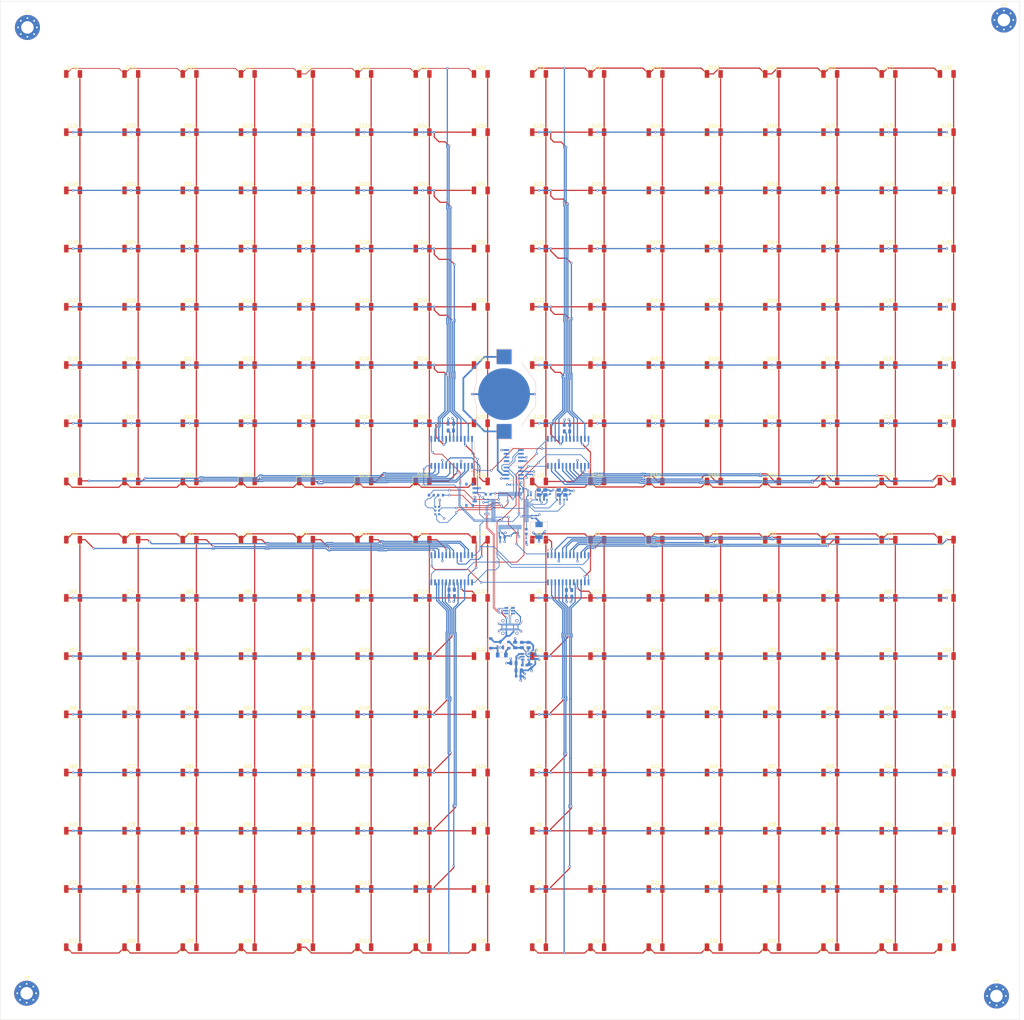
<source format=kicad_pcb>
(kicad_pcb (version 20221018) (generator pcbnew)
  (layers (0 "F.Cu" signal) (1 "In1.Cu" power) (2 "In2.Cu" power) (31 "B.Cu" signal) (34 "B.Paste" user) (35 "F.Paste" user) (36 "B.SilkS" user "B.Silkscreen") (37 "F.SilkS" user "F.Silkscreen") (38 "B.Mask" user) (39 "F.Mask" user) (44 "Edge.Cuts" user))
  (net 0 "")
  (net 1 "GND")
  (net 2 "/Led Array 1/row0")
  (net 3 "/Led Array 1/col0")
  (net 4 "/Led Array 1/row1")
  (net 5 "/Led Array 1/row2")
  (net 6 "/Led Array 1/row3")
  (net 7 "/Led Array 1/row4")
  (net 8 "/Led Array 1/row5")
  (net 9 "/Led Array 1/row6")
  (net 10 "/Led Array 1/row7")
  (net 11 "/Led Array 1/col1")
  (net 12 "/Led Array 1/col2")
  (net 13 "/Led Array 1/col3")
  (net 14 "/Led Array 1/col4")
  (net 15 "/Led Array 1/col5")
  (net 16 "/Led Array 1/col6")
  (net 17 "/Led Array 1/col7")
  (net 18 "/Led Array 2/row0")
  (net 19 "/Led Array 2/col0")
  (net 20 "/Led Array 2/row1")
  (net 21 "/Led Array 2/row2")
  (net 22 "/Led Array 2/row3")
  (net 23 "/Led Array 2/row4")
  (net 24 "/Led Array 2/row5")
  (net 25 "/Led Array 2/row6")
  (net 26 "/Led Array 2/row7")
  (net 27 "/Led Array 2/col1")
  (net 28 "/Led Array 2/col2")
  (net 29 "/Led Array 2/col3")
  (net 30 "/Led Array 2/col4")
  (net 31 "/Led Array 2/col5")
  (net 32 "/Led Array 2/col6")
  (net 33 "/Led Array 2/col7")
  (net 34 "/Led Array 3/row0")
  (net 35 "/Led Array 3/col0")
  (net 36 "/Led Array 3/row1")
  (net 37 "/Led Array 3/row2")
  (net 38 "/Led Array 3/row3")
  (net 39 "/Led Array 3/row4")
  (net 40 "/Led Array 3/row5")
  (net 41 "/Led Array 3/row6")
  (net 42 "/Led Array 3/row7")
  (net 43 "/Led Array 3/col1")
  (net 44 "/Led Array 3/col2")
  (net 45 "/Led Array 3/col3")
  (net 46 "/Led Array 3/col4")
  (net 47 "/Led Array 3/col5")
  (net 48 "/Led Array 3/col6")
  (net 49 "/Led Array 3/col7")
  (net 50 "/Led Array 4/row0")
  (net 51 "/Led Array 4/col0")
  (net 52 "/Led Array 4/row1")
  (net 53 "/Led Array 4/row2")
  (net 54 "/Led Array 4/row3")
  (net 55 "/Led Array 4/row4")
  (net 56 "/Led Array 4/row5")
  (net 57 "/Led Array 4/row6")
  (net 58 "/Led Array 4/row7")
  (net 59 "/Led Array 4/col1")
  (net 60 "/Led Array 4/col2")
  (net 61 "/Led Array 4/col3")
  (net 62 "/Led Array 4/col4")
  (net 63 "/Led Array 4/col5")
  (net 64 "/Led Array 4/col6")
  (net 65 "/Led Array 4/col7")
  (net 66 "Net-(U2-ISET)")
  (net 67 "Net-(U3-ISET)")
  (net 68 "Net-(U4-ISET)")
  (net 69 "Net-(C8-Pad1)")
  (net 70 "+BATT")
  (net 71 "Net-(C9-Pad1)")
  (net 72 "Net-(D500-K)")
  (net 73 "Net-(D501-K)")
  (net 74 "Net-(J1-SWDIO)")
  (net 75 "Net-(J1-SWCLK)")
  (net 76 "Net-(U1-ISET)")
  (net 77 "OSC_IN")
  (net 81 "OSC32_IN")
  (net 84 "+3.3V")
  (net 96 "+3.3VA")
  (net 97 "BUCK_FB")
  (net 98 "BUCK_SW")
  (net 99 "BUCK_BS")
  (net 100 "BUCK_IN")
  (net 109 "LED_STATUS")
  (net 111 "+5V")
  (net 112 "Net-(F1-Pad2)")
  (net 123 "TRACESWO")
  (net 127 "/Led Array 1/MISO")
  (net 128 "/Led Array 2/MISO")
  (net 129 "/Led Array 3/MISO")
  (net 130 "NRST")
  (net 134 "USB_CONN_D+")
  (net 135 "USB_CONN_D-")
  (net 146 "BOOT0")
  (net 147 "Net-(SW1-B)")
  (net 148 "OSC_OUT")
  (net 149 "OSC32_OUT")
  (net 150 "BUCK_EN")
  (net 151 "I2C1_SCL")
  (net 152 "I2C1_SDA")
  (net 153 "SWDIO")
  (net 154 "SWCLK")
  (net 155 "SPI2_LOAD")
  (net 156 "SPI2_CLK")
  (net 157 "SPI2_MISO")
  (net 158 "SPI2_MOSI")
  (net 159 "USB_D-")
  (net 160 "USB_D+")
  (footprint "LED_SMD:LED_2010_5025Metric_Pad1.52x2.65mm_HandSolder" (layer "F.Cu") (at 450 230)
    (fp_text reference "D1")
    (fp_text value "LED")
  )
  (footprint "LED_SMD:LED_2010_5025Metric_Pad1.52x2.65mm_HandSolder" (layer "F.Cu") (at 410 350)
    (fp_text reference "D119")
    (fp_text value "LED")
  )
  (footprint "LED_SMD:LED_2010_5025Metric_Pad1.52x2.65mm_HandSolder" (layer "F.Cu") (at 510 310)
    (fp_text reference "D29")
    (fp_text value "LED")
  )
  (footprint "LED_SMD:LED_2010_5025Metric_Pad1.52x2.65mm_HandSolder" (layer "F.Cu") (at 490 230)
    (fp_text reference "D17")
    (fp_text value "LED")
  )
  (footprint "LED_SMD:LED_2010_5025Metric_Pad1.52x2.65mm_HandSolder" (layer "F.Cu") (at 590 170)
    (fp_text reference "D190")
    (fp_text value "LED")
  )
  (footprint "LED_SMD:LED_2010_5025Metric_Pad1.52x2.65mm_HandSolder" (layer "F.Cu") (at 350 350)
    (fp_text reference "D95")
    (fp_text value "LED")
  )
  (footprint "LED_SMD:LED_2010_5025Metric_Pad1.52x2.65mm_HandSolder" (layer "F.Cu") (at 310 190)
    (fp_text reference "D207")
    (fp_text value "LED")
  )
  (footprint "LED_SMD:LED_2010_5025Metric_Pad1.52x2.65mm_HandSolder" (layer "F.Cu") (at 310 250)
    (fp_text reference "D74")
    (fp_text value "LED")
  )
  (footprint "LED_SMD:LED_2010_5025Metric_Pad1.52x2.65mm_HandSolder" (layer "F.Cu") (at 510 350)
    (fp_text reference "D31")
    (fp_text value "LED")
  )
  (footprint "LED_SMD:LED_2010_5025Metric_Pad1.52x2.65mm_HandSolder" (layer "F.Cu") (at 410 150)
    (fp_text reference "D245")
    (fp_text value "LED")
  )
  (footprint "LED_SMD:LED_2010_5025Metric_Pad1.52x2.65mm_HandSolder" (layer "F.Cu") (at 550 350)
    (fp_text reference "D47")
    (fp_text value "LED")
  )
  (footprint "LED_SMD:LED_2010_5025Metric_Pad1.52x2.65mm_HandSolder" (layer "F.Cu") (at 510 230)
    (fp_text reference "D25")
    (fp_text value "LED")
  )
  (footprint "LED_SMD:LED_2010_5025Metric_Pad1.52x2.65mm_HandSolder" (layer "F.Cu") (at 550 170)
    (fp_text reference "D174")
    (fp_text value "LED")
  )
  (footprint "LED_SMD:LED_2010_5025Metric_Pad1.52x2.65mm_HandSolder" (layer "F.Cu") (at 310 350)
    (fp_text reference "D79")
    (fp_text value "LED")
  )
  (footprint "LED_SMD:LED_2010_5025Metric_Pad1.52x2.65mm_HandSolder" (layer "F.Cu") (at 550 230)
    (fp_text reference "D41")
    (fp_text value "LED")
  )
  (footprint "LED_SMD:LED_2010_5025Metric_Pad1.52x2.65mm_HandSolder" (layer "F.Cu") (at 290 190)
    (fp_text reference "D199")
    (fp_text value "LED")
  )
  (footprint "LED_SMD:LED_2010_5025Metric_Pad1.52x2.65mm_HandSolder" (layer "F.Cu") (at 370 330)
    (fp_text reference "D102")
    (fp_text value "LED")
  )
  (footprint "LED_SMD:LED_2010_5025Metric_Pad1.52x2.65mm_HandSolder" (layer "F.Cu") (at 590 250)
    (fp_text reference "D58")
    (fp_text value "LED")
  )
  (footprint "LED_SMD:LED_2010_5025Metric_Pad1.52x2.65mm_HandSolder" (layer "F.Cu") (at 570 370)
    (fp_text reference "D56")
    (fp_text value "LED")
  )
  (footprint "MountingHole:MountingHole_4.3mm_M4_Pad_Via" (layer "F.Cu") (at 274.060419 385.820419)
    (fp_text reference "H2")
    (fp_text value "MountingHole_Pad")
  )
  (footprint "LED_SMD:LED_2010_5025Metric_Pad1.52x2.65mm_HandSolder" (layer "F.Cu") (at 530 310)
    (fp_text reference "D37")
    (fp_text value "LED")
  )
  (footprint "LED_SMD:LED_2010_5025Metric_Pad1.52x2.65mm_HandSolder" (layer "F.Cu") (at 310 330)
    (fp_text reference "D78")
    (fp_text value "LED")
  )
  (footprint "LED_SMD:LED_2010_5025Metric_Pad1.52x2.65mm_HandSolder" (layer "F.Cu") (at 490 290)
    (fp_text reference "D20")
    (fp_text value "LED")
  )
  (footprint "LED_SMD:LED_2010_5025Metric_Pad1.52x2.65mm_HandSolder" (layer "F.Cu") (at 570 270)
    (fp_text reference "D51")
    (fp_text value "LED")
  )
  (footprint "LED_SMD:LED_2010_5025Metric_Pad1.52x2.65mm_HandSolder" (layer "F.Cu") (at 550 310)
    (fp_text reference "D45")
    (fp_text value "LED")
  )
  (footprint "LED_SMD:LED_2010_5025Metric_Pad1.52x2.65mm_HandSolder" (layer "F.Cu") (at 530 150)
    (fp_text reference "D165")
    (fp_text value "LED")
  )
  (footprint "LED_SMD:LED_2010_5025Metric_Pad1.52x2.65mm_HandSolder" (layer "F.Cu") (at 510 130)
    (fp_text reference "D156")
    (fp_text value "LED")
  )
  (footprint "LED_SMD:LED_2010_5025Metric_Pad1.52x2.65mm_HandSolder" (layer "F.Cu") (at 490 130)
    (fp_text reference "D148")
    (fp_text value "LED")
  )
  (footprint "LED_SMD:LED_2010_5025Metric_Pad1.52x2.65mm_HandSolder" (layer "F.Cu") (at 330 290)
    (fp_text reference "D84")
    (fp_text value "LED")
  )
  (footprint "LED_SMD:LED_2010_5025Metric_Pad1.52x2.65mm_HandSolder" (layer "F.Cu") (at 490 270)
    (fp_text reference "D19")
    (fp_text value "LED")
  )
  (footprint "LED_SMD:LED_2010_5025Metric_Pad1.52x2.65mm_HandSolder" (layer "F.Cu") (at 550 250)
    (fp_text reference "D42")
    (fp_text value "LED")
  )
  (footprint "LED_SMD:LED_2010_5025Metric_Pad1.52x2.65mm_HandSolder" (layer "F.Cu") (at 590 290)
    (fp_text reference "D60")
    (fp_text value "LED")
  )
  (footprint "LED_SMD:LED_2010_5025Metric_Pad1.52x2.65mm_HandSolder" (layer "F.Cu") (at 370 190)
    (fp_text reference "D231")
    (fp_text value "LED")
  )
  (footprint "LED_SMD:LED_2010_5025Metric_Pad1.52x2.65mm_HandSolder" (layer "F.Cu") (at 570 90)
    (fp_text reference "D178")
    (fp_text value "LED")
  )
  (footprint "LED_SMD:LED_2010_5025Metric_Pad1.52x2.65mm_HandSolder" (layer "F.Cu") (at 350 290)
    (fp_text reference "D92")
    (fp_text value "LED")
  )
  (footprint "LED_SMD:LED_2010_5025Metric_Pad1.52x2.65mm_HandSolder" (layer "F.Cu") (at 350 110)
    (fp_text reference "D219")
    (fp_text value "LED")
  )
  (footprint "LED_SMD:LED_2010_5025Metric_Pad1.52x2.65mm_HandSolder" (layer "F.Cu") (at 550 370)
    (fp_text reference "D48")
    (fp_text value "LED")
  )
  (footprint "LED_SMD:LED_2010_5025Metric_Pad1.52x2.65mm_HandSolder" (layer "F.Cu") (at 450 290)
    (fp_text reference "D4")
    (fp_text value "LED")
  )
  (footprint "LED_SMD:LED_2010_5025Metric_Pad1.52x2.65mm_HandSolder" (layer "F.Cu") (at 410 70)
    (fp_text reference "D241")
    (fp_text value "LED")
  )
  (footprint "LED_SMD:LED_2010_5025Metric_Pad1.52x2.65mm_HandSolder" (layer "F.Cu") (at 470 350)
    (fp_text reference "D15")
    (fp_text value "LED")
  )
  (footprint "LED_SMD:LED_2010_5025Metric_Pad1.52x2.65mm_HandSolder" (layer "F.Cu") (at 410 230)
    (fp_text reference "D113")
    (fp_text value "LED")
  )
  (footprint "LED_SMD:LED_2010_5025Metric_Pad1.52x2.65mm_HandSolder" (layer "F.Cu") (at 290 130)
    (fp_text reference "D196")
    (fp_text value "LED")
  )
  (footprint "LED_SMD:LED_2010_5025Metric_Pad1.52x2.65mm_HandSolder" (layer "F.Cu") (at 330 130)
    (fp_text reference "D212")
    (fp_text value "LED")
  )
  (footprint "LED_SMD:LED_2010_5025Metric_Pad1.52x2.65mm_HandSolder" (layer "F.Cu") (at 530 350)
    (fp_text reference "D39")
    (fp_text value "LED")
  )
  (footprint "LED_SMD:LED_2010_5025Metric_Pad1.52x2.65mm_HandSolder" (layer "F.Cu") (at 330 210)
    (fp_text reference "D216")
    (fp_text value "LED")
  )
  (footprint "LED_SMD:LED_2010_5025Metric_Pad1.52x2.65mm_HandSolder" (layer "F.Cu") (at 530 210)
    (fp_text reference "D168")
    (fp_text value "LED")
  )
  (footprint "LED_SMD:LED_2010_5025Metric_Pad1.52x2.65mm_HandSolder" (layer "F.Cu") (at 490 330)
    (fp_text reference "D22")
    (fp_text value "LED")
  )
  (footprint "LED_SMD:LED_2010_5025Metric_Pad1.52x2.65mm_HandSolder" (layer "F.Cu") (at 470 150)
    (fp_text reference "D141")
    (fp_text value "LED")
  )
  (footprint "LED_SMD:LED_2010_5025Metric_Pad1.52x2.65mm_HandSolder" (layer "F.Cu") (at 590 330)
    (fp_text reference "D62")
    (fp_text value "LED")
  )
  (footprint "LED_SMD:LED_2010_5025Metric_Pad1.52x2.65mm_HandSolder" (layer "F.Cu") (at 470 210)
    (fp_text reference "D144")
    (fp_text value "LED")
  )
  (footprint "LED_SMD:LED_2010_5025Metric_Pad1.52x2.65mm_HandSolder" (layer "F.Cu") (at 390 290)
    (fp_text reference "D108")
    (fp_text value "LED")
  )
  (footprint "LED_SMD:LED_2010_5025Metric_Pad1.52x2.65mm_HandSolder" (layer "F.Cu") (at 510 330)
    (fp_text reference "D30")
    (fp_text value "LED")
  )
  (footprint "LED_SMD:LED_2010_5025Metric_Pad1.52x2.65mm_HandSolder" (layer "F.Cu") (at 310 270)
    (fp_text reference "D75")
    (fp_text value "LED")
  )
  (footprint "LED_SMD:LED_2010_5025Metric_Pad1.52x2.65mm_HandSolder" (layer "F.Cu") (at 290 110)
    (fp_text reference "D195")
    (fp_text value "LED")
  )
  (footprint "LED_SMD:LED_2010_5025Metric_Pad1.52x2.65mm_HandSolder" (layer "F.Cu") (at 370 210)
    (fp_text reference "D232")
    (fp_text value "LED")
  )
  (footprint "LED_SMD:LED_2010_5025Metric_Pad1.52x2.65mm_HandSolder" (layer "F.Cu") (at 410 210)
    (fp_text reference "D248")
    (fp_text value "LED")
  )
  (footprint "LED_SMD:LED_2010_5025Metric_Pad1.52x2.65mm_HandSolder" (layer "F.Cu") (at 310 90)
    (fp_text reference "D202")
    (fp_text value "LED")
  )
  (footprint "LED_SMD:LED_2010_5025Metric_Pad1.52x2.65mm_HandSolder" (layer "F.Cu") (at 570 310)
    (fp_text reference "D53")
    (fp_text value "LED")
  )
  (footprint "LED_SMD:LED_2010_5025Metric_Pad1.52x2.65mm_HandSolder" (layer "F.Cu") (at 310 210)
    (fp_text reference "D208")
    (fp_text value "LED")
  )
  (footprint "LED_SMD:LED_2010_5025Metric_Pad1.52x2.65mm_HandSolder" (layer "F.Cu") (at 430 310)
    (fp_text reference "D125")
    (fp_text value "LED")
  )
  (footprint "LED_SMD:LED_2010_5025Metric_Pad1.52x2.65mm_HandSolder" (layer "F.Cu") (at 490 90)
    (fp_text reference "D146")
    (fp_text value "LED")
  )
  (footprint "LED_SMD:LED_2010_5025Metric_Pad1.52x2.65mm_HandSolder" (layer "F.Cu") (at 570 150)
    (fp_text reference "D181")
    (fp_text value "LED")
  )
  (footprint "LED_SMD:LED_2010_5025Metric_Pad1.52x2.65mm_HandSolder" (layer "F.Cu") (at 570 250)
    (fp_text reference "D50")
    (fp_text value "LED")
  )
  (footprint "LED_SMD:LED_2010_5025Metric_Pad1.52x2.65mm_HandSolder" (layer "F.Cu") (at 510 150)
    (fp_text reference "D157")
    (fp_text value "LED")
  )
  (footprint "LED_SMD:LED_2010_5025Metric_Pad1.52x2.65mm_HandSolder" (layer "F.Cu") (at 470 330)
    (fp_text reference "D14")
    (fp_text value "LED")
  )
  (footprint "LED_SMD:LED_2010_5025Metric_Pad1.52x2.65mm_HandSolder" (layer "F.Cu") (at 430 350)
    (fp_text reference "D127")
    (fp_text value "LED")
  )
  (footprint "LED_SMD:LED_2010_5025Metric_Pad1.52x2.65mm_HandSolder" (layer "F.Cu") (at 330 310)
    (fp_text reference "D85")
    (fp_text value "LED")
  )
  (footprint "LED_SMD:LED_2010_5025Metric_Pad1.52x2.65mm_HandSolder" (layer "F.Cu") (at 330 270)
    (fp_text reference "D83")
    (fp_text value "LED")
  )
  (footprint "LED_SMD:LED_2010_5025Metric_Pad1.52x2.65mm_HandSolder" (layer "F.Cu") (at 550 290)
    (fp_text reference "D44")
    (fp_text value "LED")
  )
  (footprint "LED_SMD:LED_2010_5025Metric_Pad1.52x2.65mm_HandSolder" (layer "F.Cu") (at 550 150)
    (fp_text reference "D173")
    (fp_text value "LED")
  )
  (footprint "LED_SMD:LED_2010_5025Metric_Pad1.52x2.65mm_HandSolder" (layer "F.Cu") (at 550 210)
    (fp_text reference "D176")
    (fp_text value "LED")
  )
  (footprint "LED_SMD:LED_2010_5025Metric_Pad1.52x2.65mm_HandSolder" (layer "F.Cu") (at 390 150)
    (fp_text reference "D237")
    (fp_text value "LED")
  )
  (footprint "LED_SMD:LED_2010_5025Metric_Pad1.52x2.65mm_HandSolder" (layer "F.Cu") (at 410 90)
    (fp_text reference "D242")
    (fp_text value "LED")
  )
  (footprint "LED_SMD:LED_2010_5025Metric_Pad1.52x2.65mm_HandSolder" (layer "F.Cu") (at 550 270)
    (fp_text reference "D43")
    (fp_text value "LED")
  )
  (footprint "LED_SMD:LED_2010_5025Metric_Pad1.52x2.65mm_HandSolder" (layer "F.Cu") (at 310 370)
    (fp_text reference "D80")
    (fp_text value "LED")
  )
  (footprint "LED_SMD:LED_2010_5025Metric_Pad1.52x2.65mm_HandSolder" (layer "F.Cu") (at 330 250)
    (fp_text reference "D82")
    (fp_text value "LED")
  )
  (footprint "LED_SMD:LED_2010_5025Metric_Pad1.52x2.65mm_HandSolder" (layer "F.Cu") (at 570 170)
    (fp_text reference "D182")
    (fp_text value "LED")
  )
  (footprint "LED_SMD:LED_2010_5025Metric_Pad1.52x2.65mm_HandSolder" (layer "F.Cu") (at 470 270)
    (fp_text reference "D11")
    (fp_text value "LED")
  )
  (footprint "LED_SMD:LED_2010_5025Metric_Pad1.52x2.65mm_HandSolder" (layer "F.Cu") (at 530 130)
    (fp_text reference "D164")
    (fp_text value "LED")
  )
  (footprint "LED_SMD:LED_2010_5025Metric_Pad1.52x2.65mm_HandSolder" (layer "F.Cu") (at 530 290)
    (fp_text reference "D36")
    (fp_text value "LED")
  )
  (footprint "LED_SMD:LED_2010_5025Metric_Pad1.52x2.65mm_HandSolder" (layer "F.Cu") (at 530 110)
    (fp_text reference "D163")
    (fp_text value "LED")
  )
  (footprint "LED_SMD:LED_2010_5025Metric_Pad1.52x2.65mm_HandSolder" (layer "F.Cu") (at 430 110)
    (fp_text reference "D251")
    (fp_text value "LED")
  )
  (footprint "LED_SMD:LED_2010_5025Metric_Pad1.52x2.65mm_HandSolder" (layer "F.Cu") (at 430 230)
    (fp_text reference "D121")
    (fp_text value "LED")
  )
  (footprint "LED_SMD:LED_2010_5025Metric_Pad1.52x2.65mm_HandSolder" (layer "F.Cu") (at 450 370)
    (fp_text reference "D8")
    (fp_text value "LED")
  )
  (footprint "LED_SMD:LED_2010_5025Metric_Pad1.52x2.65mm_HandSolder" (layer "F.Cu") (at 370 90)
    (fp_text reference "D226")
    (fp_text value "LED")
  )
  (footprint "LED_SMD:LED_2010_5025Metric_Pad1.52x2.65mm_HandSolder" (layer "F.Cu") (at 470 250)
    (fp_text reference "D10")
    (fp_text value "LED")
  )
  (footprint "LED_SMD:LED_2010_5025Metric_Pad1.52x2.65mm_HandSolder" (layer "F.Cu") (at 410 310)
    (fp_text reference "D117")
    (fp_text value "LED")
  )
  (footprint "LED_SMD:LED_2010_5025Metric_Pad1.52x2.65mm_HandSolder" (layer "F.Cu") (at 570 230)
    (fp_text reference "D49")
    (fp_text value "LED")
  )
  (footprint "LED_SMD:LED_2010_5025Metric_Pad1.52x2.65mm_HandSolder" (layer "F.Cu") (at 450 250)
    (fp_text reference "D2")
    (fp_text value "LED")
  )
  (footprint "LED_SMD:LED_2010_5025Metric_Pad1.52x2.65mm_HandSolder" (layer "F.Cu") (at 450 90)
    (fp_text reference "D130")
    (fp_text value "LED")
  )
  (footprint "LED_SMD:LED_2010_5025Metric_Pad1.52x2.65mm_HandSolder" (layer "F.Cu") (at 430 150)
    (fp_text reference "D253")
    (fp_text value "LED")
  )
  (footprint "LED_SMD:LED_2010_5025Metric_Pad1.52x2.65mm_HandSolder" (layer "F.Cu") (at 350 90)
    (fp_text reference "D218")
    (fp_text value "LED")
  )
  (footprint "LED_SMD:LED_2010_5025Metric_Pad1.52x2.65mm_HandSolder" (layer "F.Cu") (at 410 170)
    (fp_text reference "D246")
    (fp_text value "LED")
  )
  (footprint "LED_SMD:LED_2010_5025Metric_Pad1.52x2.65mm_HandSolder" (layer "F.Cu") (at 430 70)
    (fp_text reference "D249")
    (fp_text value "LED")
  )
  (footprint "LED_SMD:LED_2010_5025Metric_Pad1.52x2.65mm_HandSolder" (layer "F.Cu") (at 410 190)
    (fp_text reference "D247")
    (fp_text value "LED")
  )
  (footprint "LED_SMD:LED_2010_5025Metric_Pad1.52x2.65mm_HandSolder" (layer "F.Cu") (at 430 190)
    (fp_text reference "D255")
    (fp_text value "LED")
  )
  (footprint "LED_SMD:LED_2010_5025Metric_Pad1.52x2.65mm_HandSolder" (layer "F.Cu") (at 570 290)
    (fp_text reference "D52")
    (fp_text value "LED")
  )
  (footprint "LED_SMD:LED_2010_5025Metric_Pad1.52x2.65mm_HandSolder" (layer "F.Cu") (at 510 370)
    (fp_text reference "D32")
    (fp_text value "LED")
  )
  (footprint "LED_SMD:LED_2010_5025Metric_Pad1.52x2.65mm_HandSolder" (layer "F.Cu") (at 350 270)
    (fp_text reference "D91")
    (fp_text value "LED")
  )
  (footprint "LED_SMD:LED_2010_5025Metric_Pad1.52x2.65mm_HandSolder" (layer "F.Cu") (at 450 190)
    (fp_text reference "D135")
    (fp_text value "LED")
  )
  (footprint "LED_SMD:LED_2010_5025Metric_Pad1.52x2.65mm_HandSolder" (layer "F.Cu") (at 490 110)
    (fp_text reference "D147")
    (fp_text value "LED")
  )
  (footprint "LED_SMD:LED_2010_5025Metric_Pad1.52x2.65mm_HandSolder" (layer "F.Cu") (at 510 190)
    (fp_text reference "D159")
    (fp_text value "LED")
  )
  (footprint "LED_SMD:LED_2010_5025Metric_Pad1.52x2.65mm_HandSolder" (layer "F.Cu") (at 310 150)
    (fp_text reference "D205")
    (fp_text value "LED")
  )
  (footprint "LED_SMD:LED_2010_5025Metric_Pad1.52x2.65mm_HandSolder" (layer "F.Cu") (at 490 170)
    (fp_text reference "D150")
    (fp_text value "LED")
  )
  (footprint "LED_SMD:LED_2010_5025Metric_Pad1.52x2.65mm_HandSolder" (layer "F.Cu") (at 310 130)
    (fp_text reference "D204")
    (fp_text value "LED")
  )
  (footprint "LED_SMD:LED_2010_5025Metric_Pad1.52x2.65mm_HandSolder" (layer "F.Cu") (at 570 70)
    (fp_text reference "D177")
    (fp_text value "LED")
  )
  (footprint "LED_SMD:LED_2010_5025Metric_Pad1.52x2.65mm_HandSolder" (layer "F.Cu") (at 470 290)
    (fp_text reference "D12")
    (fp_text value "LED")
  )
  (footprint "LED_SMD:LED_2010_5025Metric_Pad1.52x2.65mm_HandSolder" (layer "F.Cu") (at 290 170)
    (fp_text reference "D198")
    (fp_text value "LED")
  )
  (footprint "LED_SMD:LED_2010_5025Metric_Pad1.52x2.65mm_HandSolder" (layer "F.Cu") (at 470 90)
    (fp_text reference "D138")
    (fp_text value "LED")
  )
  (footprint "LED_SMD:LED_2010_5025Metric_Pad1.52x2.65mm_HandSolder" (layer "F.Cu") (at 390 170)
    (fp_text reference "D238")
    (fp_text value "LED")
  )
  (footprint "LED_SMD:LED_2010_5025Metric_Pad1.52x2.65mm_HandSolder" (layer "F.Cu") (at 370 350)
    (fp_text reference "D103")
    (fp_text value "LED")
  )
  (footprint "LED_SMD:LED_2010_5025Metric_Pad1.52x2.65mm_HandSolder" (layer "F.Cu") (at 430 270)
    (fp_text reference "D123")
    (fp_text value "LED")
  )
  (footprint "LED_SMD:LED_2010_5025Metric_Pad1.52x2.65mm_HandSolder" (layer "F.Cu") (at 470 170)
    (fp_text reference "D142")
    (fp_text value "LED")
  )
  (footprint "LED_SMD:LED_2010_5025Metric_Pad1.52x2.65mm_HandSolder" (layer "F.Cu") (at 430 130)
    (fp_text reference "D252")
    (fp_text value "LED")
  )
  (footprint "LED_SMD:LED_2010_5025Metric_Pad1.52x2.65mm_HandSolder" (layer "F.Cu") (at 550 90)
    (fp_text reference "D170")
    (fp_text value "LED")
  )
  (footprint "LED_SMD:LED_2010_5025Metric_Pad1.52x2.65mm_HandSolder" (layer "F.Cu") (at 590 70)
    (fp_text reference "D185")
    (fp_text value "LED")
  )
  (footprint "LED_SMD:LED_2010_5025Metric_Pad1.52x2.65mm_HandSolder" (layer "F.Cu") (at 550 110)
    (fp_text reference "D171")
    (fp_text value "LED")
  )
  (footprint "LED_SMD:LED_2010_5025Metric_Pad1.52x2.65mm_HandSolder" (layer "F.Cu") (at 330 150)
    (fp_text reference "D213")
    (fp_text value "LED")
  )
  (footprint "LED_SMD:LED_2010_5025Metric_Pad1.52x2.65mm_HandSolder" (layer "F.Cu") (at 470 130)
    (fp_text reference "D140")
    (fp_text value "LED")
  )
  (footprint "LED_SMD:LED_2010_5025Metric_Pad1.52x2.65mm_HandSolder" (layer "F.Cu") (at 530 190)
    (fp_text reference "D167")
    (fp_text value "LED")
  )
  (footprint "LED_SMD:LED_2010_5025Metric_Pad1.52x2.65mm_HandSolder" (layer "F.Cu") (at 330 110)
    (fp_text reference "D211")
    (fp_text value "LED")
  )
  (footprint "LED_SMD:LED_2010_5025Metric_Pad1.52x2.65mm_HandSolder" (layer "F.Cu") (at 330 370)
    (fp_text reference "D88")
    (fp_text value "LED")
  )
  (footprint "LED_SMD:LED_2010_5025Metric_Pad1.52x2.65mm_HandSolder" (layer "F.Cu") (at 490 190)
    (fp_text reference "D151")
    (fp_text value "LED")
  )
  (footprint "LED_SMD:LED_2010_5025Metric_Pad1.52x2.65mm_HandSolder" (layer "F.Cu") (at 490 150)
    (fp_text reference "D149")
    (fp_text value "LED")
  )
  (footprint "LED_SMD:LED_2010_5025Metric_Pad1.52x2.65mm_HandSolder" (layer "F.Cu") (at 390 270)
    (fp_text reference "D107")
    (fp_text value "LED")
  )
  (footprint "LED_SMD:LED_2010_5025Metric_Pad1.52x2.65mm_HandSolder" (layer "F.Cu") (at 350 230)
    (fp_text reference "D89")
    (fp_text value "LED")
  )
  (footprint "LED_SMD:LED_2010_5025Metric_Pad1.52x2.65mm_HandSolder" (layer "F.Cu") (at 330 70)
    (fp_text reference "D209")
    (fp_text value "LED")
  )
  (footprint "LED_SMD:LED_2010_5025Metric_Pad1.52x2.65mm_HandSolder" (layer "F.Cu") (at 430 90)
    (fp_text reference "D250")
    (fp_text value "LED")
  )
  (footprint "LED_SMD:LED_2010_5025Metric_Pad1.52x2.65mm_HandSolder" (layer "F.Cu") (at 590 190)
    (fp_text reference "D191")
    (fp_text value "LED")
  )
  (footprint "LED_SMD:LED_2010_5025Metric_Pad1.52x2.65mm_HandSolder" (layer "F.Cu") (at 430 250)
    (fp_text reference "D122")
    (fp_text value "LED")
  )
  (footprint "LED_SMD:LED_2010_5025Metric_Pad1.52x2.65mm_HandSolder" (layer "F.Cu") (at 390 310)
    (fp_text reference "D109")
    (fp_text value "LED")
  )
  (footprint "MountingHole:MountingHole_4.3mm_M4_Pad_Via" (layer "F.Cu") (at 607.06 386.765)
    (fp_text reference "H4")
    (fp_text value "MountingHole_Pad")
  )
  (footprint "LED_SMD:LED_2010_5025Metric_Pad1.52x2.65mm_HandSolder" (layer "F.Cu") (at 490 250)
    (fp_text reference "D18")
    (fp_text value "LED")
  )
  (footprint "LED_SMD:LED_2010_5025Metric_Pad1.52x2.65mm_HandSolder" (layer "F.Cu") (at 470 230)
    (fp_text reference "D9")
    (fp_text value "LED")
  )
  (footprint "LED_SMD:LED_2010_5025Metric_Pad1.52x2.65mm_HandSolder" (layer "F.Cu") (at 450 330)
    (fp_text reference "D6")
    (fp_text value "LED")
  )
  (footprint "LED_SMD:LED_2010_5025Metric_Pad1.52x2.65mm_HandSolder" (layer "F.Cu") (at 350 330)
    (fp_text reference "D94")
    (fp_text value "LED")
  )
  (footprint "LED_SMD:LED_2010_5025Metric_Pad1.52x2.65mm_HandSolder" (layer "F.Cu") (at 450 350)
    (fp_text reference "D7")
    (fp_text value "LED")
  )
  (footprint "LED_SMD:LED_2010_5025Metric_Pad1.52x2.65mm_HandSolder" (layer "F.Cu") (at 330 90)
    (fp_text reference "D210")
    (fp_text value "LED")
  )
  (footprint "LED_SMD:LED_2010_5025Metric_Pad1.52x2.65mm_HandSolder" (layer "F.Cu") (at 390 130)
    (fp_text reference "D236")
    (fp_text value "LED")
  )
  (footprint "LED_SMD:LED_2010_5025Metric_Pad1.52x2.65mm_HandSolder" (layer "F.Cu") (at 490 310)
    (fp_text reference "D21")
    (fp_text value "LED")
  )
  (footprint "LED_SMD:LED_2010_5025Metric_Pad1.52x2.65mm_HandSolder" (layer "F.Cu") (at 510 90)
    (fp_text reference "D154")
    (fp_text value "LED")
  )
  (footprint "LED_SMD:LED_2010_5025Metric_Pad1.52x2.65mm_HandSolder" (layer "F.Cu") (at 550 130)
    (fp_text reference "D172")
    (fp_text value "LED")
  )
  (footprint "LED_SMD:LED_2010_5025Metric_Pad1.52x2.65mm_HandSolder" (layer "F.Cu") (at 570 110)
    (fp_text reference "D179")
    (fp_text value "LED")
  )
  (footprint "LED_SMD:LED_2010_5025Metric_Pad1.52x2.65mm_HandSolder" (layer "F.Cu") (at 350 70)
    (fp_text reference "D217")
    (fp_text value "LED")
  )
  (footprint "LED_SMD:LED_2010_5025Metric_Pad1.52x2.65mm_HandSolder" (layer "F.Cu") (at 330 330)
    (fp_text reference "D86")
    (fp_text value "LED")
  )
  (footprint "LED_SMD:LED_2010_5025Metric_Pad1.52x2.65mm_HandSolder" (layer "F.Cu") (at 290 330)
    (fp_text reference "D70")
    (fp_text value "LED")
  )
  (footprint "LED_SMD:LED_2010_5025Metric_Pad1.52x2.65mm_HandSolder" (layer "F.Cu") (at 570 330)
    (fp_text reference "D54")
    (fp_text value "LED")
  )
  (footprint "LED_SMD:LED_2010_5025Metric_Pad1.52x2.65mm_HandSolder" (layer "F.Cu") (at 290 250)
    (fp_text reference "D66")
    (fp_text value "LED")
  )
  (footprint "MountingHole:MountingHole_4.3mm_M4_Pad_Via" (layer "F.Cu") (at 609.6 51.485)
    (fp_text reference "H3")
    (fp_text value "MountingHole_Pad")
  )
  (footprint "LED_SMD:LED_2010_5025Metric_Pad1.52x2.65mm_HandSolder" (layer "F.Cu") (at 450 170)
    (fp_text reference "D134")
    (fp_text value "LED")
  )
  (footprint "LED_SMD:LED_2010_5025Metric_Pad1.52x2.65mm_HandSolder" (layer "F.Cu") (at 390 230)
    (fp_text reference "D105")
    (fp_text value "LED")
  )
  (footprint "LED_SMD:LED_2010_5025Metric_Pad1.52x2.65mm_HandSolder" (layer "F.Cu") (at 590 210)
    (fp_text reference "D192")
    (fp_text value "LED")
  )
  (footprint "LED_SMD:LED_2010_5025Metric_Pad1.52x2.65mm_HandSolder" (layer "F.Cu") (at 570 210)
    (fp_text reference "D184")
    (fp_text value "LED")
  )
  (footprint "LED_SMD:LED_2010_5025Metric_Pad1.52x2.65mm_HandSolder" (layer "F.Cu") (at 290 150)
    (fp_text reference "D197")
    (fp_text value "LED")
  )
  (footprint "LED_SMD:LED_2010_5025Metric_Pad1.52x2.65mm_HandSolder" (layer "F.Cu") (at 350 310)
    (fp_text reference "D93")
    (fp_text value "LED")
  )
  (footprint "LED_SMD:LED_2010_5025Metric_Pad1.52x2.65mm_HandSolder" (layer "F.Cu") (at 290 90)
    (fp_text reference "D194")
    (fp_text value "LED")
  )
  (footprint "LED_SMD:LED_2010_5025Metric_Pad1.52x2.65mm_HandSolder" (layer "F.Cu") (at 390 370)
    (fp_text reference "D112")
    (fp_text value "LED")
  )
  (footprint "LED_SMD:LED_2010_5025Metric_Pad1.52x2.65mm_HandSolder" (layer "F.Cu") (at 470 110)
    (fp_text reference "D139")
    (fp_text value "LED")
  )
  (footprint "LED_SMD:LED_2010_5025Metric_Pad1.52x2.65mm_HandSolder" (layer "F.Cu") (at 430 330)
    (fp_text reference "D126")
    (fp_text value "LED")
  )
  (footprint "LED_SMD:LED_2010_5025Metric_Pad1.52x2.65mm_HandSolder" (layer "F.Cu") (at 470 190)
    (fp_text reference "D143")
    (fp_text value "LED")
  )
  (footprint "LED_SMD:LED_2010_5025Metric_Pad1.52x2.65mm_HandSolder" (layer "F.Cu") (at 330 170)
    (fp_text reference "D214")
    (fp_text value "LED")
  )
  (footprint "LED_SMD:LED_2010_5025Metric_Pad1.52x2.65mm_HandSolder" (layer "F.Cu") (at 550 330)
    (fp_text reference "D46")
    (fp_text value "LED")
  )
  (footprint "LED_SMD:LED_2010_5025Metric_Pad1.52x2.65mm_HandSolder" (layer "F.Cu") (at 350 370)
    (fp_text reference "D96")
    (fp_text value "LED")
  )
  (footprint "LED_SMD:LED_2010_5025Metric_Pad1.52x2.65mm_HandSolder" (layer "F.Cu") (at 530 230)
    (fp_text reference "D33")
    (fp_text value "LED")
  )
  (footprint "LED_SMD:LED_2010_5025Metric_Pad1.52x2.65mm_HandSolder" (layer "F.Cu") (at 390 190)
    (fp_text reference "D239")
    (fp_text value "LED")
  )
  (footprint "LED_SMD:LED_2010_5025Metric_Pad1.52x2.65mm_HandSolder" (layer "F.Cu") (at 490 370)
    (fp_text reference "D24")
    (fp_text value "LED")
  )
  (footprint "LED_SMD:LED_2010_5025Metric_Pad1.52x2.65mm_HandSolder" (layer "F.Cu") (at 410 270)
    (fp_text reference "D115")
    (fp_text value "LED")
  )
  (footprint "LED_SMD:LED_2010_5025Metric_Pad1.52x2.65mm_HandSolder" (layer "F.Cu") (at 590 350)
    (fp_text reference "D63")
    (fp_text value "LED")
  )
  (footprint "LED_SMD:LED_2010_5025Metric_Pad1.52x2.65mm_HandSolder" (layer "F.Cu") (at 590 150)
    (fp_text reference "D189")
    (fp_text value "LED")
  )
  (footprint "LED_SMD:LED_2010_5025Metric_Pad1.52x2.65mm_HandSolder" (layer "F.Cu") (at 410 110)
    (fp_text reference "D243")
    (fp_text value "LED")
  )
  (footprint "LED_SMD:LED_2010_5025Metric_Pad1.52x2.65mm_HandSolder" (layer "F.Cu") (at 370 110)
    (fp_text reference "D227")
    (fp_text value "LED")
  )
  (footprint "LED_SMD:LED_2010_5025Metric_Pad1.52x2.65mm_HandSolder" (layer "F.Cu") (at 410 290)
    (fp_text reference "D116")
    (fp_text value "LED")
  )
  (footprint "LED_SMD:LED_2010_5025Metric_Pad1.52x2.65mm_HandSolder" (layer "F.Cu") (at 510 290)
    (fp_text reference "D28")
    (fp_text value "LED")
  )
  (footprint "LED_SMD:LED_2010_5025Metric_Pad1.52x2.65mm_HandSolder" (layer "F.Cu") (at 370 250)
    (fp_text reference "D98")
    (fp_text value "LED")
  )
  (footprint "LED_SMD:LED_2010_5025Metric_Pad1.52x2.65mm_HandSolder" (layer "F.Cu") (at 390 210)
    (fp_text reference "D240")
    (fp_text value "LED")
  )
  (footprint "LED_SMD:LED_2010_5025Metric_Pad1.52x2.65mm_HandSolder" (layer "F.Cu") (at 530 170)
    (fp_text reference "D166")
    (fp_text value "LED")
  )
  (footprint "LED_SMD:LED_2010_5025Metric_Pad1.52x2.65mm_HandSolder" (layer "F.Cu") (at 350 250)
    (fp_text reference "D90")
    (fp_text value "LED")
  )
  (footprint "LED_SMD:LED_2010_5025Metric_Pad1.52x2.65mm_HandSolder" (layer "F.Cu") (at 290 270)
    (fp_text reference "D67")
    (fp_text value "LED")
  )
  (footprint "LED_SMD:LED_2010_5025Metric_Pad1.52x2.65mm_HandSolder" (layer "F.Cu") (at 310 170)
    (fp_text reference "D206")
    (fp_text value "LED")
  )
  (footprint "LED_SMD:LED_2010_5025Metric_Pad1.52x2.65mm_HandSolder" (layer "F.Cu") (at 290 350)
    (fp_text reference "D71")
    (fp_text value "LED")
  )
  (footprint "LED_SMD:LED_2010_5025Metric_Pad1.52x2.65mm_HandSolder" (layer "F.Cu") (at 590 310)
    (fp_text reference "D61")
    (fp_text value "LED")
  )
  (footprint "LED_SMD:LED_2010_5025Metric_Pad1.52x2.65mm_HandSolder" (layer "F.Cu") (at 470 70)
    (fp_text reference "D137")
    (fp_text value "LED")
  )
  (footprint "LED_SMD:LED_2010_5025Metric_Pad1.52x2.65mm_HandSolder" (layer "F.Cu") (at 350 130)
    (fp_text reference "D220")
    (fp_text value "LED")
  )
  (footprint "LED_SMD:LED_2010_5025Metric_Pad1.52x2.65mm_HandSolder" (layer "F.Cu") (at 470 310)
    (fp_text reference "D13")
    (fp_text value "LED")
  )
  (footprint "LED_SMD:LED_2010_5025Metric_Pad1.52x2.65mm_HandSolder" (layer "F.Cu") (at 450 130)
    (fp_text reference "D132")
    (fp_text value "LED")
  )
  (footprint "LED_SMD:LED_2010_5025Metric_Pad1.52x2.65mm_HandSolder" (layer "F.Cu") (at 370 310)
    (fp_text reference "D101")
    (fp_text value "LED")
  )
  (footprint "LED_SMD:LED_2010_5025Metric_Pad1.52x2.65mm_HandSolder" (layer "F.Cu") (at 310 290)
    (fp_text reference "D76")
    (fp_text value "LED")
  )
  (footprint "LED_SMD:LED_2010_5025Metric_Pad1.52x2.65mm_HandSolder" (layer "F.Cu") (at 450 310)
    (fp_text reference "D5")
    (fp_text value "LED")
  )
  (footprint "LED_SMD:LED_2010_5025Metric_Pad1.52x2.65mm_HandSolder" (layer "F.Cu") (at 370 70)
    (fp_text reference "D225")
    (fp_text value "LED")
  )
  (footprint "LED_SMD:LED_2010_5025Metric_Pad1.52x2.65mm_HandSolder" (layer "F.Cu") (at 290 230)
    (fp_text reference "D65")
    (fp_text value "LED")
  )
  (footprint "LED_SMD:LED_2010_5025Metric_Pad1.52x2.65mm_HandSolder" (layer "F.Cu") (at 550 70)
    (fp_text reference "D169")
    (fp_text value "LED")
  )
  (footprint "LED_SMD:LED_2010_5025Metric_Pad1.52x2.65mm_HandSolder" (layer "F.Cu") (at 330 190)
    (fp_text reference "D215")
    (fp_text value "LED")
  )
  (footprint "LED_SMD:LED_2010_5025Metric_Pad1.52x2.65mm_HandSolder" (layer "F.Cu") (at 290 290)
    (fp_text reference "D68")
    (fp_text value "LED")
  )
  (footprint "LED_SMD:LED_2010_5025Metric_Pad1.52x2.65mm_HandSolder" (layer "F.Cu") (at 290 310)
    (fp_text reference "D69")
    (fp_text value "LED")
  )
  (footprint "LED_SMD:LED_2010_5025Metric_Pad1.52x2.65mm_HandSolder" (layer "F.Cu") (at 510 70)
    (fp_text reference "D153")
    (fp_text value "LED")
  )
  (footprint "LED_SMD:LED_2010_5025Metric_Pad1.52x2.65mm_HandSolder" (layer "F.Cu") (at 410 250)
    (fp_text reference "D114")
    (fp_text value "LED")
  )
  (footprint "LED_SMD:LED_2010_5025Metric_Pad1.52x2.65mm_HandSolder" (layer "F.Cu") (at 310 70)
    (fp_text reference "D201")
    (fp_text value "LED")
  )
  (footprint "LED_SMD:LED_2010_5025Metric_Pad1.52x2.65mm_HandSolder" (layer "F.Cu") (at 370 370)
    (fp_text reference "D104")
    (fp_text value "LED")
  )
  (footprint "LED_SMD:LED_2010_5025Metric_Pad1.52x2.65mm_HandSolder" (layer "F.Cu") (at 470 370)
    (fp_text reference "D16")
    (fp_text value "LED")
  )
  (footprint "LED_SMD:LED_2010_5025Metric_Pad1.52x2.65mm_HandSolder" (layer "F.Cu") (at 370 130)
    (fp_text reference "D228")
    (fp_text value "LED")
  )
  (footprint "LED_SMD:LED_2010_5025Metric_Pad1.52x2.65mm_HandSolder" (layer "F.Cu") (at 290 370)
    (fp_text reference "D72")
    (fp_text value "LED")
  )
  (footprint "LED_SMD:LED_2010_5025Metric_Pad1.52x2.65mm_HandSolder" (layer "F.Cu") (at 590 110)
    (fp_text reference "D187")
    (fp_text value "LED")
  )
  (footprint "LED_SMD:LED_2010_5025Metric_Pad1.52x2.65mm_HandSolder" (layer "F.Cu") (at 490 210)
    (fp_text reference "D152")
    (fp_text value "LED")
  )
  (footprint "LED_SMD:LED_2010_5025Metric_Pad1.52x2.65mm_HandSolder" (layer "F.Cu") (at 390 70)
    (fp_text reference "D233")
    (fp_text value "LED")
  )
  (footprint "LED_SMD:LED_2010_5025Metric_Pad1.52x2.65mm_HandSolder" (layer "F.Cu") (at 450 270)
    (fp_text reference "D3")
    (fp_text value "LED")
  )
  (footprint "LED_SMD:LED_2010_5025Metric_Pad1.52x2.65mm_HandSolder" (layer "F.Cu") (at 430 210)
    (fp_text reference "D256")
    (fp_text value "LED")
  )
  (footprint "LED_SMD:LED_2010_5025Metric_Pad1.52x2.65mm_HandSolder" (layer "F.Cu") (at 330 350)
    (fp_text reference "D87")
    (fp_text value "LED")
  )
  (footprint "LED_SMD:LED_2010_5025Metric_Pad1.52x2.65mm_HandSolder" (layer "F.Cu") (at 430 370)
    (fp_text reference "D128")
    (fp_text value "LED")
  )
  (footprint "LED_SMD:LED_2010_5025Metric_Pad1.52x2.65mm_HandSolder" (layer "F.Cu") (at 290 210)
    (fp_text reference "D200")
    (fp_text value "LED")
  )
  (footprint "LED_SMD:LED_2010_5025Metric_Pad1.52x2.65mm_HandSolder" (layer "F.Cu") (at 430 170)
    (fp_text reference "D254")
    (fp_text value "LED")
  )
  (footprint "LED_SMD:LED_2010_5025Metric_Pad1.52x2.65mm_HandSolder" (layer "F.Cu") (at 450 210)
    (fp_text reference "D136")
    (fp_text value "LED")
  )
  (footprint "LED_SMD:LED_2010_5025Metric_Pad1.52x2.65mm_HandSolder" (layer "F.Cu") (at 370 170)
    (fp_text reference "D230")
    (fp_text value "LED")
  )
  (footprint "LED_SMD:LED_2010_5025Metric_Pad1.52x2.65mm_HandSolder" (layer "F.Cu") (at 310 230)
    (fp_text reference "D73")
    (fp_text value "LED")
  )
  (footprint "LED_SMD:LED_2010_5025Metric_Pad1.52x2.65mm_HandSolder" (layer "F.Cu") (at 390 110)
    (fp_text reference "D235")
    (fp_text value "LED")
  )
  (footprint "LED_SMD:LED_2010_5025Metric_Pad1.52x2.65mm_HandSolder" (layer "F.Cu") (at 330 230)
    (fp_text reference "D81")
    (fp_text value "LED")
  )
  (footprint "LED_SMD:LED_2010_5025Metric_Pad1.52x2.65mm_HandSolder" (layer "F.Cu") (at 350 210)
    (fp_text reference "D224")
    (fp_text value "LED")
  )
  (footprint "LED_SMD:LED_2010_5025Metric_Pad1.52x2.65mm_HandSolder" (layer "F.Cu") (at 310 310)
    (fp_text reference "D77")
    (fp_text value "LED")
  )
  (footprint "LED_SMD:LED_2010_5025Metric_Pad1.52x2.65mm_HandSolder" (layer "F.Cu") (at 450 150)
    (fp_text reference "D133")
    (fp_text value "LED")
  )
  (footprint "LED_SMD:LED_2010_5025Metric_Pad1.52x2.65mm_HandSolder" (layer "F.Cu") (at 450 70)
    (fp_text reference "D129")
    (fp_text value "LED")
  )
  (footprint "LED_SMD:LED_2010_5025Metric_Pad1.52x2.65mm_HandSolder" (layer "F.Cu") (at 290 70)
    (fp_text reference "D193")
    (fp_text value "LED")
  )
  (footprint "LED_SMD:LED_2010_5025Metric_Pad1.52x2.65mm_HandSolder" (layer "F.Cu") (at 530 250)
    (fp_text reference "D34")
    (fp_text value "LED")
  )
  (footprint "LED_SMD:LED_2010_5025Metric_Pad1.52x2.65mm_HandSolder" (layer "F.Cu") (at 370 230)
    (fp_text reference "D97")
    (fp_text value "LED")
  )
  (footprint "LED_SMD:LED_2010_5025Metric_Pad1.52x2.65mm_HandSolder" (layer "F.Cu") (at 390 350)
    (fp_text reference "D111")
    (fp_text value "LED")
  )
  (footprint "LED_SMD:LED_2010_5025Metric_Pad1.52x2.65mm_HandSolder" (layer "F.Cu") (at 590 370)
    (fp_text reference "D64")
    (fp_text value "LED")
  )
  (footprint "LED_SMD:LED_2010_5025Metric_Pad1.52x2.65mm_HandSolder" (layer "F.Cu") (at 590 130)
    (fp_text reference "D188")
    (fp_text value "LED")
  )
  (footprint "LED_SMD:LED_2010_5025Metric_Pad1.52x2.65mm_HandSolder" (layer "F.Cu") (at 490 70)
    (fp_text reference "D145")
    (fp_text value "LED")
  )
  (footprint "LED_SMD:LED_2010_5025Metric_Pad1.52x2.65mm_HandSolder" (layer "F.Cu") (at 530 370)
    (fp_text reference "D40")
    (fp_text value "LED")
  )
  (footprint "LED_SMD:LED_2010_5025Metric_Pad1.52x2.65mm_HandSolder" (layer "F.Cu") (at 370 290)
    (fp_text reference "D100")
    (fp_text value "LED")
  )
  (footprint "LED_SMD:LED_2010_5025Metric_Pad1.52x2.65mm_HandSolder" (layer "F.Cu") (at 570 130)
    (fp_text reference "D180")
    (fp_text value "LED")
  )
  (footprint "LED_SMD:LED_2010_5025Metric_Pad1.52x2.65mm_HandSolder" (layer "F.Cu") (at 410 330)
    (fp_text reference "D118")
    (fp_text value "LED")
  )
  (footprint "LED_SMD:LED_2010_5025Metric_Pad1.52x2.65mm_HandSolder" (layer "F.Cu") (at 590 270)
    (fp_text reference "D59")
    (fp_text value "LED")
  )
  (footprint "LED_SMD:LED_2010_5025Metric_Pad1.52x2.65mm_HandSolder" (layer "F.Cu") (at 590 90)
    (fp_text reference "D186")
    (fp_text value "LED")
  )
  (footprint "LED_SMD:LED_2010_5025Metric_Pad1.52x2.65mm_HandSolder" (layer "F.Cu") (at 530 70)
    (fp_text reference "D161")
    (fp_text value "LED")
  )
  (footprint "LED_SMD:LED_2010_5025Metric_Pad1.52x2.65mm_HandSolder" (layer "F.Cu") (at 350 150)
    (fp_text reference "D221")
    (fp_text value "LED")
  )
  (footprint "LED_SMD:LED_2010_5025Metric_Pad1.52x2.65mm_HandSolder" (layer "F.Cu") (at 430 290)
    (fp_text reference "D124")
    (fp_text value "LED")
  )
  (footprint "LED_SMD:LED_2010_5025Metric_Pad1.52x2.65mm_HandSolder" (layer "F.Cu") (at 510 250)
    (fp_text reference "D26")
    (fp_text value "LED")
  )
  (footprint "LED_SMD:LED_2010_5025Metric_Pad1.52x2.65mm_HandSolder" (layer "F.Cu") (at 510 170)
    (fp_text reference "D158")
    (fp_text value "LED")
  )
  (footprint "LED_SMD:LED_2010_5025Metric_Pad1.52x2.65mm_HandSolder" (layer "F.Cu") (at 390 250)
    (fp_text reference "D106")
    (fp_text value "LED")
  )
  (footprint "LED_SMD:LED_2010_5025Metric_Pad1.52x2.65mm_HandSolder" (layer "F.Cu") (at 370 150)
    (fp_text reference "D229")
    (fp_text value "LED")
  )
  (footprint "LED_SMD:LED_2010_5025Metric_Pad1.52x2.65mm_HandSolder" (layer "F.Cu") (at 390 90)
    (fp_text reference "D234")
    (fp_text value "LED")
  )
  (footprint "LED_SMD:LED_2010_5025Metric_Pad1.52x2.65mm_HandSolder" (layer "F.Cu") (at 510 270)
    (fp_text reference "D27")
    (fp_text value "LED")
  )
  (footprint "LED_SMD:LED_2010_5025Metric_Pad1.52x2.65mm_HandSolder" (layer "F.Cu") (at 490 350)
    (fp_text reference "D23")
    (fp_text value "LED")
  )
  (footprint "LED_SMD:LED_2010_5025Metric_Pad1.52x2.65mm_HandSolder" (layer "F.Cu") (at 310 110)
    (fp_text reference "D203")
    (fp_text value "LED")
  )
  (footprint "LED_SMD:LED_2010_5025Metric_Pad1.52x2.65mm_HandSolder" (layer "F.Cu") (at 530 330)
    (fp_text reference "D38")
    (fp_text value "LED")
  )
  (footprint "LED_SMD:LED_2010_5025Metric_Pad1.52x2.65mm_HandSolder" (layer "F.Cu") (at 570 350)
    (fp_text reference "D55")
    (fp_text value "LED")
  )
  (footprint "LED_SMD:LED_2010_5025Metric_Pad1.52x2.65mm_HandSolder" (layer "F.Cu") (at 350 190)
    (fp_text reference "D223")
    (fp_text value "LED")
  )
  (footprint "LED_SMD:LED_2010_5025Metric_Pad1.52x2.65mm_HandSolder" (layer "F.Cu") (at 410 370)
    (fp_text reference "D120")
    (fp_text value "LED")
  )
  (footprint "LED_SMD:LED_2010_5025Metric_Pad1.52x2.65mm_HandSolder" (layer "F.Cu") (at 370 270)
    (fp_text reference "D99")
    (fp_text value "LED")
  )
  (footprint "LED_SMD:LED_2010_5025Metric_Pad1.52x2.65mm_HandSolder" (layer "F.Cu") (at 550 190)
    (fp_text reference "D175")
    (fp_text value "LED")
  )
  (footprint "LED_SMD:LED_2010_5025Metric_Pad1.52x2.65mm_HandSolder" (layer "F.Cu") (at 350 170)
    (fp_text reference "D222")
    (fp_text value "LED")
  )
  (footprint "LED_SMD:LED_2010_5025Metric_Pad1.52x2.65mm_HandSolder" (layer "F.Cu") (at 530 90)
    (fp_text reference "D162")
    (fp_text value "LED")
  )
  (footprint "LED_SMD:LED_2010_5025Metric_Pad1.52x2.65mm_HandSolder" (layer "F.Cu") (at 510 210)
    (fp_text reference "D160")
    (fp_text value "LED")
  )
  (footprint "LED_SMD:LED_2010_5025Metric_Pad1.52x2.65mm_HandSolder" (layer "F.Cu") (at 410 130)
    (fp_text reference "D244")
    (fp_text value "LED")
  )
  (footprint "LED_SMD:LED_2010_5025Metric_Pad1.52x2.65mm_HandSolder" (layer "F.Cu") (at 530 270)
    (fp_text reference "D35")
    (fp_text value "LED")
  )
  (footprint "LED_SMD:LED_2010_5025Metric_Pad1.52x2.65mm_HandSolder" (layer "F.Cu") (at 510 110)
    (fp_text reference "D155")
    (fp_text value "LED")
  )
  (footprint "LED_SMD:LED_2010_5025Metric_Pad1.52x2.65mm_HandSolder" (layer "F.Cu") (at 570 190)
    (fp_text reference "D183")
    (fp_text value "LED")
  )
  (footprint "LED_SMD:LED_2010_5025Metric_Pad1.52x2.65mm_HandSolder" (layer "F.Cu") (at 450 110)
    (fp_text reference "D131")
    (fp_text value "LED")
  )
  (footprint "MountingHole:MountingHole_4.3mm_M4_Pad_Via" (layer "F.Cu") (at 274.32 54.025)
    (fp_text reference "H1")
    (fp_text value "MountingHole_Pad")
  )
  (footprint "LED_SMD:LED_2010_5025Metric_Pad1.52x2.65mm_HandSolder" (layer "F.Cu") (at 590 230)
    (fp_text reference "D57")
    (fp_text value "LED")
  )
  (footprint "LED_SMD:LED_2010_5025Metric_Pad1.52x2.65mm_HandSolder" (layer "F.Cu") (at 390 330)
    (fp_text reference "D110")
    (fp_text value "LED")
  )
  (footprint "Capacitor_SMD:C_0805_2012Metric" (layer "B.Cu") (at 459.6 190.5 180)
    (fp_text reference "C21")
    (fp_text value "0.1uF")
  )
  (footprint "Capacitor_SMD:C_0402_1005Metric" (layer "B.Cu") (at 446.7 214.8)
    (fp_text reference "C12")
    (fp_text value "100nF")
  )
  (footprint "Capacitor_SMD:C_0402_1005Metric" (layer "B.Cu") (at 448.9 222.2 90)
    (fp_text reference "C4")
    (fp_text value "1uF")
  )
  (footprint "Package_SO:SOIC-24W_7.5x15.4mm_P1.27mm" (layer "B.Cu") (at 420 200 90)
    (fp_text reference "U4")
    (fp_text value "MAX7219")
  )
  (footprint "Capacitor_SMD:C_0603_1608Metric" (layer "B.Cu") (at 442.9 276.9 180)
    (fp_text reference "C17")
    (fp_text value "?")
  )
  (footprint "Package_SO:SOIC-24W_7.5x15.4mm_P1.27mm" (layer "B.Cu") (at 460 200 90)
    (fp_text reference "U3")
    (fp_text value "MAX7219")
  )
  (footprint "Capacitor_SMD:C_0805_2012Metric" (layer "B.Cu") (at 460.3 249.6)
    (fp_text reference "C19")
    (fp_text value "0.1uF")
  )
  (footprint "Capacitor_SMD:C_0402_1005Metric" (layer "B.Cu") (at 449.82 216.32)
    (fp_text reference "C2")
    (fp_text value "20pF")
  )
  (footprint "Resistor_SMD:R_0805_2012Metric" (layer "B.Cu") (at 460.3 247.3 180)
    (fp_text reference "R13")
    (fp_text value "9.53k")
  )
  (footprint "Button_Switch_SMD:SW_SPDT_PCM12" (layer "B.Cu") (at 426.475 214.6 90)
    (fp_text reference "SW1")
    (fp_text value "SW_SPDT")
  )
  (footprint "Capacitor_SMD:C_0402_1005Metric" (layer "B.Cu") (at 444 212.5 180)
    (fp_text reference "C11")
    (fp_text value "100nF")
  )
  (footprint "Package_SO:SOIC-24W_7.5x15.4mm_P1.27mm" (layer "B.Cu") (at 460 240 -90)
    (fp_text reference "U1")
    (fp_text value "MAX7219")
  )
  (footprint "Resistor_SMD:R_0805_2012Metric" (layer "B.Cu") (at 444.1 266.2 -90)
    (fp_text reference "R5")
    (fp_text value "100k")
  )
  (footprint "Resistor_SMD:R_0603_1608Metric" (layer "B.Cu") (at 432.5 214.4 180)
    (fp_text reference "R1")
    (fp_text value "10k")
  )
  (footprint "Package_TO_SOT_SMD:SOT-23-6" (layer "B.Cu") (at 439.9 254.4 180)
    (fp_text reference "U6")
    (fp_text value "USBLC6-2SC6")
  )
  (footprint "Inductor_SMD:L_0805_2012Metric" (layer "B.Cu") (at 439.6 266.2 90)
    (fp_text reference "FB1")
    (fp_text value "600 @ 600MHz")
  )
  (footprint "Resistor_SMD:R_0805_2012Metric" (layer "B.Cu") (at 446.4 266.2 90)
    (fp_text reference "R6")
    (fp_text value "68k")
  )
  (footprint "Capacitor_SMD:C_0805_2012Metric" (layer "B.Cu") (at 420 249.4)
    (fp_text reference "C20")
    (fp_text value "0.1uF")
  )
  (footprint "Capacitor_SMD:C_0402_1005Metric" (layer "B.Cu") (at 447.6 222.2 90)
    (fp_text reference "C6")
    (fp_text value "10nF")
  )
  (footprint "Capacitor_SMD:C_0603_1608Metric" (layer "B.Cu") (at 437.4 229.2)
    (fp_text reference "C1")
    (fp_text value "4.7uF")
  )
  (footprint "Package_TO_SOT_SMD:SOT-23-6" (layer "B.Cu") (at 445.5 270.2)
    (fp_text reference "U7")
    (fp_text value "~")
  )
  (footprint "Capacitor_SMD:C_0402_1005Metric" (layer "B.Cu") (at 447 207.08 -90)
    (fp_text reference "C14")
    (fp_text value "1uF")
  )
  (footprint "Package_SO:SOIC-24W_7.5x15.4mm_P1.27mm" (layer "B.Cu") (at 420 240 -90)
    (fp_text reference "U2")
    (fp_text value "MAX7219")
  )
  (footprint "Resistor_SMD:R_0402_1005Metric" (layer "B.Cu") (at 445.6 230.1 90)
    (fp_text reference "R4")
    (fp_text value "1k5")
  )
  (footprint "Diode_SMD:D_SOD-123" (layer "B.Cu") (at 433.4 265.6 90)
    (fp_text reference "D501")
    (fp_text value "SHCK")
  )
  (footprint "Resistor_SMD:R_0402_1005Metric" (layer "B.Cu") (at 459.1 216.225)
    (fp_text reference "R2")
    (fp_text value "47Ω")
  )
  (footprint "Capacitor_SMD:C_0603_1608Metric" (layer "B.Cu") (at 448.7 270.2 90)
    (fp_text reference "C18")
    (fp_text value "68uF")
  )
  (footprint "Resistor_SMD:R_0402_1005Metric" (layer "B.Cu") (at 452.22 216.32 180)
    (fp_text reference "R3")
    (fp_text value "242k")
  )
  (footprint "Package_SO:SOIC-8_3.9x4.9mm_P1.27mm" (layer "B.Cu") (at 441.3 201.1)
    (fp_text reference "U9")
    (fp_text value "AT24CS02-SSHM")
  )
  (footprint "Crystal:Crystal_SMD_3225-4Pin_3.2x2.5mm" (layer "B.Cu") (at 457.9 213.775)
    (fp_text reference "Y1")
    (fp_text value "8MHz")
  )
  (footprint "Capacitor_SMD:C_0402_1005Metric" (layer "B.Cu") (at 432.4 216.7 -90)
    (fp_text reference "C10")
    (fp_text value "100nF")
  )
  (footprint "Connector_USB:USB_C_Receptacle_GCT_USB4115-03-C" (layer "B.Cu") (at 440 260 180)
    (fp_text reference "P1")
    (fp_text value "USB_C_Plug")
  )
  (footprint "Resistor_SMD:R_0603_1608Metric" (layer "B.Cu") (at 416.2 214.7 180)
    (fp_text reference "R12")
    (fp_text value "22")
  )
  (footprint "Capacitor_SMD:C_0805_2012Metric" (layer "B.Cu") (at 419.7 190.1 180)
    (fp_text reference "C22")
    (fp_text value "0.1uF")
  )
  (footprint "Resistor_SMD:R_0805_2012Metric" (layer "B.Cu") (at 441.2 272.4)
    (fp_text reference "R10")
    (fp_text value "10k")
  )
  (footprint "Capacitor_SMD:C_0402_1005Metric" (layer "B.Cu") (at 453.82 213.77 90)
    (fp_text reference "C9")
    (fp_text value "20pF")
  )
  (footprint "Resistor_SMD:R_0402_1005Metric" (layer "B.Cu") (at 440.71 211.1)
    (fp_text reference "R8")
    (fp_text value "4.7k")
  )
  (footprint "Resistor_SMD:R_0402_1005Metric" (layer "B.Cu") (at 442.9 211.1 180)
    (fp_text reference "R7")
    (fp_text value "4.7k")
  )
  (footprint "Inductor_SMD:L_Sunlord_MWSA0518S" (layer "B.Cu") (at 450 226.8 90)
    (fp_text reference "L1")
    (fp_text value "39nH")
  )
  (footprint "Capacitor_SMD:C_0603_1608Metric" (layer "B.Cu") (at 445 273.1 180)
    (fp_text reference "C16")
    (fp_text value "10nF")
  )
  (footprint "Inductor_SMD:L_0402_1005Metric" (layer "B.Cu") (at 447.4 273.3 -90)
    (fp_text reference "L2")
    (fp_text value "3.3uH")
  )
  (footprint "Capacitor_SMD:C_0402_1005Metric" (layer "B.Cu") (at 456.7 216.325)
    (fp_text reference "C3")
    (fp_text value "12pF")
  )
  (footprint "Connector:Tag-Connect_TC2030-IDC-FP_2x03_P1.27mm_Vertical" (layer "B.Cu") (at 415 220 -90)
    (fp_text reference "J1")
    (fp_text value "TagConnect")
  )
  (footprint "Package_SO:SOIC-8_3.9x4.9mm_P1.27mm" (layer "B.Cu") (at 441.3 207.1 180)
    (fp_text reference "U8")
    (fp_text value "DS3231MZ")
  )
  (footprint "Capacitor_SMD:C_0805_2012Metric" (layer "B.Cu") (at 441.8 266.2 90)
    (fp_text reference "C13")
    (fp_text value "10uF")
  )
  (footprint "Crystal:Crystal_SMD_3225-4Pin_3.2x2.5mm" (layer "B.Cu") (at 451.02 213.77)
    (fp_text reference "Y2")
    (fp_text value "32.768kHz")
  )
  (footprint "Fuse:Fuse_1206_3216Metric" (layer "B.Cu") (at 437.2 269.6)
    (fp_text reference "F1")
    (fp_text value "1A")
  )
  (footprint "LED_SMD:LED_0603_1608Metric" (layer "B.Cu") (at 445.6 227.2 90)
    (fp_text reference "D500")
    (fp_text value "Status")
  )
  (footprint "Capacitor_SMD:C_0402_1005Metric" (layer "B.Cu") (at 445.7 207.08 -90)
    (fp_text reference "C15")
    (fp_text value "0.1uF")
  )
  (footprint "Resistor_SMD:R_0603_1608Metric" (layer "B.Cu") (at 413 214.7 180)
    (fp_text reference "R11")
    (fp_text value "22")
  )
  (footprint "Resistor_SMD:R_0805_2012Metric" (layer "B.Cu") (at 419.7 192.5)
    (fp_text reference "R16")
    (fp_text value "9.53k")
  )
  (footprint "Resistor_SMD:R_0805_2012Metric" (layer "B.Cu") (at 443 274.9)
    (fp_text reference "R9")
    (fp_text value "31.25k")
  )
  (footprint "Capacitor_SMD:C_0402_1005Metric" (layer "B.Cu") (at 442.3 227.7 180)
    (fp_text reference "C5")
    (fp_text value "100nF")
  )
  (footprint "Package_TO_SOT_SMD:SOT-23" (layer "B.Cu") (at 436.7 266.0625 90)
    (fp_text reference "Q1")
    (fp_text value "AO3401A")
  )
  (footprint "Resistor_SMD:R_0805_2012Metric" (layer "B.Cu") (at 459.6 192.8)
    (fp_text reference "R15")
    (fp_text value "9.53k")
  )
  (footprint "Capacitor_SMD:C_0402_1005Metric" (layer "B.Cu") (at 436.8 227.7)
    (fp_text reference "C7")
    (fp_text value "100nF")
  )
  (footprint "Resistor_SMD:R_0805_2012Metric" (layer "B.Cu") (at 420 247.2 180)
    (fp_text reference "R14")
    (fp_text value "9.53k")
  )
  (footprint "Battery:BatteryHolder_Keystone_3002_1x2032" (layer "B.Cu") (at 438 180 -90)
    (fp_text reference "BT1")
    (fp_text value "Battery_Cell")
  )
  (footprint "Package_QFP:LQFP-64_10x10mm_P0.5mm" (layer "B.Cu") (at 440 220 180)
    (fp_text reference "U5")
    (fp_text value "STM32F303RCTx")
  )
  (footprint "Capacitor_SMD:C_0402_1005Metric" (layer "B.Cu") (at 460.7 213.725 90)
    (fp_text reference "C8")
    (fp_text value "12pF")
  )
  (gr_circle (center 447.2 215.9) (end 447.482843 215.9) (stroke (width 0.2)) (fill solid) (layer "B.SilkS"))
  (gr_circle (center 427.1 206.5) (end 427.382843 206.5) (stroke (width 0.2)) (fill solid) (layer "B.SilkS"))
  (gr_circle (center 413.017157 233.5) (end 413.3 233.5) (stroke (width 0.2)) (fill solid) (layer "B.SilkS"))
  (gr_circle (center 467.017157 206.6) (end 467.3 206.6) (stroke (width 0.2)) (fill solid) (layer "B.SilkS"))
  (gr_circle (center 437.2 203) (end 437.3 203) (stroke (width 0.2)) (fill none) (layer "B.SilkS"))
  (gr_circle (center 445.4 205.2) (end 445.5 205.2) (stroke (width 0.2)) (fill none) (layer "B.SilkS"))
  (gr_circle (center 453.017157 233.5) (end 453.3 233.5) (stroke (width 0.2)) (fill solid) (layer "B.SilkS"))
  (gr_rect (start 265 45) (end 615 394.9) (stroke (width 0.1)) (fill none) (layer "Edge.Cuts"))
  (via (at 429.7 212.3) (size 0.8) (drill 0.4) (layers "F.Cu" "B.Cu") (net 1))
  (via (at 456.8 202.7) (size 0.8) (drill 0.4) (layers "F.Cu" "B.Cu") (net 1))
  (via (at 436.7 267.1) (size 0.8) (drill 0.4) (layers "F.Cu" "B.Cu") (net 1))
  (via (at 423.2 237.3) (size 0.8) (drill 0.4) (layers "F.Cu" "B.Cu") (net 1))
  (via (at 450.9 217.1755) (size 0.8) (drill 0.4) (layers "F.Cu" "B.Cu") (net 1))
  (via (at 444 222.1) (size 0.8) (drill 0.4) (layers "F.Cu" "B.Cu") (net 1))
  (via (at 460.9 251.4) (size 0.8) (drill 0.4) (layers "F.Cu" "B.Cu") (net 1))
  (via (at 445.8245 231.7) (size 0.8) (drill 0.4) (layers "F.Cu" "B.Cu") (net 1))
  (via (at 438.5 227.6) (size 0.8) (drill 0.4) (layers "F.Cu" "B.Cu") (net 1))
  (via (at 444 216) (size 0.8) (drill 0.4) (layers "F.Cu" "B.Cu") (net 1))
  (via (at 445.6 201.7) (size 0.8) (drill 0.4) (layers "F.Cu" "B.Cu") (net 1))
  (via (at 443.6 258.7) (size 0.8) (drill 0.4) (layers "F.Cu" "B.Cu") (net 1))
  (via (at 446.207226 268.196774) (size 0.8) (drill 0.4) (layers "F.Cu" "B.Cu") (net 1))
  (via (at 440.2 228.7) (size 0.8) (drill 0.4) (layers "F.Cu" "B.Cu") (net 1))
  (via (at 436.3 261.3) (size 0.8) (drill 0.4) (layers "F.Cu" "B.Cu") (net 1))
  (via (at 450.1 221.4) (size 0.8) (drill 0.4) (layers "F.Cu" "B.Cu") (net 1))
  (via (at 463.2 202.7) (size 0.8) (drill 0.4) (layers "F.Cu" "B.Cu") (net 1))
  (via (at 417.4 222.7) (size 0.8) (drill 0.4) (layers "F.Cu" "B.Cu") (net 1))
  (via (at 416.8 202.7) (size 0.8) (drill 0.4) (layers "F.Cu" "B.Cu") (net 1))
  (via (at 441.8 264) (size 0.8) (drill 0.4) (layers "F.Cu" "B.Cu") (net 1))
  (via (at 438.2 230.7) (size 0.8) (drill 0.4) (layers "F.Cu" "B.Cu") (net 1))
  (via (at 443.7 261.4) (size 0.8) (drill 0.4) (layers "F.Cu" "B.Cu") (net 1))
  (via (at 440.3 270.9) (size 0.8) (drill 0.4) (layers "F.Cu" "B.Cu") (net 1))
  (via (at 443.1 270.7) (size 0.8) (drill 0.4) (layers "F.Cu" "B.Cu") (net 1))
  (via (at 457.2 217.6) (size 0.8) (drill 0.4) (layers "F.Cu" "B.Cu") (net 1))
  (via (at 423.2 202.9) (size 0.8) (drill 0.4) (layers "F.Cu" "B.Cu") (net 1))
  (via (at 447.2 213.7) (size 0.8) (drill 0.4) (layers "F.Cu" "B.Cu") (net 1))
  (via (at 456.8 237.4) (size 0.8) (drill 0.4) (layers "F.Cu" "B.Cu") (net 1))
  (via (at 420.7 251.3) (size 0.8) (drill 0.4) (layers "F.Cu" "B.Cu") (net 1))
  (via (at 418.9 188.4) (size 0.8) (drill 0.4) (layers "F.Cu" "B.Cu") (net 1))
  (via (at 437.1 199.2) (size 0.8) (drill 0.4) (layers "F.Cu" "B.Cu") (net 1))
  (via (at 449.1 267.9) (size 0.8) (drill 0.4) (layers "F.Cu" "B.Cu") (net 1))
  (via (at 448.1 207.9) (size 0.8) (drill 0.4) (layers "F.Cu" "B.Cu") (net 1))
  (via (at 463.2 237.4) (size 0.8) (drill 0.4) (layers "F.Cu" "B.Cu") (net 1))
  (via (at 438.8 272.4) (size 0.8) (drill 0.4) (layers "F.Cu" "B.Cu") (net 1))
  (via (at 461.8 213.2) (size 0.8) (drill 0.4) (layers "F.Cu" "B.Cu") (net 1))
  (via (at 416.8 237.3) (size 0.8) (drill 0.4) (layers "F.Cu" "B.Cu") (net 1))
  (via (at 437 209) (size 0.8) (drill 0.4) (layers "F.Cu" "B.Cu") (net 1))
  (via (at 448.4 180) (size 0.8) (drill 0.4) (layers "F.Cu" "B.Cu") (net 1))
  (via (at 458.8 188.8) (size 0.8) (drill 0.4) (layers "F.Cu" "B.Cu") (net 1))
  (via (at 436.3 258.9) (size 0.8) (drill 0.4) (layers "F.Cu" "B.Cu") (net 1))
  (via (at 445.7 208.7) (size 0.8) (drill 0.4) (layers "F.Cu" "B.Cu") (net 1))
  (via (at 454.8 212.9) (size 0.8) (drill 0.4) (layers "F.Cu" "B.Cu") (net 1))
  (via (at 430.9 217.2) (size 0.8) (drill 0.4) (layers "F.Cu" "B.Cu") (net 1))
  (via (at 427 180) (size 0.8) (drill 0.4) (layers "F.Cu" "B.Cu") (net 1))
  (segment (start 447 207.56) (end 445.7 207.56) (width 0.35) (layer "B.Cu") (net 1))
  (segment (start 443.135 260.835) (end 443.7 261.4) (width 0.3) (layer "B.Cu") (net 1))
  (segment (start 457.18 216.325) (end 457.18 217.58) (width 0.4) (layer "B.Cu") (net 1))
  (segment (start 454.41 213.29) (end 454.8 212.9) (width 0.4) (layer "B.Cu") (net 1))
  (segment (start 436.565 259.165) (end 436.3 258.9) (width 0.3) (layer "B.Cu") (net 1))
  (segment (start 458.65 188.95) (end 458.8 188.8) (width 0.4) (layer "B.Cu") (net 1))
  (segment (start 437.25 259.165) (end 437.25 260.835) (width 0.3) (layer "B.Cu") (net 1))
  (segment (start 423.175 235.35) (end 423.175 237.275) (width 0.4) (layer "B.Cu") (net 1))
  (segment (start 420.95 249.4) (end 420.95 251.05) (width 0.4) (layer "B.Cu") (net 1))
  (segment (start 423.175 202.925) (end 423.2 202.9) (width 0.3) (layer "B.Cu") (net 1))
  (segment (start 443.25 214.325) (end 443.25 215.25) (width 0.3) (layer "B.Cu") (net 1))
  (segment (start 441.2 227.7) (end 440.2 228.7) (width 0.4) (layer "B.Cu") (net 1))
  (segment (start 456.825 202.725) (end 456.8 202.7) (width 0.4) (layer "B.Cu") (net 1))
  (segment (start 437.25 260.835) (end 436.765 260.835) (width 0.3) (layer "B.Cu") (net 1))
  (segment (start 449.78 221.72) (end 450.1 221.4) (width 0.3) (layer "B.Cu") (net 1))
  (segment (start 463.175 237.375) (end 463.2 237.4) (width 0.4) (layer "B.Cu") (net 1))
  (segment (start 441.82 227.7) (end 441.2 227.7) (width 0.4) (layer "B.Cu") (net 1))
  (segment (start 447.76 207.56) (end 448.1 207.9) (width 0.35) (layer "B.Cu") (net 1))
  (segment (start 450.3 216.32) (end 450.3 216.5755) (width 0.35) (layer "B.Cu") (net 1))
  (segment (start 416.825 202.725) (end 416.8 202.7) (width 0.3) (layer "B.Cu") (net 1))
  (segment (start 463.175 202.725) (end 463.2 202.7) (width 0.4) (layer "B.Cu") (net 1))
  (segment (start 429.65 212.35) (end 429.7 212.3) (width 0.6) (layer "B.Cu") (net 1))
  (segment (start 430.92 217.18) (end 430.9 217.2) (width 0.35) (layer "B.Cu") (net 1))
  (segment (start 459 212.925) (end 460.38 212.925) (width 0.4) (layer "B.Cu") (net 1))
  (segment (start 438.175 228.595) (end 437.28 227.7) (width 0.4) (layer "B.Cu") (net 1))
  (segment (start 447.18 214.8) (end 447.18 213.72) (width 0.4) (layer "B.Cu") (net 1))
  (segment (start 442.75 260.835) (end 443.135 260.835) (width 0.3) (layer "B.Cu") (net 1))
  (segment (start 440.3 270.9) (end 440.3 272.3875) (width 0.4) (layer "B.Cu") (net 1))
  (segment (start 446.4 268.004) (end 446.207226 268.196774) (width 0.4) (layer "B.Cu") (net 1))
  (segment (start 461.25 249.6) (end 461.25 251.05) (width 0.4) (layer "B.Cu") (net 1))
  (segment (start 463.175 235.35) (end 463.175 237.375) (width 0.4) (layer "B.Cu") (net 1))
  (segment (start 432.4 217.18) (end 430.92 217.18) (width 0.35) (layer "B.Cu") (net 1))
  (segment (start 420.95 251.05) (end 420.7 251.3) (width 0.4) (layer "B.Cu") (net 1))
  (segment (start 443.6 270.2) (end 443.1 270.7) (width 0.4) (layer "B.Cu") (net 1))
  (segment (start 463.175 204.65) (end 463.175 202.725) (width 0.4) (layer "B.Cu") (net 1))
  (segment (start 427.905 212.35) (end 429.65 212.35) (width 0.6) (layer "B.Cu") (net 1))
  (segment (start 436.8 267) (end 436.7 267.1) (width 0.6) (layer "B.Cu") (net 1))
  (segment (start 457.9 214.175) (end 457.9 213.625) (width 0.4) (layer "B.Cu") (net 1))
  (segment (start 458.65 190.5) (end 458.65 188.95) (width 0.4) (layer "B.Cu") (net 1))
  (segment (start 441.0375 254.4) (end 441.527817 254.4) (width 0.4) (layer "B.Cu") (net 1))
  (segment (start 443.25 212.77) (end 443.52 212.5) (width 0.3) (layer "B.Cu") (net 1))
  (segment (start 449.92 214.62) (end 450.72 214.62) (width 0.4) (layer "B.Cu") (net 1))
  (segment (start 443.25 215.25) (end 444 216) (width 0.3) (layer "B.Cu") (net 1))
  (segment (start 450.3 215) (end 449.92 214.62) (width 0.35) (layer "B.Cu") (net 1))
  (segment (start 437.25 259.165) (end 436.565 259.165) (width 0.3) (layer "B.Cu") (net 1))
  (segment (start 443.135 259.165) (end 443.6 258.7) (width 0.3) (layer "B.Cu") (net 1))
  (segment (start 423.175 237.275) (end 423.2 237.3) (width 0.4) (layer "B.Cu") (net 1))
  (segment (start 423.175 204.65) (end 423.175 202.925) (width 0.3) (layer "B.Cu") (net 1))
  (segment (start 443.6 256.472183) (end 443.6 258.7) (width 0.4) (layer "B.Cu") (net 1))
  (segment (start 456.825 204.65) (end 456.825 202.725) (width 0.4) (layer "B.Cu") (net 1))
  (segment (start 445.6 230.61) (end 445.6 231.4755) (width 0.6) (layer "B.Cu") (net 1))
  (segment (start 445.6 231.4755) (end 445.8245 231.7) (width 0.6) (layer "B.Cu") (net 1))
  (segment (start 460.7 213.245) (end 461.755 213.245) (width 0.4) (layer "B.Cu") (net 1))
  (segment (start 461.755 213.245) (end 461.8 213.2) (width 0.4) (layer "B.Cu") (net 1))
  (segment (start 448.9 221.72) (end 447.6 221.72) (width 0.3) (layer "B.Cu") (net 1))
  (segment (start 450.72 214.62) (end 451.02 214.32) (width 0.4) (layer "B.Cu") (net 1))
  (segment (start 447 207.56) (end 447.76 207.56) (width 0.35) (layer "B.Cu") (net 1))
  (segment (start 445.675 221.75) (end 444.35 221.75) (width 0.3) (layer "B.Cu") (net 1))
  (segment (start 457.9 213.625) (end 458.6 212.925) (width 0.4) (layer "B.Cu") (net 1))
  (segment (start 437.005 209.005) (end 437 209) (width 0.35) (layer "B.Cu") (net 1))
  (segment (start 415.635 221.27) (end 415.97 221.27) (width 0.2) (layer "B.Cu") (net 1))
  (segment (start 446.4 267.1125) (end 446.4 268.004) (width 0.4) (layer "B.Cu") (net 1))
  (segment (start 416.825 204.65) (end 416.825 202.725) (width 0.3) (layer "B.Cu") (net 1))
  (segment (start 444.3625 270.2) (end 443.6 270.2) (width 0.4) (layer "B.Cu") (net 1))
  (segment (start 457.45 214.625) (end 457.9 214.175) (width 0.4) (layer "B.Cu") (net 1))
  (segment (start 437.65 267) (end 436.8 267) (width 0.6) (layer "B.Cu") (net 1))
  (segment (start 438.4 227.7) (end 438.5 227.6) (width 0.25) (layer "B.Cu") (net 1))
  (segment (start 440.2 228.7) (end 438.675 228.7) (width 0.4) (layer "B.Cu") (net 1))
  (segment (start 434.325 216.75) (end 432.83 216.75) (width 0.25) (layer "B.Cu") (net 1))
  (segment (start 453.45 212.92) (end 453.82 213.29) (width 0.4) (layer "B.Cu") (net 1))
  (segment (start 460.38 212.925) (end 460.7 213.245) (width 0.4) (layer "B.Cu") (net 1))
  (segment (start 456.825 237.375) (end 456.8 237.4) (width 0.4) (layer "B.Cu") (net 1))
  (segment (start 418.75 188.55) (end 418.9 188.4) (width 0.4) (layer "B.Cu") (net 1))
  (segment (start 447.57 221.75) (end 447.6 221.72) (width 0.3) (layer "B.Cu") (net 1))
  (segment (start 437.28 227.7) (end 438.4 227.7) (width 0.25) (layer "B.Cu") (net 1))
  (segment (start 450.3 216.32) (end 450.3 215) (width 0.35) (layer "B.Cu") (net 1))
  (segment (start 442.75 259.165) (end 443.135 259.165) (width 0.3) (layer "B.Cu") (net 1))
  (segment (start 456.8 214.625) (end 457.45 214.625) (width 0.4) (layer "B.Cu") (net 1))
  (segment (start 445.565 201.735) (end 445.6 201.7) (width 0.35) (layer "B.Cu") (net 1))
  (segment (start 445.7 207.56) (end 445.7 208.7) (width 0.35) (layer "B.Cu") (net 1))
  (segment (start 448.7 269.425) (end 448.7 268.3) (width 0.4) (layer "B.Cu") (net 1))
  (segment (start 458.6 212.925) (end 459 212.925) (width 0.4) (layer "B.Cu") (net 1))
  (segment (start 444.35 221.75) (end 444 222.1) (width 0.3) (layer "B.Cu") (net 1))
  (segment (start 456.825 235.35) (end 456.825 237.375) (width 0.4) (layer "B.Cu") (net 1))
  (segment (start 452.12 212.92) (end 453.45 212.92) (width 0.4) (layer "B.Cu") (net 1))
  (segment (start 436.75 225.675) (end 436.75 227.162391) (width 0.25) (layer "B.Cu") (net 1))
  (segment (start 432.83 216.75) (end 432.4 217.18) (width 0.25) (layer "B.Cu") (net 1))
  (segment (start 443.775 201.735) (end 445.565 201.735) (width 0.35) (layer "B.Cu") (net 1))
  (segment (start 437.105 199.195) (end 437.1 199.2) (width 0.35) (layer "B.Cu") (net 1))
  (segment (start 451.72 212.92) (end 452.12 212.92) (width 0.4) (layer "B.Cu") (net 1))
  (segment (start 441.8 265.25) (end 441.8 264) (width 0.6) (layer "B.Cu") (net 1))
  (segment (start 451.02 213.62) (end 451.72 212.92) (width 0.4) (layer "B.Cu") (net 1))
  (segment (start 457.18 215.005) (end 457.18 216.325) (width 0.4) (layer "B.Cu") (net 1))
  (segment (start 438.675 228.7) (end 438.175 229.2) (width 0.4) (layer "B.Cu") (net 1))
  (segment (start 453.82 213.29) (end 454.41 213.29) (width 0.4) (layer "B.Cu") (net 1))
  (segment (start 448.9 221.72) (end 449.78 221.72) (width 0.3) (layer "B.Cu") (net 1))
  (segment (start 416.825 235.35) (end 416.825 237.275) (width 0.4) (layer "B.Cu") (net 1))
  (segment (start 445.675 221.75) (end 447.57 221.75) (width 0.3) (layer "B.Cu") (net 1))
  (segment (start 461.25 251.05) (end 460.9 251.4) (width 0.4) (layer "B.Cu") (net 1))
  (segment (start 438.825 209.005) (end 437.005 209.005) (width 0.35) (layer "B.Cu") (net 1))
  (segment (start 442.75 259.165) (end 442.75 260.835) (width 0.3) (layer "B.Cu") (net 1))
  (segment (start 450.3 216.5755) (end 450.9 217.1755) (width 0.35) (layer "B.Cu") (net 1))
  (segment (start 438.825 199.195) (end 437.105 199.195) (width 0.35) (layer "B.Cu") (net 1))
  (segment (start 418.75 190.1) (end 418.75 188.55) (width 0.4) (layer "B.Cu") (net 1))
  (segment (start 415.97 221.27) (end 417.4 222.7) (width 0.2) (layer "B.Cu") (net 1))
  (segment (start 438.175 229.2) (end 438.175 228.595) (width 0.4) (layer "B.Cu") (net 1))
  (segment (start 416.825 237.275) (end 416.8 237.3) (width 0.4) (layer "B.Cu") (net 1))
  (segment (start 456.8 214.625) (end 457.18 215.005) (width 0.4) (layer "B.Cu") (net 1))
  (segment (start 441.527817 254.4) (end 443.6 256.472183) (width 0.4) (layer "B.Cu") (net 1))
  (segment (start 440.2875 270.9125) (end 440.3 270.9) (width 0.4) (layer "B.Cu") (net 1))
  (segment (start 447.28 214.7) (end 447.18 214.8) (width 0.4) (layer "B.Cu") (net 1))
  (segment (start 436.75 227.162391) (end 437.28 227.692391) (width 0.25) (layer "B.Cu") (net 1))
  (segment (start 443.25 214.325) (end 443.25 212.77) (width 0.3) (layer "B.Cu") (net 1))
  (segment (start 457.18 217.58) (end 457.2 217.6) (width 0.4) (layer "B.Cu") (net 1))
  (segment (start 440.3 272.3875) (end 440.2875 272.4) (width 0.4) (layer "B.Cu") (net 1))
  (segment (start 448.7 268.3) (end 449.1 267.9) (width 0.4) (layer "B.Cu") (net 1))
  (segment (start 437.28 227.692391) (end 437.28 227.7) (width 0.25) (layer "B.Cu") (net 1))
  (segment (start 438.175 230.675) (end 438.2 230.7) (width 0.4) (layer "B.Cu") (net 1))
  (segment (start 438.175 229.2) (end 438.175 230.675) (width 0.4) (layer "B.Cu") (net 1))
  (segment (start 447.18 213.72) (end 447.2 213.7) (width 0.4) (layer "B.Cu") (net 1))
  (segment (start 438.8 272.4) (end 440.2875 272.4) (width 0.6) (layer "B.Cu") (net 1))
  (segment (start 438 180) (end 448.4 180) (width 0.6) (layer "B.Cu") (net 1))
  (segment (start 438 180) (end 427 180) (width 0.6) (layer "B.Cu") (net 1))
  (segment (start 436.765 260.835) (end 436.3 261.3) (width 0.3) (layer "B.Cu") (net 1))
  (segment (start 451.02 214.32) (end 451.02 213.62) (width 0.4) (layer "B.Cu") (net 1))
  (segment (start 525.6625 228) (end 527.6625 230) (width 0.4) (layer "F.Cu") (net 2))
  (segment (start 527.6625 230) (end 529.6625 228) (width 0.4) (layer "F.Cu") (net 2))
  (segment (start 487.6625 230) (end 489.6625 228) (width 0.4) (layer "F.Cu") (net 2))
  (segment (start 509.6625 228) (end 525.6625 228) (width 0.4) (layer "F.Cu") (net 2))
  (segment (start 465.7 242.6) (end 467.6625 240.6375) (width 0.4) (layer "F.Cu") (net 2))
  (segment (start 469.6625 228) (end 485.6625 228) (width 0.4) (layer "F.Cu") (net 2))
  (segment (start 447.6625 230) (end 449.6625 228) (width 0.4) (layer "F.Cu") (net 2))
  (segment (start 547.6625 230) (end 549.6625 228) (width 0.4) (layer "F.Cu") (net 2))
  (segment (start 485.6625 228) (end 487.6625 230) (width 0.4) (layer "F.Cu") (net 2))
  (segment (start 567.6625 230) (end 569.6625 228) (width 0.4) (layer "F.Cu") (net 2))
  (segment (start 545.6625 228) (end 547.6625 230) (width 0.4) (layer "F.Cu") (net 2))
  (segment (start 549.6625 228) (end 565.6625 228) (width 0.4) (layer "F.Cu") (net 2))
  (segment (start 585.6625 228) (end 587.6625 230) (width 0.4) (layer "F.Cu") (net 2))
  (segment (start 489.6625 228) (end 505.6625 228) (width 0.4) (layer "F.Cu") (net 2))
  (segment (start 529.6625 228) (end 545.6625 228) (width 0.4) (layer "F.Cu") (net 2))
  (segment (start 467.6625 240.6375) (end 467.6625 230) (width 0.4) (layer "F.Cu") (net 2))
  (segment (start 505.6625 228) (end 507.6625 230) (width 0.4) (layer "F.Cu") (net 2))
  (segment (start 467.6625 230) (end 469.6625 228) (width 0.4) (layer "F.Cu") (net 2))
  (segment (start 465.6625 228) (end 467.6625 230) (width 0.4) (layer "F.Cu") (net 2))
  (segment (start 507.6625 230) (end 509.6625 228) (width 0.4) (layer "F.Cu") (net 2))
  (segment (start 449.6625 228) (end 465.6625 228) (width 0.4) (layer "F.Cu") (net 2))
  (segment (start 565.6625 228) (end 567.6625 230) (width 0.4) (layer "F.Cu") (net 2))
  (segment (start 569.6625 228) (end 585.6625 228) (width 0.4) (layer "F.Cu") (net 2))
  (via (at 465.7 242.6) (size 0.8) (drill 0.4) (layers "F.Cu" "B.Cu") (net 2))
  (segment (start 465.715 244.65) (end 465.715 242.615) (width 0.4) (layer "B.Cu") (net 2))
  (segment (start 465.715 242.615) (end 465.7 242.6) (width 0.4) (layer "B.Cu") (net 2))
  (segment (start 452.3375 230) (end 452.3375 370) (width 0.4) (layer "F.Cu") (net 3))
  (segment (start 454.3 233.1) (end 454.3 230.8) (width 0.4) (layer "F.Cu") (net 3))
  (segment (start 454.3 230.8) (end 453.5 230) (width 0.4) (layer "F.Cu") (net 3))
  (segment (start 453.5 230) (end 452.3375 230) (width 0.4) (layer "F.Cu") (net 3))
  (via (at 454.3 233.1) (size 0.8) (drill 0.4) (layers "F.Cu" "B.Cu") (net 3))
  (segment (start 454.285 235.35) (end 454.285 233.115) (width 0.4) (layer "B.Cu") (net 3))
  (segment (start 454.285 233.115) (end 454.3 233.1) (width 0.4) (layer "B.Cu") (net 3))
  (segment (start 467.6625 250) (end 454 250) (width 0.4) (layer "F.Cu") (net 4))
  (segment (start 463.2 246.6) (end 464.3 247.7) (width 0.4) (layer "F.Cu") (net 4))
  (segment (start 464.3 247.7) (end 467 247.7) (width 0.4) (layer "F.Cu") (net 4))
  (segment (start 450 250) (end 447.6625 250) (width 0.4) (layer "F.Cu") (net 4))
  (segment (start 487.6625 250) (end 490 250) (width 0.4) (layer "F.Cu") (net 4))
  (segment (start 547.6625 250) (end 550 250) (width 0.4) (layer "F.Cu") (net 4))
  (segment (start 467.6625 248.3625) (end 467.6625 250) (width 0.4) (layer "F.Cu") (net 4))
  (segment (start 567.6625 250) (end 570 250) (width 0.4) (layer "F.Cu") (net 4))
  (segment (start 527.6625 250) (end 530 250) (width 0.4) (layer "F.Cu") (net 4))
  (segment (start 507.6625 250) (end 510 250) (width 0.4) (layer "F.Cu") (net 4))
  (segment (start 590 250) (end 587.6625 250) (width 0.4) (layer "F.Cu") (net 4))
  (segment (start 467.6625 250) (end 470 250) (width 0.4) (layer "F.Cu") (net 4))
  (segment (start 467 247.7) (end 467.6625 248.3625) (width 0.4) (layer "F.Cu") (net 4))
  (via (at 590 250) (size 0.8) (drill 0.4) (layers "F.Cu" "B.Cu") (net 4))
  (via (at 530 250) (size 0.8) (drill 0.4) (layers "F.Cu" "B.Cu") (net 4))
  (via (at 490 250) (size 0.8) (drill 0.4) (layers "F.Cu" "B.Cu") (net 4))
  (via (at 463.2 246.6) (size 0.8) (drill 0.4) (layers "F.Cu" "B.Cu") (net 4))
  (via (at 570 250) (size 0.8) (drill 0.4) (layers "F.Cu" "B.Cu") (net 4))
  (via (at 550 250) (size 0.8) (drill 0.4) (layers "F.Cu" "B.Cu") (net 4))
  (via (at 450 250) (size 0.8) (drill 0.4) (layers "F.Cu" "B.Cu") (net 4))
  (via (at 454 250) (size 0.8) (drill 0.4) (layers "F.Cu" "B.Cu") (net 4))
  (via (at 510 250) (size 0.8) (drill 0.4) (layers "F.Cu" "B.Cu") (net 4))
  (via (at 470 250) (size 0.8) (drill 0.4) (layers "F.Cu" "B.Cu") (net 4))
  (segment (start 470 250) (end 574 250) (width 0.4) (layer "B.Cu") (net 4))
  (segment (start 454 250) (end 450 250) (width 0.4) (layer "B.Cu") (net 4))
  (segment (start 463.175 246.575) (end 463.2 246.6) (width 0.4) (layer "B.Cu") (net 4))
  (segment (start 463.175 244.65) (end 463.175 246.575) (width 0.4) (layer "B.Cu") (net 4))
  (segment (start 574 250) (end 590 250) (width 0.4) (layer "B.Cu") (net 4))
  (segment (start 467.6625 270) (end 470 270) (width 0.4) (layer "F.Cu") (net 5))
  (segment (start 590 270) (end 587.6625 270) (width 0.4) (layer "F.Cu") (net 5))
  (segment (start 567.6625 270) (end 570 270) (width 0.4) (layer "F.Cu") (net 5))
  (segment (start 450 270) (end 447.6625 270) (width 0.4) (layer "F.Cu") (net 5))
  (segment (start 467.6625 270) (end 454 270) (width 0.4) (layer "F.Cu") (net 5))
  (segment (start 507.6625 270) (end 510 270) (width 0.4) (layer "F.Cu") (net 5))
  (segment (start 454 269.45) (end 454 270) (width 0.4) (layer "F.Cu") (net 5))
  (segment (start 487.6625 270) (end 490 270) (width 0.4) (layer "F.Cu") (net 5))
  (segment (start 459.9005 263.5495) (end 454 269.45) (width 0.4) (layer "F.Cu") (net 5))
  (segment (start 547.6625 270) (end 550 270) (width 0.4) (layer "F.Cu") (net 5))
  (segment (start 459.9005 262.9) (end 459.9005 263.5495) (width 0.4) (layer "F.Cu") (net 5))
  (segment (start 527.6625 270) (end 530 270) (width 0.4) (layer "F.Cu") (net 5))
  (via (at 530 270) (size 0.8) (drill 0.4) (layers "F.Cu" "B.Cu") (net 5))
  (via (at 590 270) (size 0.8) (drill 0.4) (layers "F.Cu" "B.Cu") (net 5))
  (via (at 450 270) (size 0.8) (drill 0.4) (layers "F.Cu" "B.Cu") (net 5))
  (via (at 470 270) (size 0.8) (drill 0.4) (layers "F.Cu" "B.Cu") (net 5))
  (via (at 570 270) (size 0.8) (drill 0.4) (layers "F.Cu" "B.Cu") (net 5))
  (via (at 490 270) (size 0.8) (drill 0.4) (layers "F.Cu" "B.Cu") (net 5))
  (via (at 510 270) (size 0.8) (drill 0.4) (layers "F.Cu" "B.Cu") (net 5))
  (via (at 550 270) (size 0.8) (drill 0.4) (layers "F.Cu" "B.Cu") (net 5))
  (via (at 459.9005 262.9) (size 0.8) (drill 0.4) (layers "F.Cu" "B.Cu") (net 5))
  (via (at 454 270) (size 0.8) (drill 0.4) (layers "F.Cu" "B.Cu") (net 5))
  (segment (start 574 270) (end 590 270) (width 0.4) (layer "B.Cu") (net 5))
  (segment (start 459.9005 262.9) (end 459.9 262.8995) (width 0.4) (layer "B.Cu") (net 5))
  (segment (start 470 270) (end 574 270) (width 0.4) (layer "B.Cu") (net 5))
  (segment (start 459.9 253.154416) (end 458.095 251.349416) (width 0.4) (layer "B.Cu") (net 5))
  (segment (start 458.095 251.349416) (end 458.095 244.65) (width 0.4) (layer "B.Cu") (net 5))
  (segment (start 454 270) (end 450 270) (width 0.4) (layer "B.Cu") (net 5))
  (segment (start 459.9 262.8995) (end 459.9 253.154416) (width 0.4) (layer "B.Cu") (net 5))
  (segment (start 458.1005 285.2995) (end 454 289.4) (width 0.4) (layer "F.Cu") (net 6))
  (segment (start 590 290) (end 587.6625 290) (width 0.4) (layer "F.Cu") (net 6))
  (segment (start 450 290) (end 447.6625 290) (width 0.4) (layer "F.Cu") (net 6))
  (segment (start 487.6625 290) (end 490 290) (width 0.4) (layer "F.Cu") (net 6))
  (segment (start 467.6625 290) (end 454 290) (width 0.4) (layer "F.Cu") (net 6))
  (segment (start 454 289.4) (end 454 290) (width 0.4) (layer "F.Cu") (net 6))
  (segment (start 527.6625 290) (end 530 290) (width 0.4) (layer "F.Cu") (net 6))
  (segment (start 458.1005 284.6) (end 458.1005 285.2995) (width 0.4) (layer "F.Cu") (net 6))
  (segment (start 467.6625 290) (end 470 290) (width 0.4) (layer "F.Cu") (net 6))
  (segment (start 507.6625 290) (end 510 290) (width 0.4) (layer "F.Cu") (net 6))
  (segment (start 567.6625 290) (end 570 290) (width 0.4) (layer "F.Cu") (net 6))
  (segment (start 547.6625 290) (end 550 290) (width 0.4) (layer "F.Cu") (net 6))
  (via (at 458.1005 284.6) (size 0.8) (drill 0.4) (layers "F.Cu" "B.Cu") (net 6))
  (via (at 510 290) (size 0.8) (drill 0.4) (layers "F.Cu" "B.Cu") (net 6))
  (via (at 470 290) (size 0.8) (drill 0.4) (layers "F.Cu" "B.Cu") (net 6))
  (via (at 570 290) (size 0.8) (drill 0.4) (layers "F.Cu" "B.Cu") (net 6))
  (via (at 450 290) (size 0.8) (drill 0.4) (layers "F.Cu" "B.Cu") (net 6))
  (via (at 530 290) (size 0.8) (drill 0.4) (layers "F.Cu" "B.Cu") (net 6))
  (via (at 490 290) (size 0.8) (drill 0.4) (layers "F.Cu" "B.Cu") (net 6))
  (via (at 590 290) (size 0.8) (drill 0.4) (layers "F.Cu" "B.Cu") (net 6))
  (via (at 550 290) (size 0.8) (drill 0.4) (layers "F.Cu" "B.Cu") (net 6))
  (via (at 454 290) (size 0.8) (drill 0.4) (layers "F.Cu" "B.Cu") (net 6))
  (segment (start 454 290) (end 450 290) (width 0.4) (layer "B.Cu") (net 6))
  (segment (start 457.9005 262.071573) (end 458.1 261.872073) (width 0.4) (layer "B.Cu") (net 6))
  (segment (start 458.1 263.927927) (end 457.9005 263.728427) (width 0.4) (layer "B.Cu") (net 6))
  (segment (start 454.331371 249.2) (end 454.285 249.2) (width 0.4) (layer "B.Cu") (net 6))
  (segment (start 574 290) (end 590 290) (width 0.4) (layer "B.Cu") (net 6))
  (segment (start 458.1 284.5995) (end 458.1 263.927927) (width 0.4) (layer "B.Cu") (net 6))
  (segment (start 458.1 253.9) (end 454.8 250.6) (width 0.4) (layer "B.Cu") (net 6))
  (segment (start 454.8 250.6) (end 454.8 249.668629) (width 0.4) (layer "B.Cu") (net 6))
  (segment (start 457.9005 263.728427) (end 457.9005 262.071573) (width 0.4) (layer "B.Cu") (net 6))
  (segment (start 470 290) (end 574 290) (width 0.4) (layer "B.Cu") (net 6))
  (segment (start 454.285 249.2) (end 454.285 244.65) (width 0.4) (layer "B.Cu") (net 6))
  (segment (start 458.1005 284.6) (end 458.1 284.5995) (width 0.4) (layer "B.Cu") (net 6))
  (segment (start 454.8 249.668629) (end 454.331371 249.2) (width 0.4) (layer "B.Cu") (net 6))
  (segment (start 458.1 261.872073) (end 458.1 253.9) (width 0.4) (layer "B.Cu") (net 6))
  (segment (start 459.3 303.4) (end 459.3 304.1) (width 0.4) (layer "F.Cu") (net 7))
  (segment (start 507.6625 310) (end 510 310) (width 0.4) (layer "F.Cu") (net 7))
  (segment (start 590 310) (end 587.6625 310) (width 0.4) (layer "F.Cu") (net 7))
  (segment (start 459.3 304.1) (end 454 309.4) (width 0.4) (layer "F.Cu") (net 7))
  (segment (start 467.6625 310) (end 454 310) (width 0.4) (layer "F.Cu") (net 7))
  (segment (start 450 310) (end 447.6625 310) (width 0.4) (layer "F.Cu") (net 7))
  (segment (start 527.6625 310) (end 530 310) (width 0.4) (layer "F.Cu") (net 7))
  (segment (start 567.6625 310) (end 570 310) (width 0.4) (layer "F.Cu") (net 7))
  (segment (start 547.6625 310) (end 550 310) (width 0.4) (layer "F.Cu") (net 7))
  (segment (start 487.6625 310) (end 490 310) (width 0.4) (layer "F.Cu") (net 7))
  (segment (start 467.6625 310) (end 470 310) (width 0.4) (layer "F.Cu") (net 7))
  (segment (start 454 309.4) (end 454 310) (width 0.4) (layer "F.Cu") (net 7))
  (via (at 530 310) (size 0.8) (drill 0.4) (layers "F.Cu" "B.Cu") (net 7))
  (via (at 570 310) (size 0.8) (drill 0.4) (layers "F.Cu" "B.Cu") (net 7))
  (via (at 550 310) (size 0.8) (drill 0.4) (layers "F.Cu" "B.Cu") (net 7))
  (via (at 510 310) (size 0.8) (drill 0.4) (layers "F.Cu" "B.Cu") (net 7))
  (via (at 450 310) (size 0.8) (drill 0.4) (layers "F.Cu" "B.Cu") (net 7))
  (via (at 590 310) (size 0.8) (drill 0.4) (layers "F.Cu" "B.Cu") (net 7))
  (via (at 454 310) (size 0.8) (drill 0.4) (layers "F.Cu" "B.Cu") (net 7))
  (via (at 490 310) (size 0.8) (drill 0.4) (layers "F.Cu" "B.Cu") (net 7))
  (via (at 470 310) (size 0.8) (drill 0.4) (layers "F.Cu" "B.Cu") (net 7))
  (via (at 459.3 303.4) (size 0.8) (drill 0.4) (layers "F.Cu" "B.Cu") (net 7))
  (segment (start 470 310) (end 574 310) (width 0.4) (layer "B.Cu") (net 7))
  (segment (start 459.3 253.402944) (end 456.825 250.927944) (width 0.4) (layer "B.Cu") (net 7))
  (segment (start 459.3 262.369129) (end 459.3 253.402944) (width 0.4) (layer "B.Cu") (net 7))
  (segment (start 459.1005 263.231371) (end 459.1005 262.568629) (width 0.4) (layer "B.Cu") (net 7))
  (segment (start 459.2 303.3) (end 459.2 285.480399) (width 0.4) (layer "B.Cu") (net 7))
  (segment (start 454 310) (end 450 310) (width 0.4) (layer "B.Cu") (net 7))
  (segment (start 456.825 250.927944) (end 456.825 244.65) (width 0.4) (layer "B.Cu") (net 7))
  (segment (start 459.5005 285.179899) (end 459.5005 284.020101) (width 0.4) (layer "B.Cu") (net 7))
  (segment (start 459.3 263.430871) (end 459.1005 263.231371) (width 0.4) (layer "B.Cu") (net 7))
  (segment (start 459.1005 262.568629) (end 459.3 262.369129) (width 0.4) (layer "B.Cu") (net 7))
  (segment (start 459.2 285.480399) (end 459.5005 285.179899) (width 0.4) (layer "B.Cu") (net 7))
  (segment (start 459.3 303.4) (end 459.2 303.3) (width 0.4) (layer "B.Cu") (net 7))
  (segment (start 459.3 283.819601) (end 459.3 263.430871) (width 0.4) (layer "B.Cu") (net 7))
  (segment (start 459.5005 284.020101) (end 459.3 283.819601) (width 0.4) (layer "B.Cu") (net 7))
  (segment (start 574 310) (end 590 310) (width 0.4) (layer "B.Cu") (net 7))
  (segment (start 450 330) (end 447.6625 330) (width 0.4) (layer "F.Cu") (net 8))
  (segment (start 547.6625 330) (end 550 330) (width 0.4) (layer "F.Cu") (net 8))
  (segment (start 590 330) (end 587.6625 330) (width 0.4) (layer "F.Cu") (net 8))
  (segment (start 461.1 322.3) (end 454 329.4) (width 0.4) (layer "F.Cu") (net 8))
  (segment (start 467.7 330.0375) (end 467.6625 330) (width 0.4) (layer "F.Cu") (net 8))
  (segment (start 567.6625 330) (end 570 330) (width 0.4) (layer "F.Cu") (net 8))
  (segment (start 454 329.4) (end 454 330) (width 0.4) (layer "F.Cu") (net 8))
  (segment (start 487.6625 330) (end 490 330) (width 0.4) (layer "F.Cu") (net 8))
  (segment (start 467.6625 330) (end 454 330) (width 0.4) (layer "F.Cu") (net 8))
  (segment (start 467.6625 330) (end 470 330) (width 0.4) (layer "F.Cu") (net 8))
  (segment (start 527.6625 330) (end 530 330) (width 0.4) (layer "F.Cu") (net 8))
  (segment (start 507.6625 330) (end 510 330) (width 0.4) (layer "F.Cu") (net 8))
  (segment (start 461.1 321.6) (end 461.1 322.3) (width 0.4) (layer "F.Cu") (net 8))
  (via (at 510 330) (size 0.8) (drill 0.4) (layers "F.Cu" "B.Cu") (net 8))
  (via (at 490 330) (size 0.8) (drill 0.4) (layers "F.Cu" "B.Cu") (net 8))
  (via (at 470 330) (size 0.8) (drill 0.4) (layers "F.Cu" "B.Cu") (net 8))
  (via (at 454 330) (size 0.8) (drill 0.4) (layers "F.Cu" "B.Cu") (net 8))
  (via (at 570 330) (size 0.8) (drill 0.4) (layers "F.Cu" "B.Cu") (net 8))
  (via (at 461.1 321.6) (size 0.8) (drill 0.4) (layers "F.Cu" "B.Cu") (net 8))
  (via (at 550 330) (size 0.8) (drill 0.4) (layers "F.Cu" "B.Cu") (net 8))
  (via (at 450 330) (size 0.8) (drill 0.4) (layers "F.Cu" "B.Cu") (net 8))
  (via (at 530 330) (size 0.8) (drill 0.4) (layers "F.Cu" "B.Cu") (net 8))
  (via (at 590 330) (size 0.8) (drill 0.4) (layers "F.Cu" "B.Cu") (net 8))
  (segment (start 461.1 321.6) (end 461.1 305.1) (width 0.4) (layer "B.Cu") (net 8))
  (segment (start 454 330) (end 450 330) (width 0.4) (layer "B.Cu") (net 8))
  (segment (start 461.1 263.680399) (end 461.3005 263.479899) (width 0.4) (layer "B.Cu") (net 8))
  (segment (start 461.1 284.6) (end 461.1 284.8) (width 0.4) (layer "B.Cu") (net 8))
  (segment (start 464.445 250.155) (end 464.445 244.65) (width 0.4) (layer "B.Cu") (net 8))
  (segment (start 574 330) (end 590 330) (width 0.4) (layer "B.Cu") (net 8))
  (segment (start 461.1 284.6) (end 461.1 263.680399) (width 0.4) (layer "B.Cu") (net 8))
  (segment (start 461.1 253.5) (end 464.445 250.155) (width 0.4) (layer "B.Cu") (net 8))
  (segment (start 470 330) (end 574 330) (width 0.4) (layer "B.Cu") (net 8))
  (segment (start 461.1 262.119601) (end 461.1 253.5) (width 0.4) (layer "B.Cu") (net 8))
  (segment (start 461.3005 262.320101) (end 461.1 262.119601) (width 0.4) (layer "B.Cu") (net 8))
  (segment (start 461.1 305.1) (end 461.1 284.6) (width 0.4) (layer "B.Cu") (net 8))
  (segment (start 461.3005 263.479899) (end 461.3005 262.320101) (width 0.4) (layer "B.Cu") (net 8))
  (segment (start 467.6 350.0625) (end 467.6625 350) (width 0.4) (layer "F.Cu") (net 9))
  (segment (start 527.6625 350) (end 530 350) (width 0.4) (layer "F.Cu") (net 9))
  (segment (start 454 349.4) (end 454 350) (width 0.4) (layer "F.Cu") (net 9))
  (segment (start 467.6625 350) (end 470 350) (width 0.4) (layer "F.Cu") (net 9))
  (segment (start 460.5 342.9) (end 454 349.4) (width 0.4) (layer "F.Cu") (net 9))
  (segment (start 467.6625 350) (end 454 350) (width 0.4) (layer "F.Cu") (net 9))
  (segment (start 487.6625 350) (end 490 350) (width 0.4) (layer "F.Cu") (net 9))
  (segment (start 590 350) (end 587.6625 350) (width 0.4) (layer "F.Cu") (net 9))
  (segment (start 547.6625 350) (end 550 350) (width 0.4) (layer "F.Cu") (net 9))
  (segment (start 567.6625 350) (end 570 350) (width 0.4) (layer "F.Cu") (net 9))
  (segment (start 460.5 342.3) (end 460.5 342.9) (width 0.4) (layer "F.Cu") (net 9))
  (segment (start 450 350) (end 447.6625 350) (width 0.4) (layer "F.Cu") (net 9))
  (segment (start 507.6625 350) (end 510 350) (width 0.4) (layer "F.Cu") (net 9))
  (via (at 530 350) (size 0.8) (drill 0.4) (layers "F.Cu" "B.Cu") (net 9))
  (via (at 460.5 342.3) (size 0.8) (drill 0.4) (layers "F.Cu" "B.Cu") (net 9))
  (via (at 590 350) (size 0.8) (drill 0.4) (layers "F.Cu" "B.Cu") (net 9))
  (via (at 470 350) (size 0.8) (drill 0.4) (layers "F.Cu" "B.Cu") (net 9))
  (via (at 454 350) (size 0.8) (drill 0.4) (layers "F.Cu" "B.Cu") (net 9))
  (via (at 510 350) (size 0.8) (drill 0.4) (layers "F.Cu" "B.Cu") (net 9))
  (via (at 450 350) (size 0.8) (drill 0.4) (layers "F.Cu" "B.Cu") (net 9))
  (via (at 490 350) (size 0.8) (drill 0.4) (layers "F.Cu" "B.Cu") (net 9))
  (via (at 550 350) (size 0.8) (drill 0.4) (layers "F.Cu" "B.Cu") (net 9))
  (via (at 570 350) (size 0.8) (drill 0.4) (layers "F.Cu" "B.Cu") (net 9))
  (segment (start 460.5 253.2) (end 460.5 262.368129) (width 0.4) (layer "B.Cu") (net 9))
  (segment (start 460.5 305.1) (end 460.5 305.3) (width 0.4) (layer "B.Cu") (net 9))
  (segment (start 462.4 245.145) (end 462.4 251.3) (width 0.4) (layer "B.Cu") (net 9))
  (segment (start 460.5 342.3) (end 460.5 322.2) (width 0.4) (layer "B.Cu") (net 9))
  (segment (start 460.5 263.431871) (end 460.5 284.6) (width 0.4) (layer "B.Cu") (net 9))
  (segment (start 460.3 321.1) (end 460.5 320.9) (width 0.4) (layer "B.Cu") (net 9))
  (segment (start 461.905 244.65) (end 462.4 245.145) (width 0.4) (layer "B.Cu") (net 9))
  (segment (start 462.4 251.3) (end 460.5 253.2) (width 0.4) (layer "B.Cu") (net 9))
  (segment (start 470 350) (end 574 350) (width 0.4) (layer "B.Cu") (net 9))
  (segment (start 460.5 322.2) (end 460.3 322) (width 0.4) (layer "B.Cu") (net 9))
  (segment (start 574 350) (end 590 350) (width 0.4) (layer "B.Cu") (net 9))
  (segment (start 460.5 262.368129) (end 460.7005 262.568629) (width 0.4) (layer "B.Cu") (net 9))
  (segment (start 460.5 320.9) (end 460.5 305.1) (width 0.4) (layer "B.Cu") (net 9))
  (segment (start 454 350) (end 450 350) (width 0.4) (layer "B.Cu") (net 9))
  (segment (start 460.5 284.6) (end 460.5 305.1) (width 0.4) (layer "B.Cu") (net 9))
  (segment (start 460.5 284.6) (end 460.5 284.8) (width 0.4) (layer "B.Cu") (net 9))
  (segment (start 460.7005 262.568629) (end 460.7005 263.231371) (width 0.4) (layer "B.Cu") (net 9))
  (segment (start 460.3 322) (end 460.3 321.1) (width 0.4) (layer "B.Cu") (net 9))
  (segment (start 460.7005 263.231371) (end 460.5 263.431871) (width 0.4) (layer "B.Cu") (net 9))
  (segment (start 447.6625 370) (end 449.6625 372) (width 0.4) (layer "F.Cu") (net 10))
  (segment (start 465.6625 372) (end 467.6625 370) (width 0.4) (layer "F.Cu") (net 10))
  (segment (start 529.6625 372) (end 545.6625 372) (width 0.4) (layer "F.Cu") (net 10))
  (segment (start 569.6625 372) (end 585.6625 372) (width 0.4) (layer "F.Cu") (net 10))
  (segment (start 467.6625 370) (end 469.6625 372) (width 0.4) (layer "F.Cu") (net 10))
  (segment (start 507.6625 370) (end 509.6625 372) (width 0.4) (layer "F.Cu") (net 10))
  (segment (start 565.6625 372) (end 567.6625 370) (width 0.4) (layer "F.Cu") (net 10))
  (segment (start 567.6625 370) (end 569.6625 372) (width 0.4) (layer "F.Cu") (net 10))
  (segment (start 525.6625 372) (end 527.6625 370) (width 0.4) (layer "F.Cu") (net 10))
  (segment (start 549.6625 372) (end 565.6625 372) (width 0.4) (layer "F.Cu") (net 10))
  (segment (start 449.6625 372) (end 465.6625 372) (width 0.4) (layer "F.Cu") (net 10))
  (segment (start 585.6625 372) (end 587.6625 370) (width 0.4) (layer "F.Cu") (net 10))
  (segment (start 485.6625 372) (end 487.6625 370) (width 0.4) (layer "F.Cu") (net 10))
  (segment (start 545.6625 372) (end 547.6625 370) (width 0.4) (layer "F.Cu") (net 10))
  (segment (start 489.6625 372) (end 505.6625 372) (width 0.4) (layer "F.Cu") (net 10))
  (segment (start 527.6625 370) (end 529.6625 372) (width 0.4) (layer "F.Cu") (net 10))
  (segment (start 487.6625 370) (end 489.6625 372) (width 0.4) (layer "F.Cu") (net 10))
  (segment (start 547.6625 370) (end 549.6625 372) (width 0.4) (layer "F.Cu") (net 10))
  (segment (start 505.6625 372) (end 507.6625 370) (width 0.4) (layer "F.Cu") (net 10))
  (segment (start 509.6625 372) (end 525.6625 372) (width 0.4) (layer "F.Cu") (net 10))
  (segment (start 469.6625 372) (end 485.6625 372) (width 0.4) (layer "F.Cu") (net 10))
  (via (at 458.7 372) (size 0.8) (drill 0.4) (layers "F.Cu" "B.Cu") (net 10))
  (segment (start 458.5005 263.479899) (end 458.5005 262.320101) (width 0.4) (layer "B.Cu") (net 10))
  (segment (start 458.7 263.679399) (end 458.5005 263.479899) (width 0.4) (layer "B.Cu") (net 10))
  (segment (start 458.9005 284.268629) (end 458.7 284.068129) (width 0.4) (layer "B.Cu") (net 10))
  (segment (start 455.555 250.506472) (end 455.555 244.65) (width 0.4) (layer "B.Cu") (net 10))
  (segment (start 458.6 302.968629) (end 458.6 285.231871) (width 0.4) (layer "B.Cu") (net 10))
  (segment (start 458.5005 262.320101) (end 458.7 262.120601) (width 0.4) (layer "B.Cu") (net 10))
  (segment (start 458.6 285.231871) (end 458.9005 284.931371) (width 0.4) (layer "B.Cu") (net 10))
  (segment (start 458.9005 284.931371) (end 458.9005 284.268629) (width 0.4) (layer "B.Cu") (net 10))
  (segment (start 458.5 303.731371) (end 458.5 303.068629) (width 0.4) (layer "B.Cu") (net 10))
  (segment (start 458.7 253.651472) (end 455.555 250.506472) (width 0.4) (layer "B.Cu") (net 10))
  (segment (start 458.7 262.120601) (end 458.7 253.651472) (width 0.4) (layer "B.Cu") (net 10))
  (segment (start 458.6 303.831371) (end 458.5 303.731371) (width 0.4) (layer "B.Cu") (net 10))
  (segment (start 458.6 371.9) (end 458.6 303.831371) (width 0.4) (layer "B.Cu") (net 10))
  (segment (start 458.5 303.068629) (end 458.6 302.968629) (width 0.4) (layer "B.Cu") (net 10))
  (segment (start 458.7 372) (end 458.6 371.9) (width 0.4) (layer "B.Cu") (net 10))
  (segment (start 458.7 284.068129) (end 458.7 263.679399) (width 0.4) (layer "B.Cu") (net 10))
  (segment (start 472 230) (end 472.3375 230) (width 0.4) (layer "F.Cu") (net 11))
  (segment (start 472.25 350.0875) (end 472.3375 350) (width 0.4) (layer "F.Cu") (net 11))
  (segment (start 472.3375 370) (end 472.3375 230) (width 0.4) (layer "F.Cu") (net 11))
  (segment (start 468.9 232.9) (end 469.1 232.9) (width 0.4) (layer "F.Cu") (net 11))
  (segment (start 469.1 232.9) (end 472 230) (width 0.4) (layer "F.Cu") (net 11))
  (segment (start 472.3 350.0375) (end 472.3375 350) (width 0.4) (layer "F.Cu") (net 11))
  (via (at 468.9 232.9) (size 0.8) (drill 0.4) (layers "F.Cu" "B.Cu") (net 11))
  (segment (start 465.715 234.785) (end 465.7 234.77) (width 0.4) (layer "B.Cu") (net 11))
  (segment (start 466.7 232.9) (end 468.9 232.9) (width 0.4) (layer "B.Cu") (net 11))
  (segment (start 465.7 234.77) (end 465.7 233.9) (width 0.4) (layer "B.Cu") (net 11))
  (segment (start 465.7 233.9) (end 466.7 232.9) (width 0.4) (layer "B.Cu") (net 11))
  (segment (start 465.715 235.35) (end 465.715 234.785) (width 0.4) (layer "B.Cu") (net 11))
  (segment (start 492.3375 230) (end 492.3375 370) (width 0.4) (layer "F.Cu") (net 12))
  (segment (start 489.5 230.4) (end 491.9375 230.4) (width 0.4) (layer "F.Cu") (net 12))
  (segment (start 491.9375 230.4) (end 492.3375 230) (width 0.4) (layer "F.Cu") (net 12))
  (via (at 489.5 230.4) (size 0.8) (drill 0.4) (layers "F.Cu" "B.Cu") (net 12))
  (segment (start 459.365 232.535) (end 461.465686 230.434314) (width 0.4) (layer "B.Cu") (net 12))
  (segment (start 470.248528 230.4) (end 489.5 230.4) (width 0.4) (layer "B.Cu") (net 12))
  (segment (start 470.148528 230.3) (end 470.248528 230.4) (width 0.4) (layer "B.Cu") (net 12))
  (segment (start 467.651472 230.434314) (end 467.785786 230.3) (width 0.4) (layer "B.Cu") (net 12))
  (segment (start 459.365 235.35) (end 459.365 232.535) (width 0.4) (layer "B.Cu") (net 12))
  (segment (start 461.465686 230.434314) (end 467.651472 230.434314) (width 0.4) (layer "B.Cu") (net 12))
  (segment (start 467.785786 230.3) (end 470.148528 230.3) (width 0.4) (layer "B.Cu") (net 12))
  (segment (start 512.3375 370) (end 512.3375 230) (width 0.4) (layer "F.Cu") (net 13))
  (segment (start 511 229.9) (end 512.2375 229.9) (width 0.4) (layer "F.Cu") (net 13))
  (segment (start 509.9 231) (end 511 229.9) (width 0.4) (layer "F.Cu") (net 13))
  (segment (start 512.2375 229.9) (end 512.3375 230) (width 0.4) (layer "F.Cu") (net 13))
  (via (at 509.9 231) (size 0.8) (drill 0.4) (layers "F.Cu" "B.Cu") (net 13))
  (segment (start 472.148528 231) (end 488.7 231) (width 0.4) (layer "B.Cu") (net 13))
  (segment (start 488.8 231) (end 489 231.2) (width 0.4) (layer "B.Cu") (net 13))
  (segment (start 460.635 233.816472) (end 463.417158 231.034314) (width 0.4) (layer "B.Cu") (net 13))
  (segment (start 468.034314 230.9) (end 469.9 230.9) (width 0.4) (layer "B.Cu") (net 13))
  (segment (start 488.7 231) (end 488.8 231) (width 0.4) (layer "B.Cu") (net 13))
  (segment (start 489 231.2) (end 489.9 231.2) (width 0.4) (layer "B.Cu") (net 13))
  (segment (start 463.417158 231.034314) (end 467.9 231.034314) (width 0.4) (layer "B.Cu") (net 13))
  (segment (start 470 231) (end 472.148528 231) (width 0.4) (layer "B.Cu") (net 13))
  (segment (start 460.635 235.35) (end 460.635 233.816472) (width 0.4) (layer "B.Cu") (net 13))
  (segment (start 467.9 231.034314) (end 468.034314 230.9) (width 0.4) (layer "B.Cu") (net 13))
  (segment (start 490.1 231) (end 509.9 231) (width 0.4) (layer "B.Cu") (net 13))
  (segment (start 469.9 230.9) (end 470 231) (width 0.4) (layer "B.Cu") (net 13))
  (segment (start 489.9 231.2) (end 490.1 231) (width 0.4) (layer "B.Cu") (net 13))
  (segment (start 531.5375 229.2) (end 532.3375 230) (width 0.4) (layer "F.Cu") (net 14))
  (segment (start 532.3375 230) (end 532.3375 370) (width 0.4) (layer "F.Cu") (net 14))
  (segment (start 530 229.2) (end 531.5375 229.2) (width 0.4) (layer "F.Cu") (net 14))
  (via (at 530 229.2) (size 0.8) (drill 0.4) (layers "F.Cu" "B.Cu") (net 14))
  (segment (start 488.720101 229.2) (end 488.920101 229) (width 0.4) (layer "B.Cu") (net 14))
  (segment (start 490.079899 229) (end 490.279899 229.2) (width 0.4) (layer "B.Cu") (net 14))
  (segment (start 455.555 233.445) (end 459.765686 229.234314) (width 0.4) (layer "B.Cu") (net 14))
  (segment (start 488.920101 229) (end 490.079899 229) (width 0.4) (layer "B.Cu") (net 14))
  (segment (start 455.555 235.35) (end 455.555 233.445) (width 0.4) (layer "B.Cu") (net 14))
  (segment (start 466.934314 229.234314) (end 467.068628 229.1) (width 0.4) (layer "B.Cu") (net 14))
  (segment (start 490.279899 229.2) (end 492.2 229.2) (width 0.4) (layer "B.Cu") (net 14))
  (segment (start 470.948528 229.2) (end 488.720101 229.2) (width 0.4) (layer "B.Cu") (net 14))
  (segment (start 467.068628 229.1) (end 470.848528 229.1) (width 0.4) (layer "B.Cu") (net 14))
  (segment (start 470.848528 229.1) (end 470.948528 229.2) (width 0.4) (layer "B.Cu") (net 14))
  (segment (start 492.2 229.2) (end 530 229.2) (width 0.4) (layer "B.Cu") (net 14))
  (segment (start 459.765686 229.234314) (end 466.934314 229.234314) (width 0.4) (layer "B.Cu") (net 14))
  (segment (start 551.2 230) (end 552.3375 230) (width 0.4) (layer "F.Cu") (net 15))
  (segment (start 552.3375 370) (end 552.3375 230) (width 0.4) (layer "F.Cu") (net 15))
  (segment (start 552.137 349.7995) (end 552.3375 350) (width 0.4) (layer "F.Cu") (net 15))
  (segment (start 549 232.2) (end 551.2 230) (width 0.4) (layer "F.Cu") (net 15))
  (via (at 549 232.2) (size 0.8) (drill 0.4) (layers "F.Cu" "B.Cu") (net 15))
  (segment (start 468.568629 232.1) (end 469.4 232.1) (width 0.4) (layer "B.Cu") (net 15))
  (segment (start 469.4 232.1) (end 469.5 232.2) (width 0.4) (layer "B.Cu") (net 15))
  (segment (start 514.9 232.2) (end 549 232.2) (width 0.4) (layer "B.Cu") (net 15))
  (segment (start 510.479899 232.4) (end 510.679899 232.2) (width 0.4) (layer "B.Cu") (net 15))
  (segment (start 488.5 232.4) (end 490.2 232.4) (width 0.4) (layer "B.Cu") (net 15))
  (segment (start 469.5 232.2) (end 473.6 232.2) (width 0.4) (layer "B.Cu") (net 15))
  (segment (start 491.5 232.2) (end 508.7 232.2) (width 0.4) (layer "B.Cu") (net 15))
  (segment (start 488.3 232.2) (end 488.5 232.4) (width 0.4) (layer "B.Cu") (net 15))
  (segment (start 511.2 232.2) (end 514.9 232.2) (width 0.4) (layer "B.Cu") (net 15))
  (segment (start 464.445 234.306472) (end 466.517158 232.234314) (width 0.4) (layer "B.Cu") (net 15))
  (segment (start 490.2 232.4) (end 490.397056 232.4) (width 0.4) (layer "B.Cu") (net 15))
  (segment (start 510.679899 232.2) (end 511.2 232.2) (width 0.4) (layer "B.Cu") (net 15))
  (segment (start 468.434315 232.234314) (end 468.568629 232.1) (width 0.4) (layer "B.Cu") (net 15))
  (segment (start 464.445 235.35) (end 464.445 234.306472) (width 0.4) (layer "B.Cu") (net 15))
  (segment (start 490.597056 232.2) (end 491.5 232.2) (width 0.4) (layer "B.Cu") (net 15))
  (segment (start 466.517158 232.234314) (end 468.434315 232.234314) (width 0.4) (layer "B.Cu") (net 15))
  (segment (start 508.7 232.2) (end 508.9 232.4) (width 0.4) (layer "B.Cu") (net 15))
  (segment (start 508.9 232.4) (end 510.479899 232.4) (width 0.4) (layer "B.Cu") (net 15))
  (segment (start 473.6 232.2) (end 488.1 232.2) (width 0.4) (layer "B.Cu") (net 15))
  (segment (start 488.1 232.2) (end 488.3 232.2) (width 0.4) (layer "B.Cu") (net 15))
  (segment (start 490.397056 232.4) (end 490.597056 232.2) (width 0.4) (layer "B.Cu") (net 15))
  (segment (start 572.1375 229.8) (end 572.3375 230) (width 0.4) (layer "F.Cu") (net 16))
  (segment (start 572.2 350) (end 572.3375 350) (width 0.4) (layer "F.Cu") (net 16))
  (segment (start 572.3375 230) (end 572.3375 370) (width 0.4) (layer "F.Cu") (net 16))
  (segment (start 570 229.8) (end 572.1375 229.8) (width 0.4) (layer "F.Cu") (net 16))
  (via (at 570 229.8) (size 0.8) (drill 0.4) (layers "F.Cu" "B.Cu") (net 16))
  (segment (start 478.4 229.8) (end 488.968629 229.8) (width 0.4) (layer "B.Cu") (net 16))
  (segment (start 489.831371 229.6) (end 490 229.768629) (width 0.4) (layer "B.Cu") (net 16))
  (segment (start 489.168629 229.6) (end 489.831371 229.6) (width 0.4) (layer "B.Cu") (net 16))
  (segment (start 529.6 230) (end 530.3 230) (width 0.4) (layer "B.Cu") (net 16))
  (segment (start 492.3 229.8) (end 529.3 229.8) (width 0.4) (layer "B.Cu") (net 16))
  (segment (start 488.968629 229.8) (end 488.984315 229.784314) (width 0.4) (layer "B.Cu") (net 16))
  (segment (start 470.7 229.8) (end 478.4 229.8) (width 0.4) (layer "B.Cu") (net 16))
  (segment (start 458.095 235.35) (end 458.095 232.956472) (width 0.4) (layer "B.Cu") (net 16))
  (segment (start 458.095 232.956472) (end 461.217158 229.834314) (width 0.4) (layer "B.Cu") (net 16))
  (segment (start 530.3 230) (end 530.5 230) (width 0.4) (layer "B.Cu") (net 16))
  (segment (start 529.4 229.8) (end 529.6 230) (width 0.4) (layer "B.Cu") (net 16))
  (segment (start 467.334314 229.7) (end 470.6 229.7) (width 0.4) (layer "B.Cu") (net 16))
  (segment (start 467.2 229.834314) (end 467.334314 229.7) (width 0.4) (layer "B.Cu") (net 16))
  (segment (start 461.217158 229.834314) (end 467.2 229.834314) (width 0.4) (layer "B.Cu") (net 16))
  (segment (start 470.6 229.7) (end 470.7 229.8) (width 0.4) (layer "B.Cu") (net 16))
  (segment (start 490.031371 229.8) (end 492.3 229.8) (width 0.4) (layer "B.Cu") (net 16))
  (segment (start 530.7 229.8) (end 570 229.8) (width 0.4) (layer "B.Cu") (net 16))
  (segment (start 530.5 230) (end 530.7 229.8) (width 0.4) (layer "B.Cu") (net 16))
  (segment (start 490 229.768629) (end 490.031371 229.8) (width 0.4) (layer "B.Cu") (net 16))
  (segment (start 488.984315 229.784314) (end 489.168629 229.6) (width 0.4) (layer "B.Cu") (net 16))
  (segment (start 529.3 229.8) (end 529.4 229.8) (width 0.4) (layer "B.Cu") (net 16))
  (segment (start 592.3375 370) (end 592.3375 230) (width 0.4) (layer "F.Cu") (net 17))
  (segment (start 590 230) (end 592.3375 230) (width 0.4) (layer "F.Cu") (net 17))
  (via (at 590 230) (size 0.8) (drill 0.4) (layers "F.Cu" "B.Cu") (net 17))
  (segment (start 588.4 231.6) (end 590 230) (width 0.4) (layer "B.Cu") (net 17))
  (segment (start 509.2 231.8) (end 510.231371 231.8) (width 0.4) (layer "B.Cu") (net 17))
  (segment (start 510.231371 231.8) (end 510.431371 231.6) (width 0.4) (layer "B.Cu") (net 17))
  (segment (start 461.905 235.35) (end 461.905 233.395) (width 0.4) (layer "B.Cu") (net 17))
  (segment (start 548.6 231.4) (end 549.5 231.4) (width 0.4) (layer "B.Cu") (net 17))
  (segment (start 468.320101 231.5) (end 469.648528 231.5) (width 0.4) (layer "B.Cu") (net 17))
  (segment (start 461.905 233.395) (end 463.665686 231.634314) (width 0.4) (layer "B.Cu") (net 17))
  (segment (start 549.5 231.4) (end 549.7 231.6) (width 0.4) (layer "B.Cu") (net 17))
  (segment (start 490.148528 231.8) (end 490.348528 231.6) (width 0.4) (layer "B.Cu") (net 17))
  (segment (start 490.348528 231.6) (end 509 231.6) (width 0.4) (layer "B.Cu") (net 17))
  (segment (start 469.648528 231.5) (end 469.748528 231.6) (width 0.4) (layer "B.Cu") (net 17))
  (segment (start 548.4 231.6) (end 548.6 231.4) (width 0.4) (layer "B.Cu") (net 17))
  (segment (start 509 231.6) (end 509.2 231.8) (width 0.4) (layer "B.Cu") (net 17))
  (segment (start 549.7 231.6) (end 588.4 231.6) (width 0.4) (layer "B.Cu") (net 17))
  (segment (start 468.185787 231.634314) (end 468.320101 231.5) (width 0.4) (layer "B.Cu") (net 17))
  (segment (start 488.751472 231.8) (end 490.148528 231.8) (width 0.4) (layer "B.Cu") (net 17))
  (segment (start 463.665686 231.634314) (end 468.185787 231.634314) (width 0.4) (layer "B.Cu") (net 17))
  (segment (start 488.551472 231.6) (end 488.751472 231.8) (width 0.4) (layer "B.Cu") (net 17))
  (segment (start 510.431371 231.6) (end 514.9 231.6) (width 0.4) (layer "B.Cu") (net 17))
  (segment (start 469.748528 231.6) (end 488.551472 231.6) (width 0.4) (layer "B.Cu") (net 17))
  (segment (start 514.9 231.6) (end 548.4 231.6) (width 0.4) (layer "B.Cu") (net 17))
  (segment (start 407.6625 230) (end 409.6625 228) (width 0.4) (layer "F.Cu") (net 18))
  (segment (start 345.6625 228) (end 347.6625 230) (width 0.4) (layer "F.Cu") (net 18))
  (segment (start 365.6625 228) (end 367.6625 230) (width 0.4) (layer "F.Cu") (net 18))
  (segment (start 287.6625 230) (end 289.6625 228) (width 0.4) (layer "F.Cu") (net 18))
  (segment (start 428.4 239.6) (end 428.4 230.7375) (width 0.35) (layer "F.Cu") (net 18))
  (segment (start 325.6625 228) (end 327.6625 230) (width 0.4) (layer "F.Cu") (net 18))
  (segment (start 405.6625 228) (end 407.6625 230) (width 0.4) (layer "F.Cu") (net 18))
  (segment (start 329.6625 228) (end 345.6625 228) (width 0.4) (layer "F.Cu") (net 18))
  (segment (start 387.6625 230) (end 389.6625 228) (width 0.4) (layer "F.Cu") (net 18))
  (segment (start 428.4 230.7375) (end 427.6625 230) (width 0.35) (layer "F.Cu") (net 18))
  (segment (start 309.6625 228) (end 325.6625 228) (width 0.4) (layer "F.Cu") (net 18))
  (segment (start 347.6625 230) (end 349.6625 228) (width 0.4) (layer "F.Cu") (net 18))
  (segment (start 425.6625 228) (end 427.6625 230) (width 0.4) (layer "F.Cu") (net 18))
  (segment (start 327.6625 230) (end 329.6625 228) (width 0.4) (layer "F.Cu") (net 18))
  (segment (start 369.6625 228) (end 385.6625 228) (width 0.4) (layer "F.Cu") (net 18))
  (segment (start 349.6625 228) (end 365.6625 228) (width 0.4) (layer "F.Cu") (net 18))
  (segment (start 367.6625 230) (end 369.6625 228) (width 0.4) (layer "F.Cu") (net 18))
  (segment (start 289.6625 228) (end 305.6625 228) (width 0.4) (layer "F.Cu") (net 18))
  (segment (start 305.6625 228) (end 307.6625 230) (width 0.4) (layer "F.Cu") (net 18))
  (segment (start 389.6625 228) (end 405.6625 228) (width 0.4) (layer "F.Cu") (net 18))
  (segment (start 385.6625 228) (end 387.6625 230) (width 0.4) (layer "F.Cu") (net 18))
  (segment (start 307.6625 230) (end 309.6625 228) (width 0.4) (layer "F.Cu") (net 18))
  (segment (start 409.6625 228) (end 425.6625 228) (width 0.4) (layer "F.Cu") (net 18))
  (via (at 428.4 239.6) (size 0.8) (drill 0.4) (layers "F.Cu" "B.Cu") (net 18))
  (segment (start 425.715 242.285) (end 428.4 239.6) (width 0.35) (layer "B.Cu") (net 18))
  (segment (start 425.715 244.65) (end 425.715 242.285) (width 0.35) (layer "B.Cu") (net 18))
  (segment (start 297.1 233) (end 294.1 230) (width 0.4) (layer "F.Cu") (net 19))
  (segment (start 294.1 230) (end 292.3375 230) (width 0.4) (layer "F.Cu") (net 19))
  (segment (start 292.3375 230) (end 292.3375 370) (width 0.4) (layer "F.Cu") (net 19))
  (via (at 297.1 233) (size 0.8) (drill 0.4) (layers "F.Cu" "B.Cu") (net 19))
  (segment (start 377.668629 233.8) (end 378.4 233.8) (width 0.4) (layer "B.Cu") (net 19))
  (segment (start 337.768629 233.2) (end 338.431371 233.2) (width 0.4) (layer "B.Cu") (net 19))
  (segment (start 394.823045 233.8) (end 397.7 233.8) (width 0.4) (layer "B.Cu") (net 19))
  (segment (start 394.623045 233.6) (end 394.823045 233.8) (width 0.4) (layer "B.Cu") (net 19))
  (segment (start 397.7 233.8) (end 397.9 233.6) (width 0.4) (layer "B.Cu") (net 19))
  (segment (start 355.951472 233.2) (end 357.248528 233.2) (width 0.4) (layer "B.Cu") (net 19))
  (segment (start 376.868629 233) (end 377.668629 233.8) (width 0.4) (layer "B.Cu") (net 19))
  (segment (start 413.9 233.6) (end 414.3 234) (width 0.4) (layer "B.Cu") (net 19))
  (segment (start 297.1 233) (end 337.568629 233) (width 0.4) (layer "B.Cu") (net 19))
  (segment (start 338.631371 233) (end 355.751472 233) (width 0.4) (layer "B.Cu") (net 19))
  (segment (start 414.285 234.385) (end 414.285 235.35) (width 0.4) (layer "B.Cu") (net 19))
  (segment (start 378.4 233.8) (end 378.6 233.6) (width 0.4) (layer "B.Cu") (net 19))
  (segment (start 378.6 233.6) (end 394.623045 233.6) (width 0.4) (layer "B.Cu") (net 19))
  (segment (start 414.3 234) (end 414.3 234.37) (width 0.4) (layer "B.Cu") (net 19))
  (segment (start 357.448528 233) (end 376.868629 233) (width 0.4) (layer "B.Cu") (net 19))
  (segment (start 338.431371 233.2) (end 338.631371 233) (width 0.4) (layer "B.Cu") (net 19))
  (segment (start 414.3 234.37) (end 414.285 234.385) (width 0.4) (layer "B.Cu") (net 19))
  (segment (start 397.9 233.6) (end 413.9 233.6) (width 0.4) (layer "B.Cu") (net 19))
  (segment (start 357.248528 233.2) (end 357.448528 233) (width 0.4) (layer "B.Cu") (net 19))
  (segment (start 337.568629 233) (end 337.768629 233.2) (width 0.4) (layer "B.Cu") (net 19))
  (segment (start 355.751472 233) (end 355.951472 233.2) (width 0.4) (layer "B.Cu") (net 19))
  (segment (start 327.6625 250) (end 330 250) (width 0.4) (layer "F.Cu") (net 20))
  (segment (start 423.2 246.8) (end 424.1 247.7) (width 0.4) (layer "F.Cu") (net 20))
  (segment (start 347.6625 250) (end 350 250) (width 0.4) (layer "F.Cu") (net 20))
  (segment (start 410 250) (end 407.6625 250) (width 0.4) (layer "F.Cu") (net 20))
  (segment (start 427 247.7) (end 427.6625 248.3625) (width 0.4) (layer "F.Cu") (net 20))
  (segment (start 424.1 247.7) (end 427 247.7) (width 0.4) (layer "F.Cu") (net 20))
  (segment (start 307.6625 250) (end 310 250) (width 0.4) (layer "F.Cu") (net 20))
  (segment (start 427.6625 250) (end 414 250) (width 0.4) (layer "F.Cu") (net 20))
  (segment (start 387.6625 250) (end 390 250) (width 0.4) (layer "F.Cu") (net 20))
  (segment (start 290 250) (end 287.6625 250) (width 0.4) (layer "F.Cu") (net 20))
  (segment (start 367.6625 250) (end 370 250) (width 0.4) (layer "F.Cu") (net 20))
  (segment (start 427.6625 248.3625) (end 427.6625 250) (width 0.4) (layer "F.Cu") (net 20))
  (via (at 414 250) (size 0.8) (drill 0.4) (layers "F.Cu" "B.Cu") (net 20))
  (via (at 370 250) (size 0.8) (drill 0.4) (layers "F.Cu" "B.Cu") (net 20))
  (via (at 290 250) (size 0.8) (drill 0.4) (layers "F.Cu" "B.Cu") (net 20))
  (via (at 390 250) (size 0.8) (drill 0.4) (layers "F.Cu" "B.Cu") (net 20))
  (via (at 423.2 246.8) (size 0.8) (drill 0.4) (layers "F.Cu" "B.Cu") (net 20))
  (via (at 410 250) (size 0.8) (drill 0.4) (layers "F.Cu" "B.Cu") (net 20))
  (via (at 330 250) (size 0.8) (drill 0.4) (layers "F.Cu" "B.Cu") (net 20))
  (via (at 350 250) (size 0.8) (drill 0.4) (layers "F.Cu" "B.Cu") (net 20))
  (via (at 310 250) (size 0.8) (drill 0.4) (layers "F.Cu" "B.Cu") (net 20))
  (segment (start 410 250) (end 290 250) (width 0.4) (layer "B.Cu") (net 20))
  (segment (start 414 250) (end 410 250) (width 0.4) (layer "B.Cu") (net 20))
  (segment (start 423.175 244.65) (end 423.175 246.775) (width 0.4) (layer "B.Cu") (net 20))
  (segment (start 423.175 246.775) (end 423.2 246.8) (width 0.4) (layer "B.Cu") (net 20))
  (segment (start 307.6625 270) (end 310 270) (width 0.4) (layer "F.Cu") (net 21))
  (segment (start 387.6625 270) (end 390 270) (width 0.4) (layer "F.Cu") (net 21))
  (segment (start 427.6625 270) (end 414 270) (width 0.4) (layer "F.Cu") (net 21))
  (segment (start 420.1005 263.2995) (end 414 269.4) (width 0.4) (layer "F.Cu") (net 21))
  (segment (start 367.6625 270) (end 370 270) (width 0.4) (layer "F.Cu") (net 21))
  (segment (start 420.1005 262.6) (end 420.1005 263.2995) (width 0.4) (layer "F.Cu") (net 21))
  (segment (start 410 270) (end 407.6625 270) (width 0.4) (layer "F.Cu") (net 21))
  (segment (start 290 270) (end 287.6625 270) (width 0.4) (layer "F.Cu") (net 21))
  (segment (start 347.6625 270) (end 350 270) (width 0.4) (layer "F.Cu") (net 21))
  (segment (start 327.6625 270) (end 330 270) (width 0.4) (layer "F.Cu") (net 21))
  (segment (start 414 269.4) (end 414 270) (width 0.4) (layer "F.Cu") (net 21))
  (via (at 410 270) (size 0.8) (drill 0.4) (layers "F.Cu" "B.Cu") (net 21))
  (via (at 350 270) (size 0.8) (drill 0.4) (layers "F.Cu" "B.Cu") (net 21))
  (via (at 420.1005 262.6) (size 0.8) (drill 0.4) (layers "F.Cu" "B.Cu") (net 21))
  (via (at 310 270) (size 0.8) (drill 0.4) (layers "F.Cu" "B.Cu") (net 21))
  (via (at 390 270) (size 0.8) (drill 0.4) (layers "F.Cu" "B.Cu") (net 21))
  (via (at 290 270) (size 0.8) (drill 0.4) (layers "F.Cu" "B.Cu") (net 21))
  (via (at 370 270) (size 0.8) (drill 0.4) (layers "F.Cu" "B.Cu") (net 21))
  (via (at 330 270) (size 0.8) (drill 0.4) (layers "F.Cu" "B.Cu") (net 21))
  (via (at 414 270) (size 0.8) (drill 0.4) (layers "F.Cu" "B.Cu") (net 21))
  (segment (start 410 270) (end 290 270) (width 0.4) (layer "B.Cu") (net 21))
  (segment (start 417.8 251.354416) (end 417.8 244.945) (width 0.4) (layer "B.Cu") (net 21))
  (segment (start 414 270) (end 410 270) (width 0.4) (layer "B.Cu") (net 21))
  (segment (start 420.1 253.654416) (end 417.8 251.354416) (width 0.4) (layer "B.Cu") (net 21))
  (segment (start 420.1005 262.6) (end 420.1 262.5995) (width 0.4) (layer "B.Cu") (net 21))
  (segment (start 417.8 244.945) (end 418.095 244.65) (width 0.4) (layer "B.Cu") (net 21))
  (segment (start 420.1 262.5995) (end 420.1 253.654416) (width 0.4) (layer "B.Cu") (net 21))
  (segment (start 327.6625 290) (end 330 290) (width 0.4) (layer "F.Cu") (net 22))
  (segment (start 367.6625 290) (end 370 290) (width 0.4) (layer "F.Cu") (net 22))
  (segment (start 307.6625 290) (end 310 290) (width 0.4) (layer "F.Cu") (net 22))
  (segment (start 387.6625 290) (end 390 290) (width 0.4) (layer "F.Cu") (net 22))
  (segment (start 427.6625 290) (end 414 290) (width 0.4) (layer "F.Cu") (net 22))
  (segment (start 410 290) (end 407.6625 290) (width 0.4) (layer "F.Cu") (net 22))
  (segment (start 347.6625 290) (end 350 290) (width 0.4) (layer "F.Cu") (net 22))
  (segment (start 418.3 285.2) (end 414 289.5) (width 0.4) (layer "F.Cu") (net 22))
  (segment (start 290 290) (end 287.6625 290) (width 0.4) (layer "F.Cu") (net 22))
  (segment (start 418.3 284.7) (end 418.3 285.2) (width 0.4) (layer "F.Cu") (net 22))
  (segment (start 414 289.5) (end 414 290) (width 0.4) (layer "F.Cu") (net 22))
  (via (at 350 290) (size 0.8) (drill 0.4) (layers "F.Cu" "B.Cu") (net 22))
  (via (at 330 290) (size 0.8) (drill 0.4) (layers "F.Cu" "B.Cu") (net 22))
  (via (at 390 290) (size 0.8) (drill 0.4) (layers "F.Cu" "B.Cu") (net 22))
  (via (at 290 290) (size 0.8) (drill 0.4) (layers "F.Cu" "B.Cu") (net 22))
  (via (at 310 290) (size 0.8) (drill 0.4) (layers "F.Cu" "B.Cu") (net 22))
  (via (at 418.3 284.7) (size 0.8) (drill 0.4) (layers "F.Cu" "B.Cu") (net 22))
  (via (at 414 290) (size 0.8) (drill 0.4) (layers "F.Cu" "B.Cu") (net 22))
  (via (at 370 290) (size 0.8) (drill 0.4) (layers "F.Cu" "B.Cu") (net 22))
  (via (at 410 290) (size 0.8) (drill 0.4) (layers "F.Cu" "B.Cu") (net 22))
  (segment (start 418.1005 284.5005) (end 418.1005 261.771573) (width 0.4) (layer "B.Cu") (net 22))
  (segment (start 418.3 261.572073) (end 418.3 254.4) (width 0.4) (layer "B.Cu") (net 22))
  (segment (start 418.3 254.4) (end 414.8 250.9) (width 0.4) (layer "B.Cu") (net 22))
  (segment (start 418.3 284.7) (end 418.1005 284.5005) (width 0.4) (layer "B.Cu") (net 22))
  (segment (start 410 290) (end 290 290) (width 0.4) (layer "B.Cu") (net 22))
  (segment (start 418.1005 261.771573) (end 418.3 261.572073) (width 0.4) (layer "B.Cu") (net 22))
  (segment (start 414 290) (end 410 290) (width 0.4) (layer "B.Cu") (net 22))
  (segment (start 414.8 245.165) (end 414.285 244.65) (width 0.4) (layer "B.Cu") (net 22))
  (segment (start 414.8 250.9) (end 414.8 245.165) (width 0.4) (layer "B.Cu") (net 22))
  (segment (start 327.6625 310) (end 330 310) (width 0.4) (layer "F.Cu") (net 23))
  (segment (start 347.6625 310) (end 350 310) (width 0.4) (layer "F.Cu") (net 23))
  (segment (start 414 309.3) (end 414 310) (width 0.4) (layer "F.Cu") (net 23))
  (segment (start 410 310) (end 407.6625 310) (width 0.4) (layer "F.Cu") (net 23))
  (segment (start 367.6625 310) (end 370 310) (width 0.4) (layer "F.Cu") (net 23))
  (segment (start 427.6625 310) (end 414 310) (width 0.4) (layer "F.Cu") (net 23))
  (segment (start 307.6625 310) (end 310 310) (width 0.4) (layer "F.Cu") (net 23))
  (segment (start 419.5995 303.2) (end 419.5995 303.7005) (width 0.4) (layer "F.Cu") (net 23))
  (segment (start 290 310) (end 287.6625 310) (width 0.4) (layer "F.Cu") (net 23))
  (segment (start 419.5995 303.7005) (end 414 309.3) (width 0.4) (layer "F.Cu") (net 23))
  (segment (start 387.6625 310) (end 390 310) (width 0.4) (layer "F.Cu") (net 23))
  (via (at 390 310) (size 0.8) (drill 0.4) (layers "F.Cu" "B.Cu") (net 23))
  (via (at 419.5995 303.2) (size 0.8) (drill 0.4) (layers "F.Cu" "B.Cu") (net 23))
  (via (at 410 310) (size 0.8) (drill 0.4) (layers "F.Cu" "B.Cu") (net 23))
  (via (at 414 310) (size 0.8) (drill 0.4) (layers "F.Cu" "B.Cu") (net 23))
  (via (at 330 310) (size 0.8) (drill 0.4) (layers "F.Cu" "B.Cu") (net 23))
  (via (at 290 310) (size 0.8) (drill 0.4) (layers "F.Cu" "B.Cu") (net 23))
  (via (at 350 310) (size 0.8) (drill 0.4) (layers "F.Cu" "B.Cu") (net 23))
  (via (at 370 310) (size 0.8) (drill 0.4) (layers "F.Cu" "B.Cu") (net 23))
  (via (at 310 310) (size 0.8) (drill 0.4) (layers "F.Cu" "B.Cu") (net 23))
  (segment (start 419.5 262.069129) (end 419.5 253.902944) (width 0.4) (layer "B.Cu") (net 23))
  (segment (start 419.4 303.0005) (end 419.4 285.579899) (width 0.4) (layer "B.Cu") (net 23))
  (segment (start 419.5 253.902944) (end 416.825 251.227944) (width 0.4) (layer "B.Cu") (net 23))
  (segment (start 414 310) (end 410 310) (width 0.4) (layer "B.Cu") (net 23))
  (segment (start 419.3005 262.268629) (end 419.5 262.069129) (width 0.4) (layer "B.Cu") (net 23))
  (segment (start 419.5995 303.2) (end 419.4 303.0005) (width 0.4) (layer "B.Cu") (net 23))
  (segment (start 419.4 285.579899) (end 419.7 285.279899) (width 0.4) (layer "B.Cu") (net 23))
  (segment (start 416.825 251.227944) (end 416.825 244.65) (width 0.4) (layer "B.Cu") (net 23))
  (segment (start 419.3005 283.720601) (end 419.3005 262.268629) (width 0.4) (layer "B.Cu") (net 23))
  (segment (start 410 310) (end 290 310) (width 0.4) (layer "B.Cu") (net 23))
  (segment (start 419.7 284.120101) (end 419.3005 283.720601) (width 0.4) (layer "B.Cu") (net 23))
  (segment (start 419.7 285.279899) (end 419.7 284.120101) (width 0.4) (layer "B.Cu") (net 23))
  (segment (start 307.6625 330) (end 310 330) (width 0.4) (layer "F.Cu") (net 24))
  (segment (start 290 330) (end 287.6625 330) (width 0.4) (layer "F.Cu") (net 24))
  (segment (start 421.2995 321.5) (end 421.2995 322.0005) (width 0.4) (layer "F.Cu") (net 24))
  (segment (start 367.6625 330) (end 370 330) (width 0.4) (layer "F.Cu") (net 24))
  (segment (start 387.6625 330) (end 390 330) (width 0.4) (layer "F.Cu") (net 24))
  (segment (start 410 330) (end 407.6625 330) (width 0.4) (layer "F.Cu") (net 24))
  (segment (start 327.6625 330) (end 330 330) (width 0.4) (layer "F.Cu") (net 24))
  (segment (start 427.6625 330) (end 414 330) (width 0.4) (layer "F.Cu") (net 24))
  (segment (start 421.2995 322.0005) (end 414 329.3) (width 0.4) (layer "F.Cu") (net 24))
  (segment (start 347.6625 330) (end 350 330) (width 0.4) (layer "F.Cu") (net 24))
  (segment (start 414 329.3) (end 414 330) (width 0.4) (layer "F.Cu") (net 24))
  (via (at 350 330) (size 0.8) (drill 0.4) (layers "F.Cu" "B.Cu") (net 24))
  (via (at 370 330) (size 0.8) (drill 0.4) (layers "F.Cu" "B.Cu") (net 24))
  (via (at 390 330) (size 0.8) (drill 0.4) (layers "F.Cu" "B.Cu") (net 24))
  (via (at 310 330) (size 0.8) (drill 0.4) (layers "F.Cu" "B.Cu") (net 24))
  (via (at 330 330) (size 0.8) (drill 0.4) (layers "F.Cu" "B.Cu") (net 24))
  (via (at 290 330) (size 0.8) (drill 0.4) (layers "F.Cu" "B.Cu") (net 24))
  (via (at 410 330) (size 0.8) (drill 0.4) (layers "F.Cu" "B.Cu") (net 24))
  (via (at 421.2995 321.5) (size 0.8) (drill 0.4) (layers "F.Cu" "B.Cu") (net 24))
  (via (at 414 330) (size 0.8) (drill 0.4) (layers "F.Cu" "B.Cu") (net 24))
  (segment (start 424.445 250.555) (end 424.445 244.65) (width 0.4) (layer "B.Cu") (net 24))
  (segment (start 421.2995 321.5) (end 421.5005 321.299) (width 0.4) (layer "B.Cu") (net 24))
  (segment (start 421.3 253.7) (end 424.445 250.555) (width 0.4) (layer "B.Cu") (net 24))
  (segment (start 410 330) (end 290 330) (width 0.4) (layer "B.Cu") (net 24))
  (segment (start 421.5005 321.299) (end 421.5005 262.020101) (width 0.4) (layer "B.Cu") (net 24))
  (segment (start 421.5005 262.020101) (end 421.3 261.819601) (width 0.4) (layer "B.Cu") (net 24))
  (segment (start 414 330) (end 410 330) (width 0.4) (layer "B.Cu") (net 24))
  (segment (start 421.3 261.819601) (end 421.3 253.7) (width 0.4) (layer "B.Cu") (net 24))
  (segment (start 347.6625 350) (end 350 350) (width 0.4) (layer "F.Cu") (net 25))
  (segment (start 427.6625 350) (end 414 350) (width 0.4) (layer "F.Cu") (net 25))
  (segment (start 307.6625 350) (end 310 350) (width 0.4) (layer "F.Cu") (net 25))
  (segment (start 327.6625 350) (end 330 350) (width 0.4) (layer "F.Cu") (net 25))
  (segment (start 290 350) (end 287.6625 350) (width 0.4) (layer "F.Cu") (net 25))
  (segment (start 420.7 342.7) (end 414 349.4) (width 0.4) (layer "F.Cu") (net 25))
  (segment (start 367.6625 350) (end 370 350) (width 0.4) (layer "F.Cu") (net 25))
  (segment (start 420.7 342.1) (end 420.7 342.7) (width 0.4) (layer "F.Cu") (net 25))
  (segment (start 410 350) (end 407.6625 350) (width 0.4) (layer "F.Cu") (net 25))
  (segment (start 414 349.4) (end 414 350) (width 0.4) (layer "F.Cu") (net 25))
  (segment (start 387.6625 350) (end 390 350) (width 0.4) (layer "F.Cu") (net 25))
  (via (at 350 350) (size 0.8) (drill 0.4) (layers "F.Cu" "B.Cu") (net 25))
  (via (at 390 350) (size 0.8) (drill 0.4) (layers "F.Cu" "B.Cu") (net 25))
  (via (at 310 350) (size 0.8) (drill 0.4) (layers "F.Cu" "B.Cu") (net 25))
  (via (at 414 350) (size 0.8) (drill 0.4) (layers "F.Cu" "B.Cu") (net 25))
  (via (at 420.7 342.1) (size 0.8) (drill 0.4) (layers "F.Cu" "B.Cu") (net 25))
  (via (at 330 350) (size 0.8) (drill 0.4) (layers "F.Cu" "B.Cu") (net 25))
  (via (at 410 350) (size 0.8) (drill 0.4) (layers "F.Cu" "B.Cu") (net 25))
  (via (at 290 350) (size 0.8) (drill 0.4) (layers "F.Cu" "B.Cu") (net 25))
  (via (at 370 350) (size 0.8) (drill 0.4) (layers "F.Cu" "B.Cu") (net 25))
  (segment (start 422.2 251.951472) (end 422.2 244.945) (width 0.4) (layer "B.Cu") (net 25))
  (segment (start 420.9005 262.268629) (end 420.7 262.068129) (width 0.4) (layer "B.Cu") (net 25))
  (segment (start 420.7 262.068129) (end 420.7 253.451472) (width 0.4) (layer "B.Cu") (net 25))
  (segment (start 414 350) (end 410 350) (width 0.4) (layer "B.Cu") (net 25))
  (segment (start 420.4995 321.831371) (end 420.4995 321.168629) (width 0.4) (layer "B.Cu") (net 25))
  (segment (start 410 350) (end 290 350) (width 0.4) (layer "B.Cu") (net 25))
  (segment (start 420.7 253.451472) (end 422.2 251.951472) (width 0.4) (layer "B.Cu") (net 25))
  (segment (start 420.9005 320.767629) (end 420.9005 262.268629) (width 0.4) (layer "B.Cu") (net 25))
  (segment (start 422.2 244.945) (end 421.905 244.65) (width 0.4) (layer "B.Cu") (net 25))
  (segment (start 420.4995 321.168629) (end 420.9005 320.767629) (width 0.4) (layer "B.Cu") (net 25))
  (segment (start 420.7 342.1) (end 420.7 322.031871) (width 0.4) (layer "B.Cu") (net 25))
  (segment (start 420.7 322.031871) (end 420.4995 321.831371) (width 0.4) (layer "B.Cu") (net 25))
  (segment (start 409.6625 372) (end 419.4 372) (width 0.4) (layer "F.Cu") (net 26))
  (segment (start 329.6625 372) (end 345.6625 372) (width 0.4) (layer "F.Cu") (net 26))
  (segment (start 425.6625 372) (end 427.6625 370) (width 0.4) (layer "F.Cu") (net 26))
  (segment (start 349.6625 372) (end 365.6625 372) (width 0.4) (layer "F.Cu") (net 26))
  (segment (start 307.6625 370) (end 309.6625 372) (width 0.4) (layer "F.Cu") (net 26))
  (segment (start 309.6625 372) (end 325.6625 372) (width 0.4) (layer "F.Cu") (net 26))
  (segment (start 289.6625 372) (end 305.6625 372) (width 0.4) (layer "F.Cu") (net 26))
  (segment (start 385.6625 372) (end 387.6625 370) (width 0.4) (layer "F.Cu") (net 26))
  (segment (start 419.4 372) (end 425.6625 372) (width 0.4) (layer "F.Cu") (net 26))
  (segment (start 405.6625 372) (end 407.6625 370) (width 0.4) (layer "F.Cu") (net 26))
  (segment (start 325.6625 372) (end 327.6625 370) (width 0.4) (layer "F.Cu") (net 26))
  (segment (start 387.6625 370) (end 389.6625 372) (width 0.4) (layer "F.Cu") (net 26))
  (segment (start 347.6625 370) (end 349.6625 372) (width 0.4) (layer "F.Cu") (net 26))
  (segment (start 369.830761 370) (end 371.830761 372) (width 0.4) (layer "F.Cu") (net 26))
  (segment (start 345.6625 372) (end 347.6625 370) (width 0.4) (layer "F.Cu") (net 26))
  (segment (start 365.6625 372) (end 367.6625 370) (width 0.4) (layer "F.Cu") (net 26))
  (segment (start 327.6625 370) (end 329.6625 372) (width 0.4) (layer "F.Cu") (net 26))
  (segment (start 371.830761 372) (end 385.6625 372) (width 0.4) (layer "F.Cu") (net 26))
  (segment (start 305.6625 372) (end 307.6625 370) (width 0.4) (layer "F.Cu") (net 26))
  (segment (start 407.6625 370) (end 409.6625 372) (width 0.4) (layer "F.Cu") (net 26))
  (segment (start 367.6625 370) (end 369.830761 370) (width 0.4) (layer "F.Cu") (net 26))
  (segment (start 389.6625 372) (end 405.6625 372) (width 0.4) (layer "F.Cu") (net 26))
  (segment (start 287.6625 370) (end 289.6625 372) (width 0.4) (layer "F.Cu") (net 26))
  (via (at 419 372) (size 0.8) (drill 0.4) (layers "F.Cu" "B.Cu") (net 26))
  (segment (start 419 303.8) (end 419 372) (width 0.4) (layer "B.Cu") (net 26))
  (segment (start 415.555 244.65) (end 415.555 250.806472) (width 0.4) (layer "B.Cu") (net 26))
  (segment (start 419.1 285.031371) (end 418.8 285.331372) (width 0.4) (layer "B.Cu") (net 26))
  (segment (start 418.8 285.331372) (end 418.8 303.6) (width 0.4) (layer "B.Cu") (net 26))
  (segment (start 418.7005 283.969129) (end 419.1 284.368629) (width 0.4) (layer "B.Cu") (net 26))
  (segment (start 418.7005 262.020101) (end 418.7005 283.969129) (width 0.4) (layer "B.Cu") (net 26))
  (segment (start 419.1 284.368629) (end 419.1 285.031371) (width 0.4) (layer "B.Cu") (net 26))
  (segment (start 418.9 254.151472) (end 418.9 261.820601) (width 0.4) (layer "B.Cu") (net 26))
  (segment (start 418.8 303.6) (end 419 303.8) (width 0.4) (layer "B.Cu") (net 26))
  (segment (start 415.555 250.806472) (end 418.9 254.151472) (width 0.4) (layer "B.Cu") (net 26))
  (segment (start 418.9 261.820601) (end 418.7005 262.020101) (width 0.4) (layer "B.Cu") (net 26))
  (segment (start 312.3375 370) (end 312.3375 230) (width 0.4) (layer "F.Cu") (net 27))
  (segment (start 315.6 230) (end 312.3375 230) (width 0.4) (layer "F.Cu") (net 27))
  (segment (start 316.3 230.7) (end 315.6 230) (width 0.4) (layer "F.Cu") (net 27))
  (via (at 316.3 230.7) (size 0.8) (drill 0.4) (layers "F.Cu" "B.Cu") (net 27))
  (segment (start 425.715 235.35) (end 425.715 233.415) (width 0.4) (layer "B.Cu") (net 27))
  (segment (start 355.868629 231.4) (end 317 231.4) (width 0.4) (layer "B.Cu") (net 27))
  (segment (start 425.715 233.415) (end 422.9 230.6) (width 0.4) (layer "B.Cu") (net 27))
  (segment (start 396.5 230.6) (end 396.3 230.4) (width 0.4) (layer "B.Cu") (net 27))
  (segment (start 394.768629 231.2) (end 379.248528 231.2) (width 0.4) (layer "B.Cu") (net 27))
  (segment (start 396.3 230.4) (end 395.568629 230.4) (width 0.4) (layer "B.Cu") (net 27))
  (segment (start 376.971572 231.2) (end 357.131371 231.2) (width 0.4) (layer "B.Cu") (net 27))
  (segment (start 379.048528 231) (end 377.171573 231) (width 0.4) (layer "B.Cu") (net 27))
  (segment (start 379.248528 231.2) (end 379.048528 231) (width 0.4) (layer "B.Cu") (net 27))
  (segment (start 356.268629 231) (end 355.868629 231.4) (width 0.4) (layer "B.Cu") (net 27))
  (segment (start 317 231.4) (end 316.3 230.7) (width 0.4) (layer "B.Cu") (net 27))
  (segment (start 356.931371 231) (end 356.268629 231) (width 0.4) (layer "B.Cu") (net 27))
  (segment (start 395.568629 230.4) (end 394.768629 231.2) (width 0.4) (layer "B.Cu") (net 27))
  (segment (start 377.171573 231) (end 376.971572 231.2) (width 0.4) (layer "B.Cu") (net 27))
  (segment (start 357.131371 231.2) (end 356.931371 231) (width 0.4) (layer "B.Cu") (net 27))
  (segment (start 422.9 230.6) (end 396.5 230.6) (width 0.4) (layer "B.Cu") (net 27))
  (segment (start 332.3375 230) (end 332.3375 370) (width 0.4) (layer "F.Cu") (net 28))
  (segment (start 335.7 230) (end 332.3375 230) (width 0.4) (layer "F.Cu") (net 28))
  (segment (start 338.1 232.4) (end 335.7 230) (width 0.4) (layer "F.Cu") (net 28))
  (via (at 338.1 232.4) (size 0.8) (drill 0.4) (layers "F.Cu" "B.Cu") (net 28))
  (segment (start 377.468629 232.4) (end 357.2 232.4) (width 0.4) (layer "B.Cu") (net 28))
  (segment (start 396.5 232.6) (end 395.320101 232.6) (width 0.4) (layer "B.Cu") (net 28))
  (segment (start 395.320101 232.6) (end 395.120101 232.4) (width 0.4) (layer "B.Cu") (net 28))
  (segment (start 419.365 233.333629) (end 418.431371 232.4) (width 0.4) (layer "B.Cu") (net 28))
  (segment (start 419.365 235.35) (end 419.365 233.333629) (width 0.4) (layer "B.Cu") (net 28))
  (segment (start 396.7 232.4) (end 396.5 232.6) (width 0.4) (layer "B.Cu") (net 28))
  (segment (start 418.431371 232.4) (end 396.7 232.4) (width 0.4) (layer "B.Cu") (net 28))
  (segment (start 356 232.4) (end 338.1 232.4) (width 0.4) (layer "B.Cu") (net 28))
  (segment (start 395.120101 232.4) (end 378.7 232.4) (width 0.4) (layer "B.Cu") (net 28))
  (segment (start 356.2 232.6) (end 356 232.4) (width 0.4) (layer "B.Cu") (net 28))
  (segment (start 378.7 232.4) (end 378.5 232.2) (width 0.4) (layer "B.Cu") (net 28))
  (segment (start 357.2 232.4) (end 357 232.6) (width 0.4) (layer "B.Cu") (net 28))
  (segment (start 377.668629 232.2) (end 377.468629 232.4) (width 0.4) (layer "B.Cu") (net 28))
  (segment (start 357 232.6) (end 356.2 232.6) (width 0.4) (layer "B.Cu") (net 28))
  (segment (start 378.5 232.2) (end 377.668629 232.2) (width 0.4) (layer "B.Cu") (net 28))
  (segment (start 354.8 230) (end 352.3375 230) (width 0.4) (layer "F.Cu") (net 29))
  (segment (start 352.3375 370) (end 352.3375 230) (width 0.4) (layer "F.Cu") (net 29))
  (segment (start 356.6 231.8) (end 354.8 230) (width 0.4) (layer "F.Cu") (net 29))
  (via (at 356.6 231.8) (size 0.8) (drill 0.4) (layers "F.Cu" "B.Cu") (net 29))
  (segment (start 395.368629 231.8) (end 379 231.8) (width 0.4) (layer "B.Cu") (net 29))
  (segment (start 418.679899 231.8) (end 396.431371 231.8) (width 0.4) (layer "B.Cu") (net 29))
  (segment (start 420.635 233.755101) (end 418.679899 231.8) (width 0.4) (layer "B.Cu") (net 29))
  (segment (start 378.8 231.6) (end 377.420101 231.6) (width 0.4) (layer "B.Cu") (net 29))
  (segment (start 420.635 235.35) (end 420.635 233.755101) (width 0.4) (layer "B.Cu") (net 29))
  (segment (start 377.420101 231.6) (end 377.2201 231.8) (width 0.4) (layer "B.Cu") (net 29))
  (segment (start 396.431371 231.8) (end 396.231371 232) (width 0.4) (layer "B.Cu") (net 29))
  (segment (start 395.568629 232) (end 395.368629 231.8) (width 0.4) (layer "B.Cu") (net 29))
  (segment (start 375.8 231.8) (end 356.6 231.8) (width 0.4) (layer "B.Cu") (net 29))
  (segment (start 379 231.8) (end 378.8 231.6) (width 0.4) (layer "B.Cu") (net 29))
  (segment (start 396.231371 232) (end 395.568629 232) (width 0.4) (layer "B.Cu") (net 29))
  (segment (start 377.2201 231.8) (end 375.8 231.8) (width 0.4) (layer "B.Cu") (net 29))
  (segment (start 378 233) (end 375 230) (width 0.4) (layer "F.Cu") (net 30))
  (segment (start 375 230) (end 372.3375 230) (width 0.4) (layer "F.Cu") (net 30))
  (segment (start 372.3375 230) (end 372.3375 370) (width 0.4) (layer "F.Cu") (net 30))
  (via (at 378 233) (size 0.8) (drill 0.4) (layers "F.Cu" "B.Cu") (net 30))
  (segment (start 393.7 233) (end 378 233) (width 0.4) (layer "B.Cu") (net 30))
  (segment (start 395.071573 233.2) (end 394.871573 233) (width 0.4) (layer "B.Cu") (net 30))
  (segment (start 396.748528 233.2) (end 395.071573 233.2) (width 0.4) (layer "B.Cu") (net 30))
  (segment (start 396.948528 233) (end 396.748528 233.2) (width 0.4) (layer "B.Cu") (net 30))
  (segment (start 414.9 233) (end 396.948528 233) (width 0.4) (layer "B.Cu") (net 30))
  (segment (start 415 233) (end 414.9 233) (width 0.4) (layer "B.Cu") (net 30))
  (segment (start 415.555 235.35) (end 415.555 233.555) (width 0.4) (layer "B.Cu") (net 30))
  (segment (start 394.871573 233) (end 393.7 233) (width 0.4) (layer "B.Cu") (net 30))
  (segment (start 415.555 233.555) (end 415 233) (width 0.4) (layer "B.Cu") (net 30))
  (segment (start 394.7 230) (end 392.3375 230) (width 0.4) (layer "F.Cu") (net 31))
  (segment (start 392.3375 370) (end 392.3375 230) (width 0.4) (layer "F.Cu") (net 31))
  (segment (start 395.9 231.2) (end 394.7 230) (width 0.4) (layer "F.Cu") (net 31))
  (via (at 395.9 231.2) (size 0.8) (drill 0.4) (layers "F.Cu" "B.Cu") (net 31))
  (segment (start 424.445 235.35) (end 424.445 232.993528) (width 0.4) (layer "B.Cu") (net 31))
  (segment (start 424.445 232.993528) (end 422.651472 231.2) (width 0.4) (layer "B.Cu") (net 31))
  (segment (start 417.1 231.2) (end 395.9 231.2) (width 0.4) (layer "B.Cu") (net 31))
  (segment (start 422.651472 231.2) (end 417.1 231.2) (width 0.4) (layer "B.Cu") (net 31))
  (segment (start 414.9 230) (end 412.3375 230) (width 0.4) (layer "F.Cu") (net 32))
  (segment (start 418.1 233.2) (end 414.9 230) (width 0.4) (layer "F.Cu") (net 32))
  (segment (start 412.3375 230) (end 412.3375 370) (width 0.4) (layer "F.Cu") (net 32))
  (via (at 418.1 233.2) (size 0.8) (drill 0.4) (layers "F.Cu" "B.Cu") (net 32))
  (segment (start 418.095 235.35) (end 418.095 233.205) (width 0.4) (layer "B.Cu") (net 32))
  (segment (start 418.095 233.205) (end 418.1 233.2) (width 0.4) (layer "B.Cu") (net 32))
  (segment (start 432.3375 370) (end 432.3375 230) (width 0.4) (layer "F.Cu") (net 33))
  (segment (start 430.3 235.7) (end 430.3 232.0375) (width 0.35) (layer "F.Cu") (net 33))
  (segment (start 430.3 232.0375) (end 432.3375 230) (width 0.35) (layer "F.Cu") (net 33))
  (via (at 430.3 235.7) (size 0.8) (drill 0.4) (layers "F.Cu" "B.Cu") (net 33))
  (segment (start 421.905 235.35) (end 421.905 237.905) (width 0.35) (layer "B.Cu") (net 33))
  (segment (start 421.905 237.905) (end 422.4 238.4) (width 0.35) (layer "B.Cu") (net 33))
  (segment (start 422.4 238.4) (end 424.9 238.4) (width 0.35) (layer "B.Cu") (net 33))
  (segment (start 424.9 238.4) (end 426.5 236.8) (width 0.35) (layer "B.Cu") (net 33))
  (segment (start 426.5 236.8) (end 429.2 236.8) (width 0.35) (layer "B.Cu") (net 33))
  (segment (start 429.2 236.8) (end 430.3 235.7) (width 0.35) (layer "B.Cu") (net 33))
  (segment (start 569.6625 68) (end 585.6625 68) (width 0.4) (layer "F.Cu") (net 34))
  (segment (start 531.830761 68) (end 545.6625 68) (width 0.4) (layer "F.Cu") (net 34))
  (segment (start 489.6625 68) (end 505.6625 68) (width 0.4) (layer "F.Cu") (net 34))
  (segment (start 547.6625 70) (end 549.6625 68) (width 0.4) (layer "F.Cu") (net 34))
  (segment (start 447.6625 70) (end 449.6625 68) (width 0.4) (layer "F.Cu") (net 34))
  (segment (start 465.6625 68) (end 467.6625 70) (width 0.4) (layer "F.Cu") (net 34))
  (segment (start 507.6625 70) (end 509.830761 70) (width 0.4) (layer "F.Cu") (net 34))
  (segment (start 527.6625 70) (end 529.830761 70) (width 0.4) (layer "F.Cu") (net 34))
  (segment (start 585.6625 68) (end 587.6625 70) (width 0.4) (layer "F.Cu") (net 34))
  (segment (start 545.6625 68) (end 547.6625 70) (width 0.4) (layer "F.Cu") (net 34))
  (segment (start 525.6625 68) (end 527.6625 70) (width 0.4) (layer "F.Cu") (net 34))
  (segment (start 467.6625 70) (end 469.6625 68) (width 0.4) (layer "F.Cu") (net 34))
  (segment (start 487.6625 70) (end 489.6625 68) (width 0.4) (layer "F.Cu") (net 34))
  (segment (start 485.6625 68) (end 487.6625 70) (width 0.4) (layer "F.Cu") (net 34))
  (segment (start 509.830761 70) (end 511.830761 68) (width 0.4) (layer "F.Cu") (net 34))
  (segment (start 511.830761 68) (end 525.6625 68) (width 0.4) (layer "F.Cu") (net 34))
  (segment (start 505.6625 68) (end 507.6625 70) (width 0.4) (layer "F.Cu") (net 34))
  (segment (start 565.6625 68) (end 567.6625 70) (width 0.4) (layer "F.Cu") (net 34))
  (segment (start 529.830761 70) (end 531.830761 68) (width 0.4) (layer "F.Cu") (net 34))
  (segment (start 449.6625 68) (end 465.6625 68) (width 0.4) (layer "F.Cu") (net 34))
  (segment (start 469.6625 68) (end 485.6625 68) (width 0.4) (layer "F.Cu") (net 34))
  (segment (start 567.6625 70) (end 569.6625 68) (width 0.4) (layer "F.Cu") (net 34))
  (segment (start 549.6625 68) (end 565.6625 68) (width 0.4) (layer "F.Cu") (net 34))
  (via (at 458.7 68) (size 0.8) (drill 0.4) (layers "F.Cu" "B.Cu") (net 34))
  (segment (start 458.7 172.768629) (end 458.7 155.3) (width 0.4) (layer "B.Cu") (net 34))
  (segment (start 458.7 155.3) (end 458.5 155.1) (width 0.4) (layer "B.Cu") (net 34))
  (segment (start 458.5 95.431371) (end 458.5 94.7) (width 0.4) (layer "B.Cu") (net 34))
  (segment (start 454.8 188.9) (end 458.1 185.6) (width 0.4) (layer "B.Cu") (net 34))
  (segment (start 458.5 153.202944) (end 458.7 153.002944) (width 0.4) (layer "B.Cu") (net 34))
  (segment (start 457.9 174.3) (end 457.9 173.568629) (width 0.4) (layer "B.Cu") (net 34))
  (segment (start 454.331371 190.8) (end 454.8 190.331371) (width 0.4) (layer "B.Cu") (net 34))
  (segment (start 458.7 94.5) (end 458.7 68) (width 0.4) (layer "B.Cu") (net 34))
  (segment (start 458.7 115.5) (end 458.5 115.3) (width 0.4) (layer "B.Cu") (net 34))
  (segment (start 458.5 113.751472) (end 458.7 113.551472) (width 0.4) (layer "B.Cu") (net 34))
  (segment (start 458.5 94.7) (end 458.7 94.5) (width 0.4) (layer "B.Cu") (net 34))
  (segment (start 458.5 115.3) (end 458.5 113.751472) (width 0.4) (layer "B.Cu") (net 34))
  (segment (start 457.9 173.568629) (end 458.7 172.768629) (width 0.4) (layer "B.Cu") (net 34))
  (segment (start 458.5 155.1) (end 458.5 153.202944) (width 0.4) (layer "B.Cu") (net 34))
  (segment (start 458.7 113.551472) (end 458.7 95.631371) (width 0.4) (layer "B.Cu") (net 34))
  (segment (start 454.8 190.331371) (end 454.8 188.9) (width 0.4) (layer "B.Cu") (net 34))
  (segment (start 458.7 153.002944) (end 458.7 115.5) (width 0.4) (layer "B.Cu") (net 34))
  (segment (start 454.285 195.35) (end 454.285 190.8) (width 0.4) (layer "B.Cu") (net 34))
  (segment (start 458.1 185.6) (end 458.1 174.5) (width 0.4) (layer "B.Cu") (net 34))
  (segment (start 454.285 190.8) (end 454.331371 190.8) (width 0.4) (layer "B.Cu") (net 34))
  (segment (start 458.1 174.5) (end 457.9 174.3) (width 0.4) (layer "B.Cu") (net 34))
  (segment (start 458.7 95.631371) (end 458.5 95.431371) (width 0.4) (layer "B.Cu") (net 34))
  (segment (start 462 210) (end 452.3375 210) (width 0.4) (layer "F.Cu") (net 35))
  (segment (start 465.5 206.5) (end 462 210) (width 0.4) (layer "F.Cu") (net 35))
  (segment (start 452.3375 210) (end 452.3375 70) (width 0.4) (layer "F.Cu") (net 35))
  (via (at 465.5 206.5) (size 0.8) (drill 0.4) (layers "F.Cu" "B.Cu") (net 35))
  (segment (start 465.715 206.285) (end 465.715 204.65) (width 0.4) (layer "B.Cu") (net 35))
  (segment (start 465.5 206.5) (end 465.715 206.285) (width 0.4) (layer "B.Cu") (net 35))
  (segment (start 455.1 93.4) (end 457.6 93.4) (width 0.4) (layer "F.Cu") (net 36))
  (segment (start 454 90) (end 467.6625 90) (width 0.4) (layer "F.Cu") (net 36))
  (segment (start 507.6625 90) (end 510 90) (width 0.4) (layer "F.Cu") (net 36))
  (segment (start 454 92.3) (end 455.1 93.4) (width 0.4) (layer "F.Cu") (net 36))
  (segment (start 447.6625 90) (end 450 90) (width 0.4) (layer "F.Cu") (net 36))
  (segment (start 547.6625 90) (end 550 90) (width 0.4) (layer "F.Cu") (net 36))
  (segment (start 567.6625 90) (end 570 90) (width 0.4) (layer "F.Cu") (net 36))
  (segment (start 487.6625 90) (end 490 90) (width 0.4) (layer "F.Cu") (net 36))
  (segment (start 590 90) (end 587.6625 90) (width 0.4) (layer "F.Cu") (net 36))
  (segment (start 457.6 93.4) (end 459.3 95.1) (width 0.4) (layer "F.Cu") (net 36))
  (segment (start 454 90) (end 454 92.3) (width 0.4) (layer "F.Cu") (net 36))
  (segment (start 467.6625 90) (end 470 90) (width 0.4) (layer "F.Cu") (net 36))
  (segment (start 527.6625 90) (end 530 90) (width 0.4) (layer "F.Cu") (net 36))
  (via (at 530 90) (size 0.8) (drill 0.4) (layers "F.Cu" "B.Cu") (net 36))
  (via (at 454 90) (size 0.8) (drill 0.4) (layers "F.Cu" "B.Cu") (net 36))
  (via (at 570 90) (size 0.8) (drill 0.4) (layers "F.Cu" "B.Cu") (net 36))
  (via (at 490 90) (size 0.8) (drill 0.4) (layers "F.Cu" "B.Cu") (net 36))
  (via (at 590 90) (size 0.8) (drill 0.4) (layers "F.Cu" "B.Cu") (net 36))
  (via (at 510 90) (size 0.8) (drill 0.4) (layers "F.Cu" "B.Cu") (net 36))
  (via (at 470 90) (size 0.8) (drill 0.4) (layers "F.Cu" "B.Cu") (net 36))
  (via (at 450 90) (size 0.8) (drill 0.4) (layers "F.Cu" "B.Cu") (net 36))
  (via (at 550 90) (size 0.8) (drill 0.4) (layers "F.Cu" "B.Cu") (net 36))
  (via (at 459.3 95.1) (size 0.8) (drill 0.4) (layers "F.Cu" "B.Cu") (net 36))
  (segment (start 459.3 115.2) (end 459.1 115) (width 0.4) (layer "B.Cu") (net 36))
  (segment (start 456.825 195.35) (end 456.825 188.572056) (width 0.4) (layer "B.Cu") (net 36))
  (segment (start 459.5 174.3) (end 459.5 173.568629) (width 0.4) (layer "B.Cu") (net 36))
  (segment (start 459.3 186.097056) (end 459.3 174.5) (width 0.4) (layer "B.Cu") (net 36))
  (segment (start 459.3 173.368629) (end 459.3 155) (width 0.4) (layer "B.Cu") (net 36))
  (segment (start 459.1 114) (end 459.3 113.8) (width 0.4) (layer "B.Cu") (net 36))
  (segment (start 574 90) (end 590 90) (width 0.4) (layer "B.Cu") (net 36))
  (segment (start 459.1 154.8) (end 459.1 153.451472) (width 0.4) (layer "B.Cu") (net 36))
  (segment (start 459.5 173.568629) (end 459.3 173.368629) (width 0.4) (layer "B.Cu") (net 36))
  (segment (start 459.3 155) (end 459.1 154.8) (width 0.4) (layer "B.Cu") (net 36))
  (segment (start 459.1 153.451472) (end 459.3 153.251472) (width 0.4) (layer "B.Cu") (net 36))
  (segment (start 459.3 174.5) (end 459.5 174.3) (width 0.4) (layer "B.Cu") (net 36))
  (segment (start 459.1 115) (end 459.1 114) (width 0.4) (layer "B.Cu") (net 36))
  (segment (start 459.3 113.8) (end 459.3 95.1) (width 0.4) (layer "B.Cu") (net 36))
  (segment (start 450 90) (end 454 90) (width 0.4) (layer "B.Cu") (net 36))
  (segment (start 459.3 153.251472) (end 459.3 115.2) (width 0.4) (layer "B.Cu") (net 36))
  (segment (start 470 90) (end 574 90) (width 0.4) (layer "B.Cu") (net 36))
  (segment (start 456.825 188.572056) (end 459.3 186.097056) (width 0.4) (layer "B.Cu") (net 36))
  (segment (start 454 110) (end 467.6625 110) (width 0.4) (layer "F.Cu") (net 37))
  (segment (start 467.6625 110) (end 470 110) (width 0.4) (layer "F.Cu") (net 37))
  (segment (start 454 111.9) (end 455.1 113) (width 0.4) (layer "F.Cu") (net 37))
  (segment (start 454 110) (end 454 111.9) (width 0.4) (layer "F.Cu") (net 37))
  (segment (start 507.6625 110) (end 510 110) (width 0.4) (layer "F.Cu") (net 37))
  (segment (start 547.6625 110) (end 550 110) (width 0.4) (layer "F.Cu") (net 37))
  (segment (start 527.6625 110) (end 530 110) (width 0.4) (layer "F.Cu") (net 37))
  (segment (start 487.6625 110) (end 490 110) (width 0.4) (layer "F.Cu") (net 37))
  (segment (start 447.6625 110) (end 450 110) (width 0.4) (layer "F.Cu") (net 37))
  (segment (start 567.6625 110) (end 570 110) (width 0.4) (layer "F.Cu") (net 37))
  (segment (start 458.3 113) (end 459.9 114.6) (width 0.4) (layer "F.Cu") (net 37))
  (segment (start 590 110) (end 587.6625 110) (width 0.4) (layer "F.Cu") (net 37))
  (segment (start 455.1 113) (end 458.3 113) (width 0.4) (layer "F.Cu") (net 37))
  (via (at 470 110) (size 0.8) (drill 0.4) (layers "F.Cu" "B.Cu") (net 37))
  (via (at 490 110) (size 0.8) (drill 0.4) (layers "F.Cu" "B.Cu") (net 37))
  (via (at 550 110) (size 0.8) (drill 0.4) (layers "F.Cu" "B.Cu") (net 37))
  (via (at 510 110) (size 0.8) (drill 0.4) (layers "F.Cu" "B.Cu") (net 37))
  (via (at 590 110) (size 0.8) (drill 0.4) (layers "F.Cu" "B.Cu") (net 37))
  (via (at 459.9 114.6) (size 0.8) (drill 0.4) (layers "F.Cu" "B.Cu") (net 37))
  (via (at 530 110) (size 0.8) (drill 0.4) (layers "F.Cu" "B.Cu") (net 37))
  (via (at 570 110) (size 0.8) (drill 0.4) (layers "F.Cu" "B.Cu") (net 37))
  (via (at 450 110) (size 0.8) (drill 0.4) (layers "F.Cu" "B.Cu") (net 37))
  (via (at 454 110) (size 0.8) (drill 0.4) (layers "F.Cu" "B.Cu") (net 37))
  (segment (start 450 110) (end 454 110) (width 0.4) (layer "B.Cu") (net 37))
  (segment (start 459.9 153.5) (end 459.9 114.6) (width 0.4) (layer "B.Cu") (net 37))
  (segment (start 460.1 173.320101) (end 459.9 173.1201) (width 0.4) (layer "B.Cu") (net 37))
  (segment (start 461.905 188.105) (end 459.9 186.1) (width 0.4) (layer "B.Cu") (net 37))
  (segment (start 574 110) (end 590 110) (width 0.4) (layer "B.Cu") (net 37))
  (segment (start 461.905 195.35) (end 461.905 188.105) (width 0.4) (layer "B.Cu") (net 37))
  (segment (start 459.7 153.7) (end 459.9 153.5) (width 0.4) (layer "B.Cu") (net 37))
  (segment (start 459.7 154.5) (end 459.7 153.7) (width 0.4) (layer "B.Cu") (net 37))
  (segment (start 460.1 174.548528) (end 460.1 173.320101) (width 0.4) (layer "B.Cu") (net 37))
  (segment (start 459.9 154.7) (end 459.7 154.5) (width 0.4) (layer "B.Cu") (net 37))
  (segment (start 459.9 174.748528) (end 460.1 174.548528) (width 0.4) (layer "B.Cu") (net 37))
  (segment (start 459.9 173.1201) (end 459.9 154.7) (width 0.4) (layer "B.Cu") (net 37))
  (segment (start 470 110) (end 574 110) (width 0.4) (layer "B.Cu") (net 37))
  (segment (start 459.9 186.1) (end 459.9 174.748528) (width 0.4) (layer "B.Cu") (net 37))
  (segment (start 567.6625 130) (end 570 130) (width 0.4) (layer "F.Cu") (net 38))
  (segment (start 454 130.8) (end 454 130) (width 0.4) (layer "F.Cu") (net 38))
  (segment (start 461.1 135) (end 459.4 133.3) (width 0.4) (layer "F.Cu") (net 38))
  (segment (start 467.6625 130) (end 470 130) (width 0.4) (layer "F.Cu") (net 38))
  (segment (start 527.6625 130) (end 530 130) (width 0.4) (layer "F.Cu") (net 38))
  (segment (start 487.6625 130) (end 490 130) (width 0.4) (layer "F.Cu") (net 38))
  (segment (start 590 130) (end 587.6625 130) (width 0.4) (layer "F.Cu") (net 38))
  (segment (start 547.6625 130) (end 550 130) (width 0.4) (layer "F.Cu") (net 38))
  (segment (start 447.6625 130) (end 450 130) (width 0.4) (layer "F.Cu") (net 38))
  (segment (start 456.5 133.3) (end 454 130.8) (width 0.4) (layer "F.Cu") (net 38))
  (segment (start 507.6625 130) (end 510 130) (width 0.4) (layer "F.Cu") (net 38))
  (segment (start 459.4 133.3) (end 456.5 133.3) (width 0.4) (layer "F.Cu") (net 38))
  (segment (start 454 130) (end 467.6625 130) (width 0.4) (layer "F.Cu") (net 38))
  (via (at 490 130) (size 0.8) (drill 0.4) (layers "F.Cu" "B.Cu") (net 38))
  (via (at 470 130) (size 0.8) (drill 0.4) (layers "F.Cu" "B.Cu") (net 38))
  (via (at 590 130) (size 0.8) (drill 0.4) (layers "F.Cu" "B.Cu") (net 38))
  (via (at 454 130) (size 0.8) (drill 0.4) (layers "F.Cu" "B.Cu") (net 38))
  (via (at 550 130) (size 0.8) (drill 0.4) (layers "F.Cu" "B.Cu") (net 38))
  (via (at 461.1 135) (size 0.8) (drill 0.4) (layers "F.Cu" "B.Cu") (net 38))
  (via (at 510 130) (size 0.8) (drill 0.4) (layers "F.Cu" "B.Cu") (net 38))
  (via (at 530 130) (size 0.8) (drill 0.4) (layers "F.Cu" "B.Cu") (net 38))
  (via (at 570 130) (size 0.8) (drill 0.4) (layers "F.Cu" "B.Cu") (net 38))
  (via (at 450 130) (size 0.8) (drill 0.4) (layers "F.Cu" "B.Cu") (net 38))
  (segment (start 461.3 172.823045) (end 461.1 172.623045) (width 0.4) (layer "B.Cu") (net 38))
  (segment (start 461.3 153.768629) (end 461.1 153.568629) (width 0.4) (layer "B.Cu") (net 38))
  (segment (start 461.3 154.5) (end 461.3 153.768629) (width 0.4) (layer "B.Cu") (net 38))
  (segment (start 465.715 190.217944) (end 461.3 185.802944) (width 0.4) (layer "B.Cu") (net 38))
  (segment (start 450 130) (end 454 130) (width 0.4) (layer "B.Cu") (net 38))
  (segment (start 574 130) (end 590 130) (width 0.4) (layer "B.Cu") (net 38))
  (segment (start 461.1 172.623045) (end 461.1 154.7) (width 0.4) (layer "B.Cu") (net 38))
  (segment (start 461.1 153.568629) (end 461.1 135) (width 0.4) (layer "B.Cu") (net 38))
  (segment (start 470 130) (end 574 130) (width 0.4) (layer "B.Cu") (net 38))
  (segment (start 461.1 154.7) (end 461.3 154.5) (width 0.4) (layer "B.Cu") (net 38))
  (segment (start 465.715 195.35) (end 465.715 190.217944) (width 0.4) (layer "B.Cu") (net 38))
  (segment (start 461.3 185.802944) (end 461.3 172.823045) (width 0.4) (layer "B.Cu") (net 38))
  (segment (start 454 150) (end 467.6625 150) (width 0.4) (layer "F.Cu") (net 39))
  (segment (start 590 150) (end 587.6625 150) (width 0.4) (layer "F.Cu") (net 39))
  (segment (start 447.6625 150) (end 450 150) (width 0.4) (layer "F.Cu") (net 39))
  (segment (start 507.6625 150) (end 510 150) (width 0.4) (layer "F.Cu") (net 39))
  (segment (start 547.6625 150) (end 550 150) (width 0.4) (layer "F.Cu") (net 39))
  (segment (start 467.6625 150) (end 470 150) (width 0.4) (layer "F.Cu") (net 39))
  (segment (start 567.6625 150) (end 570 150) (width 0.4) (layer "F.Cu") (net 39))
  (segment (start 455.35 152.6) (end 454 151.25) (width 0.4) (layer "F.Cu") (net 39))
  (segment (start 454 151.25) (end 454 150) (width 0.4) (layer "F.Cu") (net 39))
  (segment (start 527.6625 150) (end 530 150) (width 0.4) (layer "F.Cu") (net 39))
  (segment (start 460.5 154.1) (end 459 152.6) (width 0.4) (layer "F.Cu") (net 39))
  (segment (start 459 152.6) (end 455.35 152.6) (width 0.4) (layer "F.Cu") (net 39))
  (segment (start 487.6625 150) (end 490 150) (width 0.4) (layer "F.Cu") (net 39))
  (via (at 490 150) (size 0.8) (drill 0.4) (layers "F.Cu" "B.Cu") (net 39))
  (via (at 454 150) (size 0.8) (drill 0.4) (layers "F.Cu" "B.Cu") (net 39))
  (via (at 460.5 154.1) (size 0.8) (drill 0.4) (layers "F.Cu" "B.Cu") (net 39))
  (via (at 470 150) (size 0.8) (drill 0.4) (layers "F.Cu" "B.Cu") (net 39))
  (via (at 590 150) (size 0.8) (drill 0.4) (layers "F.Cu" "B.Cu") (net 39))
  (via (at 530 150) (size 0.8) (drill 0.4) (layers "F.Cu" "B.Cu") (net 39))
  (via (at 450 150) (size 0.8) (drill 0.4) (layers "F.Cu" "B.Cu") (net 39))
  (via (at 550 150) (size 0.8) (drill 0.4) (layers "F.Cu" "B.Cu") (net 39))
  (via (at 510 150) (size 0.8) (drill 0.4) (layers "F.Cu" "B.Cu") (net 39))
  (via (at 570 150) (size 0.8) (drill 0.4) (layers "F.Cu" "B.Cu") (net 39))
  (segment (start 463.175 195.35) (end 463.175 188.526472) (width 0.4) (layer "B.Cu") (net 39))
  (segment (start 460.7 173.071573) (end 460.5 172.871573) (width 0.4) (layer "B.Cu") (net 39))
  (segment (start 460.5 175) (end 460.7 174.8) (width 0.4) (layer "B.Cu") (net 39))
  (segment (start 450 150) (end 454 150) (width 0.4) (layer "B.Cu") (net 39))
  (segment (start 470 150) (end 574 150) (width 0.4) (layer "B.Cu") (net 39))
  (segment (start 574 150) (end 590 150) (width 0.4) (layer "B.Cu") (net 39))
  (segment (start 460.7 174.8) (end 460.7 173.071573) (width 0.4) (layer "B.Cu") (net 39))
  (segment (start 460.5 172.871573) (end 460.5 154.1) (width 0.4) (layer "B.Cu") (net 39))
  (segment (start 460.5 185.851472) (end 460.5 175) (width 0.4) (layer "B.Cu") (net 39))
  (segment (start 463.175 188.526472) (end 460.5 185.851472) (width 0.4) (layer "B.Cu") (net 39))
  (segment (start 454 170) (end 454 171) (width 0.4) (layer "F.Cu") (net 40))
  (segment (start 570 170) (end 567.6625 170) (width 0.4) (layer "F.Cu") (net 40))
  (segment (start 547.6625 170) (end 550 170) (width 0.4) (layer "F.Cu") (net 40))
  (segment (start 527.6625 170) (end 530 170) (width 0.4) (layer "F.Cu") (net 40))
  (segment (start 470 170) (end 467.6625 170) (width 0.4) (layer "F.Cu") (net 40))
  (segment (start 467.6625 170) (end 454 170) (width 0.4) (layer "F.Cu") (net 40))
  (segment (start 507.6625 170) (end 510 170) (width 0.4) (layer "F.Cu") (net 40))
  (segment (start 487.6625 170) (end 490 170) (width 0.4) (layer "F.Cu") (net 40))
  (segment (start 455.5 172.5) (end 457.3 172.5) (width 0.4) (layer "F.Cu") (net 40))
  (segment (start 450 170) (end 447.6625 170) (width 0.4) (layer "F.Cu") (net 40))
  (segment (start 457.3 172.5) (end 458.7 173.9) (width 0.4) (layer "F.Cu") (net 40))
  (segment (start 590 170) (end 587.6625 170) (width 0.4) (layer "F.Cu") (net 40))
  (segment (start 454 171) (end 455.5 172.5) (width 0.4) (layer "F.Cu") (net 40))
  (via (at 590 170) (size 0.8) (drill 0.4) (layers "F.Cu" "B.Cu") (net 40))
  (via (at 458.7 173.9) (size 0.8) (drill 0.4) (layers "F.Cu" "B.Cu") (net 40))
  (via (at 570 170) (size 0.8) (drill 0.4) (layers "F.Cu" "B.Cu") (net 40))
  (via (at 470 170) (size 0.8) (drill 0.4) (layers "F.Cu" "B.Cu") (net 40))
  (via (at 530 170) (size 0.8) (drill 0.4) (layers "F.Cu" "B.Cu") (net 40))
  (via (at 454 170) (size 0.8) (drill 0.4) (layers "F.Cu" "B.Cu") (net 40))
  (via (at 510 170) (size 0.8) (drill 0.4) (layers "F.Cu" "B.Cu") (net 40))
  (via (at 490 170) (size 0.8) (drill 0.4) (layers "F.Cu" "B.Cu") (net 40))
  (via (at 450 170) (size 0.8) (drill 0.4) (layers "F.Cu" "B.Cu") (net 40))
  (via (at 550 170) (size 0.8) (drill 0.4) (layers "F.Cu" "B.Cu") (net 40))
  (segment (start 454 170) (end 450 170) (width 0.4) (layer "B.Cu") (net 40))
  (segment (start 455.555 188.993528) (end 458.7 185.848528) (width 0.4) (layer "B.Cu") (net 40))
  (segment (start 574 170) (end 590 170) (width 0.4) (layer "B.Cu") (net 40))
  (segment (start 574 170) (end 570 170) (width 0.4) (layer "B.Cu") (net 40))
  (segment (start 496.2 170) (end 470 170) (width 0.4) (layer "B.Cu") (net 40))
  (segment (start 455.555 195.35) (end 455.555 188.993528) (width 0.4) (layer "B.Cu") (net 40))
  (segment (start 570 170) (end 496.2 170) (width 0.4) (layer "B.Cu") (net 40))
  (segment (start 458.7 185.848528) (end 458.7 173.9) (width 0.4) (layer "B.Cu") (net 40))
  (segment (start 457.4 197.2) (end 454 193.8) (width 0.4) (layer "F.Cu") (net 41))
  (segment (start 487.6625 190) (end 490 190) (width 0.4) (layer "F.Cu") (net 41))
  (segment (start 447.6625 190) (end 450 190) (width 0.4) (layer "F.Cu") (net 41))
  (segment (start 570 190) (end 567.6625 190) (width 0.4) (layer "F.Cu") (net 41))
  (segment (start 507.6625 190) (end 510 190) (width 0.4) (layer "F.Cu") (net 41))
  (segment (start 454 190) (end 462 190) (width 0.4) (layer "F.Cu") (net 41))
  (segment (start 590 190) (end 587.6625 190) (width 0.4) (layer "F.Cu") (net 41))
  (segment (start 547.6625 190) (end 550 190) (width 0.4) (layer "F.Cu") (net 41))
  (segment (start 470 190) (end 467.6625 190) (width 0.4) (layer "F.Cu") (net 41))
  (segment (start 527.6625 190) (end 530 190) (width 0.4) (layer "F.Cu") (net 41))
  (segment (start 462 190) (end 467.6625 190) (width 0.4) (layer "F.Cu") (net 41))
  (segment (start 454 193.8) (end 454 190) (width 0.4) (layer "F.Cu") (net 41))
  (via (at 570 190) (size 0.8) (drill 0.4) (layers "F.Cu" "B.Cu") (net 41))
  (via (at 590 190) (size 0.8) (drill 0.4) (layers "F.Cu" "B.Cu") (net 41))
  (via (at 457.4 197.2) (size 0.8) (drill 0.4) (layers "F.Cu" "B.Cu") (net 41))
  (via (at 510 190) (size 0.8) (drill 0.4) (layers "F.Cu" "B.Cu") (net 41))
  (via (at 454 190) (size 0.8) (drill 0.4) (layers "F.Cu" "B.Cu") (net 41))
  (via (at 470 190) (size 0.8) (drill 0.4) (layers "F.Cu" "B.Cu") (net 41))
  (via (at 550 190) (size 0.8) (drill 0.4) (layers "F.Cu" "B.Cu") (net 41))
  (via (at 490 190) (size 0.8) (drill 0.4) (layers "F.Cu" "B.Cu") (net 41))
  (via (at 530 190) (size 0.8) (drill 0.4) (layers "F.Cu" "B.Cu") (net 41))
  (via (at 450 190) (size 0.8) (drill 0.4) (layers "F.Cu" "B.Cu") (net 41))
  (segment (start 570 190) (end 497.5 190) (width 0.4) (layer "B.Cu") (net 41))
  (segment (start 497.5 190) (end 470 190) (width 0.4) (layer "B.Cu") (net 41))
  (segment (start 458.095 195.35) (end 458.095 196.505) (width 0.4) (layer "B.Cu") (net 41))
  (segment (start 574 190) (end 590 190) (width 0.4) (layer "B.Cu") (net 41))
  (segment (start 458.095 196.505) (end 457.4 197.2) (width 0.4) (layer "B.Cu") (net 41))
  (segment (start 450 190) (end 454 190) (width 0.4) (layer "B.Cu") (net 41))
  (segment (start 574 190) (end 570 190) (width 0.4) (layer "B.Cu") (net 41))
  (segment (start 505.6625 212) (end 507.6625 210) (width 0.4) (layer "F.Cu") (net 42))
  (segment (start 567.6625 210) (end 569.6625 212) (width 0.4) (layer "F.Cu") (net 42))
  (segment (start 547.6625 210) (end 549.6625 212) (width 0.4) (layer "F.Cu") (net 42))
  (segment (start 485.7625 211.9) (end 487.6625 210) (width 0.4) (layer "F.Cu") (net 42))
  (segment (start 569.6625 212) (end 585.6625 212) (width 0.4) (layer "F.Cu") (net 42))
  (segment (start 507.6625 210) (end 509.6625 212) (width 0.4) (layer "F.Cu") (net 42))
  (segment (start 527.6625 210) (end 529.6625 212) (width 0.4) (layer "F.Cu") (net 42))
  (segment (start 545.6625 212) (end 547.6625 210) (width 0.4) (layer "F.Cu") (net 42))
  (segment (start 465.6625 212) (end 467.6625 210) (width 0.4) (layer "F.Cu") (net 42))
  (segment (start 447.6625 210) (end 449.6625 212) (width 0.4) (layer "F.Cu") (net 42))
  (segment (start 529.6625 212) (end 545.6625 212) (width 0.4) (layer "F.Cu") (net 42))
  (segment (start 464.9 197.2) (end 467.6625 199.9625) (width 0.4) (layer "F.Cu") (net 42))
  (segment (start 469.5625 211.9) (end 485.7625 211.9) (width 0.4) (layer "F.Cu") (net 42))
  (segment (start 525.6625 212) (end 527.6625 210) (width 0.4) (layer "F.Cu") (net 42))
  (segment (start 509.6625 212) (end 525.6625 212) (width 0.4) (layer "F.Cu") (net 42))
  (segment (start 489.6625 212) (end 505.6625 212) (width 0.4) (layer "F.Cu") (net 42))
  (segment (start 449.6625 212) (end 465.6625 212) (width 0.4) (layer "F.Cu") (net 42))
  (segment (start 467.6625 210) (end 469.5625 211.9) (width 0.4) (layer "F.Cu") (net 42))
  (segment (start 565.6625 212) (end 567.6625 210) (width 0.4) (layer "F.Cu") (net 42))
  (segment (start 487.6625 210) (end 489.6625 212) (width 0.4) (layer "F.Cu") (net 42))
  (segment (start 549.6625 212) (end 565.6625 212) (width 0.4) (layer "F.Cu") (net 42))
  (segment (start 467.6625 199.9625) (end 467.6625 210) (width 0.4) (layer "F.Cu") (net 42))
  (segment (start 585.6625 212) (end 587.6625 210) (width 0.4) (layer "F.Cu") (net 42))
  (via (at 464.9 197.2) (size 0.8) (drill 0.4) (layers "F.Cu" "B.Cu") (net 42))
  (segment (start 464.445 196.745) (end 464.9 197.2) (width 0.4) (layer "B.Cu") (net 42))
  (segment (start 464.445 195.35) (end 464.445 196.745) (width 0.4) (layer "B.Cu") (net 42))
  (segment (start 470.8 211) (end 471.3375 211) (width 0.4) (layer "F.Cu") (net 43))
  (segment (start 472.3375 70) (end 472.3375 210) (width 0.4) (layer "F.Cu") (net 43))
  (segment (start 471.3375 211) (end 472.3375 210) (width 0.4) (layer "F.Cu") (net 43))
  (via (at 470.8 211) (size 0.8) (drill 0.4) (layers "F.Cu" "B.Cu") (net 43))
  (segment (start 458.8 211) (end 454.285 206.485) (width 0.4) (layer "B.Cu") (net 43))
  (segment (start 470.8 211) (end 458.8 211) (width 0.4) (layer "B.Cu") (net 43))
  (segment (start 454.285 206.485) (end 454.285 204.65) (width 0.4) (layer "B.Cu") (net 43))
  (segment (start 488.9 208.1) (end 490.8 210) (width 0.4) (layer "F.Cu") (net 44))
  (segment (start 492.3375 210) (end 492.3375 70) (width 0.4) (layer "F.Cu") (net 44))
  (segment (start 490.8 210) (end 492.3375 210) (width 0.4) (layer "F.Cu") (net 44))
  (segment (start 485.8 208.6) (end 486.3 208.1) (width 0.4) (layer "F.Cu") (net 44))
  (segment (start 486.3 208.1) (end 488.9 208.1) (width 0.4) (layer "F.Cu") (net 44))
  (via (at 485.8 208.6) (size 0.8) (drill 0.4) (layers "F.Cu" "B.Cu") (net 44))
  (segment (start 463 208.6) (end 469.351472 208.6) (width 0.4) (layer "B.Cu") (net 44))
  (segment (start 469.551472 208.4) (end 472.048528 208.4) (width 0.4) (layer "B.Cu") (net 44))
  (segment (start 469.351472 208.6) (end 469.551472 208.4) (width 0.4) (layer "B.Cu") (net 44))
  (segment (start 472.048528 208.4) (end 472.248528 208.6) (width 0.4) (layer "B.Cu") (net 44))
  (segment (start 472.248528 208.6) (end 479 208.6) (width 0.4) (layer "B.Cu") (net 44))
  (segment (start 460.635 204.65) (end 460.635 206.235) (width 0.4) (layer "B.Cu") (net 44))
  (segment (start 460.635 206.235) (end 463 208.6) (width 0.4) (layer "B.Cu") (net 44))
  (segment (start 479 208.6) (end 485.8 208.6) (width 0.4) (layer "B.Cu") (net 44))
  (segment (start 506 209.2) (end 506 208.6) (width 0.4) (layer "F.Cu") (net 45))
  (segment (start 506.7 207.9) (end 508.6 207.9) (width 0.4) (layer "F.Cu") (net 45))
  (segment (start 510.7 210) (end 512.3375 210) (width 0.4) (layer "F.Cu") (net 45))
  (segment (start 508.6 207.9) (end 510.7 210) (width 0.4) (layer "F.Cu") (net 45))
  (segment (start 512.3375 70) (end 512.3375 210) (width 0.4) (layer "F.Cu") (net 45))
  (segment (start 506 208.6) (end 506.7 207.9) (width 0.4) (layer "F.Cu") (net 45))
  (via (at 506 209.2) (size 0.8) (drill 0.4) (layers "F.Cu" "B.Cu") (net 45))
  (segment (start 486.131371 209.4) (end 485.4 209.4) (width 0.4) (layer "B.Cu") (net 45))
  (segment (start 469.8 209) (end 469.6 209.2) (width 0.4) (layer "B.Cu") (net 45))
  (segment (start 485.4 209.4) (end 485.2 209.2) (width 0.4) (layer "B.Cu") (net 45))
  (segment (start 459.365 206.265) (end 459.365 204.65) (width 0.4) (layer "B.Cu") (net 45))
  (segment (start 486.331371 209.2) (end 486.131371 209.4) (width 0.4) (layer "B.Cu") (net 45))
  (segment (start 462.3 209.2) (end 459.365 206.265) (width 0.4) (layer "B.Cu") (net 45))
  (segment (start 472 209.2) (end 471.8 209) (width 0.4) (layer "B.Cu") (net 45))
  (segment (start 485.2 209.2) (end 472 209.2) (width 0.4) (layer "B.Cu") (net 45))
  (segment (start 469.6 209.2) (end 462.3 209.2) (width 0.4) (layer "B.Cu") (net 45))
  (segment (start 506 209.2) (end 486.331371 209.2) (width 0.4) (layer "B.Cu") (net 45))
  (segment (start 471.8 209) (end 469.8 209) (width 0.4) (layer "B.Cu") (net 45))
  (segment (start 526 207.4) (end 528.3 207.4) (width 0.4) (layer "F.Cu") (net 46))
  (segment (start 532.3375 210) (end 532.3375 70) (width 0.4) (layer "F.Cu") (net 46))
  (segment (start 528.3 207.4) (end 530.9 210) (width 0.4) (layer "F.Cu") (net 46))
  (segment (start 530.9 210) (end 532.3375 210) (width 0.4) (layer "F.Cu") (net 46))
  (via (at 526 207.4) (size 0.8) (drill 0.4) (layers "F.Cu" "B.Cu") (net 46))
  (segment (start 468.7 207.4) (end 468.9 207.2) (width 0.4) (layer "B.Cu") (net 46))
  (segment (start 487.9 207.4) (end 526 207.4) (width 0.4) (layer "B.Cu") (net 46))
  (segment (start 472.745584 207.4) (end 473.4 207.4) (width 0.4) (layer "B.Cu") (net 46))
  (segment (start 464.445 206.576371) (end 465.268629 207.4) (width 0.4) (layer "B.Cu") (net 46))
  (segment (start 473.4 207.4) (end 473.651472 207.4) (width 0.4) (layer "B.Cu") (net 46))
  (segment (start 486.648528 207.4) (end 487.9 207.4) (width 0.4) (layer "B.Cu") (net 46))
  (segment (start 486.448528 207.2) (end 486.648528 207.4) (width 0.4) (layer "B.Cu") (net 46))
  (segment (start 485.1 207.2) (end 486.448528 207.2) (width 0.4) (layer "B.Cu") (net 46))
  (segment (start 473.651472 207.4) (end 484.7 207.4) (width 0.4) (layer "B.Cu") (net 46))
  (segment (start 465.268629 207.4) (end 468.7 207.4) (width 0.4) (layer "B.Cu") (net 46))
  (segment (start 468.9 207.2) (end 472.545584 207.2) (width 0.4) (layer "B.Cu") (net 46))
  (segment (start 484.7 207.4) (end 484.9 207.4) (width 0.4) (layer "B.Cu") (net 46))
  (segment (start 484.9 207.4) (end 485.1 207.2) (width 0.4) (layer "B.Cu") (net 46))
  (segment (start 464.445 204.65) (end 464.445 206.576371) (width 0.4) (layer "B.Cu") (net 46))
  (segment (start 472.545584 207.2) (end 472.745584 207.4) (width 0.4) (layer "B.Cu") (net 46))
  (segment (start 550.9 210) (end 552.3375 210) (width 0.4) (layer "F.Cu") (net 47))
  (segment (start 546.4 208) (end 548.9 208) (width 0.4) (layer "F.Cu") (net 47))
  (segment (start 544 210.4) (end 546.4 208) (width 0.4) (layer "F.Cu") (net 47))
  (segment (start 548.9 208) (end 550.9 210) (width 0.4) (layer "F.Cu") (net 47))
  (segment (start 552.3375 70) (end 552.3375 210) (width 0.4) (layer "F.Cu") (net 47))
  (via (at 544 210.4) (size 0.8) (drill 0.4) (layers "F.Cu" "B.Cu") (net 47))
  (segment (start 486.828427 210.4) (end 486.628427 210.6) (width 0.4) (layer "B.Cu") (net 47))
  (segment (start 470.468629 210.2) (end 470.268629 210.4) (width 0.4) (layer "B.Cu") (net 47))
  (segment (start 486.628427 210.6) (end 484.6 210.6) (width 0.4) (layer "B.Cu") (net 47))
  (segment (start 471.4 210.4) (end 471.2 210.2) (width 0.4) (layer "B.Cu") (net 47))
  (segment (start 484.6 210.6) (end 484.4 210.4) (width 0.4) (layer "B.Cu") (net 47))
  (segment (start 544 210.4) (end 506.848528 210.4) (width 0.4) (layer "B.Cu") (net 47))
  (segment (start 505.151472 210.6) (end 504.951472 210.4) (width 0.4) (layer "B.Cu") (net 47))
  (segment (start 506.648528 210.6) (end 505.151472 210.6) (width 0.4) (layer "B.Cu") (net 47))
  (segment (start 504.951472 210.4) (end 486.828427 210.4) (width 0.4) (layer "B.Cu") (net 47))
  (segment (start 506.848528 210.4) (end 506.648528 210.6) (width 0.4) (layer "B.Cu") (net 47))
  (segment (start 484.4 210.4) (end 471.4 210.4) (width 0.4) (layer "B.Cu") (net 47))
  (segment (start 459.7 210.4) (end 455.555 206.255) (width 0.4) (layer "B.Cu") (net 47))
  (segment (start 470.268629 210.4) (end 459.7 210.4) (width 0.4) (layer "B.Cu") (net 47))
  (segment (start 455.555 206.255) (end 455.555 204.65) (width 0.4) (layer "B.Cu") (net 47))
  (segment (start 471.2 210.2) (end 470.468629 210.2) (width 0.4) (layer "B.Cu") (net 47))
  (segment (start 566 208) (end 568.8 208) (width 0.4) (layer "F.Cu") (net 48))
  (segment (start 570.8 210) (end 572.3375 210) (width 0.4) (layer "F.Cu") (net 48))
  (segment (start 572.3375 210) (end 572.3375 70) (width 0.4) (layer "F.Cu") (net 48))
  (segment (start 568.8 208) (end 570.8 210) (width 0.4) (layer "F.Cu") (net 48))
  (via (at 566 208) (size 0.8) (drill 0.4) (layers "F.Cu" "B.Cu") (net 48))
  (segment (start 469.302944 207.8) (end 472.297056 207.8) (width 0.4) (layer "B.Cu") (net 48))
  (segment (start 461.905 206.105) (end 463.8 208) (width 0.4) (layer "B.Cu") (net 48))
  (segment (start 486.4 208) (end 525.468629 208) (width 0.4) (layer "B.Cu") (net 48))
  (segment (start 461.905 204.65) (end 461.905 206.105) (width 0.4) (layer "B.Cu") (net 48))
  (segment (start 485.2 208) (end 485.4 207.8) (width 0.4) (layer "B.Cu") (net 48))
  (segment (start 528.1 208) (end 566 208) (width 0.4) (layer "B.Cu") (net 48))
  (segment (start 472.297056 207.8) (end 472.497056 208) (width 0.4) (layer "B.Cu") (net 48))
  (segment (start 472.497056 208) (end 485.2 208) (width 0.4) (layer "B.Cu") (net 48))
  (segment (start 525.668629 208.2) (end 526.331371 208.2) (width 0.4) (layer "B.Cu") (net 48))
  (segment (start 525.468629 208) (end 525.668629 208.2) (width 0.4) (layer "B.Cu") (net 48))
  (segment (start 486.2 207.8) (end 486.4 208) (width 0.4) (layer "B.Cu") (net 48))
  (segment (start 463.8 208) (end 469.102944 208) (width 0.4) (layer "B.Cu") (net 48))
  (segment (start 526.531371 208) (end 528.1 208) (width 0.4) (layer "B.Cu") (net 48))
  (segment (start 485.4 207.8) (end 486.2 207.8) (width 0.4) (layer "B.Cu") (net 48))
  (segment (start 526.331371 208.2) (end 526.531371 208) (width 0.4) (layer "B.Cu") (net 48))
  (segment (start 469.102944 208) (end 469.302944 207.8) (width 0.4) (layer "B.Cu") (net 48))
  (segment (start 586.8 208) (end 588.6 208) (width 0.4) (layer "F.Cu") (net 49))
  (segment (start 592.3375 70) (end 592.3375 210) (width 0.4) (layer "F.Cu") (net 49))
  (segment (start 588.6 208) (end 590.6 210) (width 0.4) (layer "F.Cu") (net 49))
  (segment (start 590.6 210) (end 592.3375 210) (width 0.4) (layer "F.Cu") (net 49))
  (segment (start 585 209.8) (end 586.8 208) (width 0.4) (layer "F.Cu") (net 49))
  (via (at 585 209.8) (size 0.8) (drill 0.4) (layers "F.Cu" "B.Cu") (net 49))
  (segment (start 543.4 209.8) (end 543.6 209.6) (width 0.4) (layer "B.Cu") (net 49))
  (segment (start 486.579899 209.8) (end 488.3 209.8) (width 0.4) (layer "B.Cu") (net 49))
  (segment (start 472.7 209.8) (end 484.951472 209.8) (width 0.4) (layer "B.Cu") (net 49))
  (segment (start 508.6 209.8) (end 543.3 209.8) (width 0.4) (layer "B.Cu") (net 49))
  (segment (start 470.1 209.6) (end 471.448528 209.6) (width 0.4) (layer "B.Cu") (net 49))
  (segment (start 469.9 209.8) (end 470.1 209.6) (width 0.4) (layer "B.Cu") (net 49))
  (segment (start 544.6 209.8) (end 585 209.8) (width 0.4) (layer "B.Cu") (net 49))
  (segment (start 505.2 209.8) (end 505.3 209.8) (width 0.4) (layer "B.Cu") (net 49))
  (segment (start 458.095 206.295) (end 461.6 209.8) (width 0.4) (layer "B.Cu") (net 49))
  (segment (start 471.648528 209.8) (end 472.7 209.8) (width 0.4) (layer "B.Cu") (net 49))
  (segment (start 458.095 204.65) (end 458.095 206.295) (width 0.4) (layer "B.Cu") (net 49))
  (segment (start 485.151472 210) (end 486.379899 210) (width 0.4) (layer "B.Cu") (net 49))
  (segment (start 471.624264 209.775736) (end 471.648528 209.8) (width 0.4) (layer "B.Cu") (net 49))
  (segment (start 484.951472 209.8) (end 485.151472 210) (width 0.4) (layer "B.Cu") (net 49))
  (segment (start 488.3 209.8) (end 505.2 209.8) (width 0.4) (layer "B.Cu") (net 49))
  (segment (start 543.6 209.6) (end 544.4 209.6) (width 0.4) (layer "B.Cu") (net 49))
  (segment (start 461.6 209.8) (end 469.9 209.8) (width 0.4) (layer "B.Cu") (net 49))
  (segment (start 544.4 209.6) (end 544.6 209.8) (width 0.4) (layer "B.Cu") (net 49))
  (segment (start 506.4 210) (end 506.6 209.8) (width 0.4) (layer "B.Cu") (net 49))
  (segment (start 506.6 209.8) (end 508.6 209.8) (width 0.4) (layer "B.Cu") (net 49))
  (segment (start 486.379899 210) (end 486.579899 209.8) (width 0.4) (layer "B.Cu") (net 49))
  (segment (start 471.448528 209.6) (end 471.624264 209.775736) (width 0.4) (layer "B.Cu") (net 49))
  (segment (start 543.3 209.8) (end 543.4 209.8) (width 0.4) (layer "B.Cu") (net 49))
  (segment (start 505.3 209.8) (end 505.5 210) (width 0.4) (layer "B.Cu") (net 49))
  (segment (start 505.5 210) (end 506.4 210) (width 0.4) (layer "B.Cu") (net 49))
  (segment (start 365.7625 68.1) (end 367.6625 70) (width 0.25) (layer "F.Cu") (net 50))
  (segment (start 385.7625 68.1) (end 387.6625 70) (width 0.25) (layer "F.Cu") (net 50))
  (segment (start 367.6625 70) (end 369.936827 70) (width 0.25) (layer "F.Cu") (net 50))
  (segment (start 425.7625 68.1) (end 427.6625 70) (width 0.25) (layer "F.Cu") (net 50))
  (segment (start 345.7625 68.1) (end 347.6625 70) (width 0.25) (layer "F.Cu") (net 50))
  (segment (start 347.6625 70) (end 349.5625 68.1) (width 0.25) (layer "F.Cu") (net 50))
  (segment (start 329.5625 68.1) (end 345.7625 68.1) (width 0.25) (layer "F.Cu") (net 50))
  (segment (start 307.6625 70) (end 309.5625 68.1) (width 0.25) (layer "F.Cu") (net 50))
  (segment (start 289.5625 68.1) (end 305.7625 68.1) (width 0.25) (layer "F.Cu") (net 50))
  (segment (start 305.7625 68.1) (end 307.6625 70) (width 0.25) (layer "F.Cu") (net 50))
  (segment (start 349.5625 68.1) (end 365.7625 68.1) (width 0.25) (layer "F.Cu") (net 50))
  (segment (start 287.6625 70) (end 289.5625 68.1) (width 0.25) (layer "F.Cu") (net 50))
  (segment (start 325.7625 68.1) (end 327.6625 70) (width 0.25) (layer "F.Cu") (net 50))
  (segment (start 409.5625 68.1) (end 425.7625 68.1) (width 0.25) (layer "F.Cu") (net 50))
  (segment (start 405.7625 68.1) (end 407.6625 70) (width 0.25) (layer "F.Cu") (net 50))
  (segment (start 371.836827 68.1) (end 385.7625 68.1) (width 0.25) (layer "F.Cu") (net 50))
  (segment (start 387.6625 70) (end 389.5625 68.1) (width 0.25) (layer "F.Cu") (net 50))
  (segment (start 327.6625 70) (end 329.5625 68.1) (width 0.25) (layer "F.Cu") (net 50))
  (segment (start 407.6625 70) (end 409.5625 68.1) (width 0.25) (layer "F.Cu") (net 50))
  (segment (start 309.5625 68.1) (end 325.7625 68.1) (width 0.25) (layer "F.Cu") (net 50))
  (segment (start 389.5625 68.1) (end 405.7625 68.1) (width 0.25) (layer "F.Cu") (net 50))
  (segment (start 369.936827 70) (end 371.836827 68.1) (width 0.25) (layer "F.Cu") (net 50))
  (via (at 418.5 68.1) (size 0.8) (drill 0.4) (layers "F.Cu" "B.Cu") (net 50))
  (segment (start 418.3 95.1) (end 418.3 94.368629) (width 0.4) (layer "B.Cu") (net 50))
  (segment (start 417.7 173.168629) (end 418.5 172.368629) (width 0.4) (layer "B.Cu") (net 50))
  (segment (start 418.3 115.051472) (end 418.475736 114.875736) (width 0.4) (layer "B.Cu") (net 50))
  (segment (start 417.7 185.8) (end 417.7 173.168629) (width 0.4) (layer "B.Cu") (net 50))
  (segment (start 415.4 188.1) (end 417.7 185.8) (width 0.4) (layer "B.Cu") (net 50))
  (segment (start 418.5 172.368629) (end 418.5 156) (width 0.4) (layer "B.Cu") (net 50))
  (segment (start 418.5 153.702944) (end 418.5 116.479899) (width 0.4) (layer "B.Cu") (net 50))
  (segment (start 418.3 94.368629) (end 418.5 94.168629) (width 0.4) (layer "B.Cu") (net 50))
  (segment (start 418.5 116.479899) (end 418.3 116.279899) (width 0.4) (layer "B.Cu") (net 50))
  (segment (start 418.475736 112.924264) (end 418.5 112.9) (width 0.4) (layer "B.Cu") (net 50))
  (segment (start 418.3 116.279899) (end 418.3 115.051472) (width 0.4) (layer "B.Cu") (net 50))
  (segment (start 418.5 95.3) (end 418.3 95.1) (width 0.4) (layer "B.Cu") (net 50))
  (segment (start 418.3 155.8) (end 418.3 153.902944) (width 0.4) (layer "B.Cu") (net 50))
  (segment (start 414.285 191.966472) (end 415.4 190.851472) (width 0.4) (layer "B.Cu") (net 50))
  (segment (start 418.5 156) (end 418.3 155.8) (width 0.4) (layer "B.Cu") (net 50))
  (segment (start 415.4 190.851472) (end 415.4 188.1) (width 0.4) (layer "B.Cu") (net 50))
  (segment (start 418.5 112.9) (end 418.5 95.3) (width 0.4) (layer "B.Cu") (net 50))
  (segment (start 414.285 195.35) (end 414.285 191.966472) (width 0.4) (layer "B.Cu") (net 50))
  (segment (start 418.3 153.902944) (end 418.5 153.702944) (width 0.4) (layer "B.Cu") (net 50))
  (segment (start 418.5 94.168629) (end 418.5 68.1) (width 0.4) (layer "B.Cu") (net 50))
  (segment (start 418.475736 114.875736) (end 418.475736 112.924264) (width 0.4) (layer "B.Cu") (net 50))
  (segment (start 292.5375 209.8) (end 292.3375 210) (width 0.4) (layer "F.Cu") (net 51))
  (segment (start 295.5 209.8) (end 292.5375 209.8) (width 0.4) (layer "F.Cu") (net 51))
  (segment (start 292.3375 70) (end 292.3375 210) (width 0.4) (layer "F.Cu") (net 51))
  (via (at 295.5 209.8) (size 0.8) (drill 0.4) (layers "F.Cu" "B.Cu") (net 51))
  (segment (start 375.649028 210.7995) (end 374.168629 210.7995) (width 0.4) (layer "B.Cu") (net 51))
  (segment (start 425.715 204.65) (end 425.715 206.082056) (width 0.4) (layer "B.Cu") (net 51))
  (segment (start 353.620101 209.8) (end 334.531371 209.8) (width 0.4) (layer "B.Cu") (net 51))
  (segment (start 421.597056 210.2) (end 398.177455 210.2) (width 0.4) (layer "B.Cu") (net 51))
  (segment (start 425.715 206.082056) (end 421.597056 210.2) (width 0.4) (layer "B.Cu") (net 51))
  (segment (start 373.169129 209.8) (end 355.179899 209.8) (width 0.4) (layer "B.Cu") (net 51))
  (segment (start 333.668629 210) (end 333.468629 209.8) (width 0.4) (layer "B.Cu") (net 51))
  (segment (start 355.179899 209.8) (end 354.979899 210) (width 0.4) (layer "B.Cu") (net 51))
  (segment (start 397.977455 210.4) (end 376.048528 210.4) (width 0.4) (layer "B.Cu") (net 51))
  (segment (start 334.331371 210) (end 333.668629 210) (width 0.4) (layer "B.Cu") (net 51))
  (segment (start 353.820101 210) (end 353.620101 209.8) (width 0.4) (layer "B.Cu") (net 51))
  (segment (start 333.468629 209.8) (end 295.5 209.8) (width 0.4) (layer "B.Cu") (net 51))
  (segment (start 334.531371 209.8) (end 334.331371 210) (width 0.4) (layer "B.Cu") (net 51))
  (segment (start 376.048528 210.4) (end 375.649028 210.7995) (width 0.4) (layer "B.Cu") (net 51))
  (segment (start 374.168629 210.7995) (end 373.169129 209.8) (width 0.4) (layer "B.Cu") (net 51))
  (segment (start 354.979899 210) (end 353.820101 210) (width 0.4) (layer "B.Cu") (net 51))
  (segment (start 398.177455 210.2) (end 397.977455 210.4) (width 0.4) (layer "B.Cu") (net 51))
  (segment (start 414 90) (end 427.6625 90) (width 0.4) (layer "F.Cu") (net 52))
  (segment (start 327.6625 90) (end 330 90) (width 0.4) (layer "F.Cu") (net 52))
  (segment (start 415.6 93.3) (end 414 91.7) (width 0.4) (layer "F.Cu") (net 52))
  (segment (start 307.6625 90) (end 310 90) (width 0.4) (layer "F.Cu") (net 52))
  (segment (start 417.7 93.3) (end 415.6 93.3) (width 0.4) (layer "F.Cu") (net 52))
  (segment (start 387.6625 90) (end 390 90) (width 0.4) (layer "F.Cu") (net 52))
  (segment (start 367.6625 90) (end 370 90) (width 0.4) (layer "F.Cu") (net 52))
  (segment (start 414 91.7) (end 414 90) (width 0.4) (layer "F.Cu") (net 52))
  (segment (start 347.6625 90) (end 350 90) (width 0.4) (layer "F.Cu") (net 52))
  (segment (start 419.1 94.7) (end 417.7 93.3) (width 0.4) (layer "F.Cu") (net 52))
  (segment (start 287.6625 90) (end 290 90) (width 0.4) (layer "F.Cu") (net 52))
  (via (at 290 90) (size 0.8) (drill 0.4) (layers "F.Cu" "B.Cu") (net 52))
  (via (at 419.1 94.7) (size 0.8) (drill 0.4) (layers "F.Cu" "B.Cu") (net 52))
  (via (at 390 90) (size 0.8) (drill 0.4) (layers "F.Cu" "B.Cu") (net 52))
  (via (at 350 90) (size 0.8) (drill 0.4) (layers "F.Cu" "B.Cu") (net 52))
  (via (at 370 90) (size 0.8) (drill 0.4) (layers "F.Cu" "B.Cu") (net 52))
  (via (at 414 90) (size 0.8) (drill 0.4) (layers "F.Cu" "B.Cu") (net 52))
  (via (at 330 90) (size 0.8) (drill 0.4) (layers "F.Cu" "B.Cu") (net 52))
  (via (at 310 90) (size 0.8) (drill 0.4) (layers "F.Cu" "B.Cu") (net 52))
  (via (at 410 90) (size 0.8) (drill 0.4) (layers "F.Cu" "B.Cu") (net 52))
  (segment (start 419.1 155.7) (end 418.9 155.5) (width 0.4) (layer "B.Cu") (net 52))
  (segment (start 419.1 172.868629) (end 419.1 155.7) (width 0.4) (layer "B.Cu") (net 52))
  (segment (start 290 90) (end 410 90) (width 0.4) (layer "B.Cu") (net 52))
  (segment (start 419.3 173.9) (end 419.3 173.068629) (width 0.4) (layer "B.Cu") (net 52))
  (segment (start 419.1 116.231371) (end 418.9 116.031371) (width 0.4) (layer "B.Cu") (net 52))
  (segment (start 419.1 153.951472) (end 419.1 116.231371) (width 0.4) (layer "B.Cu") (net 52))
  (segment (start 410 90) (end 414 90) (width 0.4) (layer "B.Cu") (net 52))
  (segment (start 418.9 116.031371) (end 418.9 115.3) (width 0.4) (layer "B.Cu") (net 52))
  (segment (start 416.825 188.372056) (end 419.1 186.097056) (width 0.4) (layer "B.Cu") (net 52))
  (segment (start 419.1 174.1) (end 419.3 173.9) (width 0.4) (layer "B.Cu") (net 52))
  (segment (start 418.9 154.151472) (end 419.1 153.951472) (width 0.4) (layer "B.Cu") (net 52))
  (segment (start 419.3 173.068629) (end 419.1 172.868629) (width 0.4) (layer "B.Cu") (net 52))
  (segment (start 416.825 195.35) (end 416.825 188.372056) (width 0.4) (layer "B.Cu") (net 52))
  (segment (start 419.1 115.1) (end 419.1 94.7) (width 0.4) (layer "B.Cu") (net 52))
  (segment (start 418.9 115.3) (end 419.1 115.1) (width 0.4) (layer "B.Cu") (net 52))
  (segment (start 419.1 186.097056) (end 419.1 174.1) (width 0.4) (layer "B.Cu") (net 52))
  (segment (start 418.9 155.5) (end 418.9 154.151472) (width 0.4) (layer "B.Cu") (net 52))
  (segment (start 419.7 115.7) (end 418.1 114.1) (width 0.4) (layer "F.Cu") (net 53))
  (segment (start 367.6625 110) (end 370 110) (width 0.4) (layer "F.Cu") (net 53))
  (segment (start 387.6625 110) (end 390 110) (width 0.4) (layer "F.Cu") (net 53))
  (segment (start 416 114.1) (end 414 112.1) (width 0.4) (layer "F.Cu") (net 53))
  (segment (start 287.6625 110) (end 290 110) (width 0.4) (layer "F.Cu") (net 53))
  (segment (start 347.6625 110) (end 350 110) (width 0.4) (layer "F.Cu") (net 53))
  (segment (start 327.6625 110) (end 330 110) (width 0.4) (layer "F.Cu") (net 53))
  (segment (start 307.6625 110) (end 310 110) (width 0.4) (layer "F.Cu") (net 53))
  (segment (start 414 112.1) (end 414 110) (width 0.4) (layer "F.Cu") (net 53))
  (segment (start 418.1 114.1) (end 416 114.1) (width 0.4) (layer "F.Cu") (net 53))
  (segment (start 414 110) (end 427.6625 110) (width 0.4) (layer "F.Cu") (net 53))
  (via (at 414 110) (size 0.8) (drill 0.4) (layers "F.Cu" "B.Cu") (net 53))
  (via (at 410 110) (size 0.8) (drill 0.4) (layers "F.Cu" "B.Cu") (net 53))
  (via (at 330 110) (size 0.8) (drill 0.4) (layers "F.Cu" "B.Cu") (net 53))
  (via (at 350 110) (size 0.8) (drill 0.4) (layers "F.Cu" "B.Cu") (net 53))
  (via (at 290 110) (size 0.8) (drill 0.4) (layers "F.Cu" "B.Cu") (net 53))
  (via (at 370 110) (size 0.8) (drill 0.4) (layers "F.Cu" "B.Cu") (net 53))
  (via (at 390 110) (size 0.8) (drill 0.4) (layers "F.Cu" "B.Cu") (net 53))
  (via (at 310 110) (size 0.8) (drill 0.4) (layers "F.Cu" "B.Cu") (net 53))
  (via (at 419.7 115.7) (size 0.8) (drill 0.4) (layers "F.Cu" "B.Cu") (net 53))
  (segment (start 419.7 172.620101) (end 419.7 155.4) (width 0.4) (layer "B.Cu") (net 53))
  (segment (start 419.9 172.820101) (end 419.7 172.620101) (width 0.4) (layer "B.Cu") (net 53))
  (segment (start 419.7 186.1) (end 419.7 174.348528) (width 0.4) (layer "B.Cu") (net 53))
  (segment (start 419.7 174.348528) (end 419.9 174.148528) (width 0.4) (layer "B.Cu") (net 53))
  (segment (start 421.905 195.35) (end 421.905 188.305) (width 0.4) (layer "B.Cu") (net 53))
  (segment (start 410 110) (end 414 110) (width 0.4) (layer "B.Cu") (net 53))
  (segment (start 419.5 155.2) (end 419.5 154.4) (width 0.4) (layer "B.Cu") (net 53))
  (segment (start 419.9 174.148528) (end 419.9 172.820101) (width 0.4) (layer "B.Cu") (net 53))
  (segment (start 421.905 188.305) (end 419.7 186.1) (width 0.4) (layer "B.Cu") (net 53))
  (segment (start 419.7 155.4) (end 419.5 155.2) (width 0.4) (layer "B.Cu") (net 53))
  (segment (start 419.7 154.2) (end 419.7 115.7) (width 0.4) (layer "B.Cu") (net 53))
  (segment (start 290 110) (end 410 110) (width 0.4) (layer "B.Cu") (net 53))
  (segment (start 419.5 154.4) (end 419.7 154.2) (width 0.4) (layer "B.Cu") (net 53))
  (segment (start 347.6625 130) (end 350 130) (width 0.4) (layer "F.Cu") (net 54))
  (segment (start 287.6625 130) (end 290 130) (width 0.4) (layer "F.Cu") (net 54))
  (segment (start 387.6625 130) (end 390 130) (width 0.4) (layer "F.Cu") (net 54))
  (segment (start 367.6625 130) (end 370 130) (width 0.4) (layer "F.Cu") (net 54))
  (segment (start 307.6625 130) (end 310 130) (width 0.4) (layer "F.Cu") (net 54))
  (segment (start 419.2 133.7) (end 415.7 133.7) (width 0.4) (layer "F.Cu") (net 54))
  (segment (start 414 132) (end 414 130) (width 0.4) (layer "F.Cu") (net 54))
  (segment (start 414 130) (end 427.6625 130) (width 0.4) (layer "F.Cu") (net 54))
  (segment (start 415.7 133.7) (end 414 132) (width 0.4) (layer "F.Cu") (net 54))
  (segment (start 327.6625 130) (end 330 130) (width 0.4) (layer "F.Cu") (net 54))
  (segment (start 420.9 135.4) (end 419.2 133.7) (width 0.4) (layer "F.Cu") (net 54))
  (via (at 330 130) (size 0.8) (drill 0.4) (layers "F.Cu" "B.Cu") (net 54))
  (via (at 350 130) (size 0.8) (drill 0.4) (layers "F.Cu" "B.Cu") (net 54))
  (via (at 414 130) (size 0.8) (drill 0.4) (layers "F.Cu" "B.Cu") (net 54))
  (via (at 370 130) (size 0.8) (drill 0.4) (layers "F.Cu" "B.Cu") (net 54))
  (via (at 390 130) (size 0.8) (drill 0.4) (layers "F.Cu" "B.Cu") (net 54))
  (via (at 310 130) (size 0.8) (drill 0.4) (layers "F.Cu" "B.Cu") (net 54))
  (via (at 410 130) (size 0.8) (drill 0.4) (layers "F.Cu" "B.Cu") (net 54))
  (via (at 420.9 135.4) (size 0.8) (drill 0.4) (layers "F.Cu" "B.Cu") (net 54))
  (via (at 290 130) (size 0.8) (drill 0.4) (layers "F.Cu" "B.Cu") (net 54))
  (segment (start 410 130) (end 414 130) (width 0.4) (layer "B.Cu") (net 54))
  (segment (start 421.1 155.131371) (end 421.1 154.3) (width 0.4) (layer "B.Cu") (net 54))
  (segment (start 421.1 154.3) (end 420.9 154.1) (width 0.4) (layer "B.Cu") (net 54))
  (segment (start 420.9 155.331371) (end 421.1 155.131371) (width 0.4) (layer "B.Cu") (net 54))
  (segment (start 421.1 172.323045) (end 420.9 172.123045) (width 0.4) (layer "B.Cu") (net 54))
  (segment (start 420.9 174.845584) (end 421.1 174.645584) (width 0.4) (layer "B.Cu") (net 54))
  (segment (start 425.715 190.415) (end 420.9 185.6) (width 0.4) (layer "B.Cu") (net 54))
  (segment (start 420.9 185.6) (end 420.9 174.845584) (width 0.4) (layer "B.Cu") (net 54))
  (segment (start 420.9 154.1) (end 420.9 135.4) (width 0.4) (layer "B.Cu") (net 54))
  (segment (start 420.9 172.123045) (end 420.9 155.331371) (width 0.4) (layer "B.Cu") (net 54))
  (segment (start 421.1 174.645584) (end 421.1 172.323045) (width 0.4) (layer "B.Cu") (net 54))
  (segment (start 290 130) (end 410 130) (width 0.4) (layer "B.Cu") (net 54))
  (segment (start 425.715 195.35) (end 425.715 190.415) (width 0.4) (layer "B.Cu") (net 54))
  (segment (start 327.6625 150) (end 330 150) (width 0.4) (layer "F.Cu") (net 55))
  (segment (start 367.6625 150) (end 370 150) (width 0.4) (layer "F.Cu") (net 55))
  (segment (start 347.6625 150) (end 350 150) (width 0.4) (layer "F.Cu") (net 55))
  (segment (start 418.4 152.9) (end 415.8 152.9) (width 0.4) (layer "F.Cu") (net 55))
  (segment (start 387.6625 150) (end 390 150) (width 0.4) (layer "F.Cu") (net 55))
  (segment (start 414 151.1) (end 414 150) (width 0.4) (layer "F.Cu") (net 55))
  (segment (start 414 150) (end 427.6625 150) (width 0.4) (layer "F.Cu") (net 55))
  (segment (start 415.8 152.9) (end 414 151.1) (width 0.4) (layer "F.Cu") (net 55))
  (segment (start 420.3 154.8) (end 418.4 152.9) (width 0.4) (layer "F.Cu") (net 55))
  (segment (start 287.6625 150) (end 290 150) (width 0.4) (layer "F.Cu") (net 55))
  (segment (start 307.6625 150) (end 310 150) (width 0.4) (layer "F.Cu") (net 55))
  (via (at 390 150) (size 0.8) (drill 0.4) (layers "F.Cu" "B.Cu") (net 55))
  (via (at 370 150) (size 0.8) (drill 0.4) (layers "F.Cu" "B.Cu") (net 55))
  (via (at 410 150) (size 0.8) (drill 0.4) (layers "F.Cu" "B.Cu") (net 55))
  (via (at 310 150) (size 0.8) (drill 0.4) (layers "F.Cu" "B.Cu") (net 55))
  (via (at 414 150) (size 0.8) (drill 0.4) (layers "F.Cu" "B.Cu") (net 55))
  (via (at 290 150) (size 0.8) (drill 0.4) (layers "F.Cu" "B.Cu") (net 55))
  (via (at 330 150) (size 0.8) (drill 0.4) (layers "F.Cu" "B.Cu") (net 55))
  (via (at 350 150) (size 0.8) (drill 0.4) (layers "F.Cu" "B.Cu") (net 55))
  (via (at 420.3 154.8) (size 0.8) (drill 0.4) (layers "F.Cu" "B.Cu") (net 55))
  (segment (start 420.5 172.571573) (end 420.3 172.371573) (width 0.4) (layer "B.Cu") (net 55))
  (segment (start 410 150) (end 414 150) (width 0.4) (layer "B.Cu") (net 55))
  (segment (start 420.3 185.851472) (end 420.3 174.597056) (width 0.4) (layer "B.Cu") (net 55))
  (segment (start 420.5 174.397056) (end 420.5 172.571573) (width 0.4) (layer "B.Cu") (net 55))
  (segment (start 420.3 174.597056) (end 420.5 174.397056) (width 0.4) (layer "B.Cu") (net 55))
  (segment (start 420.3 172.371573) (end 420.3 154.8) (width 0.4) (layer "B.Cu") (net 55))
  (segment (start 423.175 195.35) (end 423.175 188.726472) (width 0.4) (layer "B.Cu") (net 55))
  (segment (start 290 150) (end 410 150) (width 0.4) (layer "B.Cu") (net 55))
  (segment (start 423.175 188.726472) (end 420.3 185.851472) (width 0.4) (layer "B.Cu") (net 55))
  (segment (start 347.6625 170) (end 350 170) (width 0.4) (layer "F.Cu") (net 56))
  (segment (start 427.6625 170) (end 414 170) (width 0.4) (layer "F.Cu") (net 56))
  (segment (start 287.6625 170) (end 290 170) (width 0.4) (layer "F.Cu") (net 56))
  (segment (start 407.6625 170) (end 410 170) (width 0.4) (layer "F.Cu") (net 56))
  (segment (start 417.5 172.5) (end 415.2 172.5) (width 0.4) (layer "F.Cu") (net 56))
  (segment (start 367.6625 170) (end 370 170) (width 0.4) (layer "F.Cu") (net 56))
  (segment (start 387.6625 170) (end 390 170) (width 0.4) (layer "F.Cu") (net 56))
  (segment (start 307.6625 170) (end 310 170) (width 0.4) (layer "F.Cu") (net 56))
  (segment (start 418.5 173.5) (end 417.5 172.5) (width 0.4) (layer "F.Cu") (net 56))
  (segment (start 415.2 172.5) (end 414 171.3) (width 0.4) (layer "F.Cu") (net 56))
  (segment (start 327.6625 170) (end 330 170) (width 0.4) (layer "F.Cu") (net 56))
  (segment (start 414 171.3) (end 414 170) (width 0.4) (layer "F.Cu") (net 56))
  (via (at 390 170) (size 0.8) (drill 0.4) (layers "F.Cu" "B.Cu") (net 56))
  (via (at 350 170) (size 0.8) (drill 0.4) (layers "F.Cu" "B.Cu") (net 56))
  (via (at 370 170) (size 0.8) (drill 0.4) (layers "F.Cu" "B.Cu") (net 56))
  (via (at 330 170) (size 0.8) (drill 0.4) (layers "F.Cu" "B.Cu") (net 56))
  (via (at 414 170) (size 0.8) (drill 0.4) (layers "F.Cu" "B.Cu") (net 56))
  (via (at 290 170) (size 0.8) (drill 0.4) (layers "F.Cu" "B.Cu") (net 56))
  (via (at 410 170) (size 0.8) (drill 0.4) (layers "F.Cu" "B.Cu") (net 56))
  (via (at 310 170) (size 0.8) (drill 0.4) (layers "F.Cu" "B.Cu") (net 56))
  (via (at 418.5 173.5) (size 0.8) (drill 0.4) (layers "F.Cu" "B.Cu") (net 56))
  (segment (start 416 191.1) (end 415.555 191.545) (width 0.4) (layer "B.Cu") (net 56))
  (segment (start 418.5 185.848528) (end 416 188.348528) (width 0.4) (layer "B.Cu") (net 56))
  (segment (start 416 188.348528) (end 416 191.1) (width 0.4) (layer "B.Cu") (net 56))
  (segment (start 415.555 191.545) (end 415.555 195.35) (width 0.4) (layer "B.Cu") (net 56))
  (segment (start 418.5 173.5) (end 418.5 185.848528) (width 0.4) (layer "B.Cu") (net 56))
  (segment (start 410 170) (end 414 170) (width 0.4) (layer "B.Cu") (net 56))
  (segment (start 290 170) (end 410 170) (width 0.4) (layer "B.Cu") (net 56))
  (segment (start 417.3 197.4) (end 414.6 194.7) (width 0.4) (layer "F.Cu") (net 57))
  (segment (start 327.6625 190) (end 330 190) (width 0.4) (layer "F.Cu") (net 57))
  (segment (start 387.6625 190) (end 390 190) (width 0.4) (layer "F.Cu") (net 57))
  (segment (start 307.6625 190) (end 310 190) (width 0.4) (layer "F.Cu") (net 57))
  (segment (start 367.6625 190) (end 370 190) (width 0.4) (layer "F.Cu") (net 57))
  (segment (start 287.6625 190) (end 290 190) (width 0.4) (layer "F.Cu") (net 57))
  (segment (start 414.6 190) (end 427.6625 190) (width 0.4) (layer "F.Cu") (net 57))
  (segment (start 414.6 191.1) (end 414.6 190.4) (width 0.4) (layer "F.Cu") (net 57))
  (segment (start 347.6625 190) (end 350 190) (width 0.4) (layer "F.Cu") (net 57))
  (segment (start 410 190) (end 407.6625 190) (width 0.4) (layer "F.Cu") (net 57))
  (segment (start 414.6 194.7) (end 414.6 190.4) (width 0.4) (layer "F.Cu") (net 57))
  (segment (start 414.6 190.4) (end 414.6 190) (width 0.4) (layer "F.Cu") (net 57))
  (via (at 350 190) (size 0.8) (drill 0.4) (layers "F.Cu" "B.Cu") (net 57))
  (via (at 290 190) (size 0.8) (drill 0.4) (layers "F.Cu" "B.Cu") (net 57))
  (via (at 417.3 197.4) (size 0.8) (drill 0.4) (layers "F.Cu" "B.Cu") (net 57))
  (via (at 330 190) (size 0.8) (drill 0.4) (layers "F.Cu" "B.Cu") (net 57))
  (via (at 390 190) (size 0.8) (drill 0.4) (layers "F.Cu" "B.Cu") (net 57))
  (via (at 410 190) (size 0.8) (drill 0.4) (layers "F.Cu" "B.Cu") (net 57))
  (via (at 370 190) (size 0.8) (drill 0.4) (layers "F.Cu" "B.Cu") (net 57))
  (via (at 414.6 190) (size 0.8) (drill 0.4) (layers "F.Cu" "B.Cu") (net 57))
  (via (at 310 190) (size 0.8) (drill 0.4) (layers "F.Cu" "B.Cu") (net 57))
  (segment (start 290 190) (end 410 190) (width 0.4) (layer "B.Cu") (net 57))
  (segment (start 418.095 196.605) (end 417.3 197.4) (width 0.4) (layer "B.Cu") (net 57))
  (segment (start 418.095 195.35) (end 418.095 196.605) (width 0.4) (layer "B.Cu") (net 57))
  (segment (start 410 190) (end 414.6 190) (width 0.4) (layer "B.Cu") (net 57))
  (segment (start 425.6625 212) (end 427.6625 210) (width 0.4) (layer "F.Cu") (net 58))
  (segment (start 347.6625 210) (end 349.6625 212) (width 0.4) (layer "F.Cu") (net 58))
  (segment (start 387.6625 210) (end 389.6625 212) (width 0.4) (layer "F.Cu") (net 58))
  (segment (start 287.6625 210) (end 289.6625 212) (width 0.4) (layer "F.Cu") (net 58))
  (segment (start 349.6625 212) (end 365.6625 212) (width 0.4) (layer "F.Cu") (net 58))
  (segment (start 389.6625 212) (end 405.6625 212) (width 0.4) (layer "F.Cu") (net 58))
  (segment (start 427.6625 200.4625) (end 427.6625 210) (width 0.4) (layer "F.Cu") (net 58))
  (segment (start 369.6625 212) (end 385.6625 212) (width 0.4) (layer "F.Cu") (net 58))
  (segment (start 309.6625 212) (end 325.6625 212) (width 0.4) (layer "F.Cu") (net 58))
  (segment (start 424.8 197.6) (end 427.6625 200.4625) (width 0.4) (layer "F.Cu") (net 58))
  (segment (start 327.6625 210) (end 329.6625 212) (width 0.4) (layer "F.Cu") (net 58))
  (segment (start 365.6625 212) (end 367.6625 210) (width 0.4) (layer "F.Cu") (net 58))
  (segment (start 405.6625 212) (end 407.6625 210) (width 0.4) (layer "F.Cu") (net 58))
  (segment (start 307.6625 210) (end 309.6625 212) (width 0.4) (layer "F.Cu") (net 58))
  (segment (start 329.6625 212) (end 345.6625 212) (width 0.4) (layer "F.Cu") (net 58))
  (segment (start 289.6625 212) (end 305.6625 212) (width 0.4) (layer "F.Cu") (net 58))
  (segment (start 305.6625 212) (end 307.6625 210) (width 0.4) (layer "F.Cu") (net 58))
  (segment (start 325.6625 212) (end 327.6625 210) (width 0.4) (layer "F.Cu") (net 58))
  (segment (start 409.6625 212) (end 425.6625 212) (width 0.4) (layer "F.Cu") (net 58))
  (segment (start 345.6625 212) (end 347.6625 210) (width 0.4) (layer "F.Cu") (net 58))
  (segment (start 367.6625 210) (end 369.6625 212) (width 0.4) (layer "F.Cu") (net 58))
  (segment (start 385.6625 212) (end 387.6625 210) (width 0.4) (layer "F.Cu") (net 58))
  (segment (start 407.6625 210) (end 409.6625 212) (width 0.4) (layer "F.Cu") (net 58))
  (via (at 424.8 197.6) (size 0.8) (drill 0.4) (layers "F.Cu" "B.Cu") (net 58))
  (segment (start 424.445 197.245) (end 424.8 197.6) (width 0.4) (layer "B.Cu") (net 58))
  (segment (start 424.445 195.35) (end 424.445 197.245) (width 0.4) (layer "B.Cu") (net 58))
  (segment (start 314.7 208.9) (end 313.6 210) (width 0.4) (layer "F.Cu") (net 59))
  (segment (start 313.6 210) (end 312.3375 210) (width 0.4) (layer "F.Cu") (net 59))
  (segment (start 312.3375 210) (end 312.3375 70) (width 0.4) (layer "F.Cu") (net 59))
  (via (at 314.7 208.9) (size 0.8) (drill 0.4) (layers "F.Cu" "B.Cu") (net 59))
  (segment (start 395.569129 208) (end 355.1 208) (width 0.4) (layer "B.Cu") (net 59))
  (segment (start 334.5 208.4) (end 333.668629 208.4) (width 0.4) (layer "B.Cu") (net 59))
  (segment (start 334.7 208.6) (end 334.5 208.4) (width 0.4) (layer "B.Cu") (net 59))
  (segment (start 355.1 208) (end 354.9 207.8) (width 0.4) (layer "B.Cu") (net 59))
  (segment (start 333.168629 208.9) (end 317.3 208.9) (width 0.4) (layer "B.Cu") (net 59))
  (segment (start 397.430871 207.2) (end 397.231371 207.0005) (width 0.4) (layer "B.Cu") (net 59))
  (segment (start 354.068629 207.8) (end 353.268629 208.6) (width 0.4) (layer "B.Cu") (net 59))
  (segment (start 333.668629 208.4) (end 333.168629 208.9) (width 0.4) (layer "B.Cu") (net 59))
  (segment (start 413.5 207.2) (end 397.430871 207.2) (width 0.4) (layer "B.Cu") (net 59))
  (segment (start 414.285 204.65) (end 414.285 206.415) (width 0.4) (layer "B.Cu") (net 59))
  (segment (start 317.3 208.9) (end 314.7 208.9) (width 0.4) (layer "B.Cu") (net 59))
  (segment (start 414.285 206.415) (end 413.5 207.2) (width 0.4) (layer "B.Cu") (net 59))
  (segment (start 353.268629 208.6) (end 334.7 208.6) (width 0.4) (layer "B.Cu") (net 59))
  (segment (start 396.568629 207.0005) (end 395.569129 208) (width 0.4) (layer "B.Cu") (net 59))
  (segment (start 397.231371 207.0005) (end 396.568629 207.0005) (width 0.4) (layer "B.Cu") (net 59))
  (segment (start 354.9 207.8) (end 354.068629 207.8) (width 0.4) (layer "B.Cu") (net 59))
  (segment (start 333.2 210) (end 332.3375 210) (width 0.4) (layer "F.Cu") (net 60))
  (segment (start 332.3375 70) (end 332.3375 210) (width 0.4) (layer "F.Cu") (net 60))
  (segment (start 334 209.2) (end 333.2 210) (width 0.4) (layer "F.Cu") (net 60))
  (via (at 334 209.2) (size 0.8) (drill 0.4) (layers "F.Cu" "B.Cu") (net 60))
  (segment (start 354.068629 209.4) (end 354.731371 209.4) (width 0.4) (layer "B.Cu") (net 60))
  (segment (start 353.868629 209.2) (end 354.068629 209.4) (width 0.4) (layer "B.Cu") (net 60))
  (segment (start 397.680399 209) (end 420.2 209) (width 0.4) (layer "B.Cu") (net 60))
  (segment (start 354.731371 209.4) (end 354.931371 209.2) (width 0.4) (layer "B.Cu") (net 60))
  (segment (start 420.635 208.565) (end 420.635 204.65) (width 0.4) (layer "B.Cu") (net 60))
  (segment (start 420.2 209) (end 420.635 208.565) (width 0.4) (layer "B.Cu") (net 60))
  (segment (start 334 209.2) (end 353.868629 209.2) (width 0.4) (layer "B.Cu") (net 60))
  (segment (start 397.480399 209.2) (end 397.680399 209) (width 0.4) (layer "B.Cu") (net 60))
  (segment (start 354.931371 209.2) (end 397.480399 209.2) (width 0.4) (layer "B.Cu") (net 60))
  (segment (start 353.4 210) (end 352.3375 210) (width 0.4) (layer "F.Cu") (net 61))
  (segment (start 352.3375 210) (end 352.3375 70) (width 0.4) (layer "F.Cu") (net 61))
  (segment (start 353.7 209.7) (end 353.4 210) (width 0.4) (layer "F.Cu") (net 61))
  (segment (start 354.4 208.6) (end 353.7 209.3) (width 0.4) (layer "F.Cu") (net 61))
  (segment (start 353.7 209.3) (end 353.7 209.7) (width 0.4) (layer "F.Cu") (net 61))
  (via (at 354.4 208.6) (size 0.8) (drill 0.4) (layers "F.Cu" "B.Cu") (net 61))
  (segment (start 418.2 208.4) (end 419.365 207.235) (width 0.4) (layer "B.Cu") (net 61))
  (segment (start 419.365 207.235) (end 419.365 204.65) (width 0.4) (layer "B.Cu") (net 61))
  (segment (start 354.4 208.6) (end 397.231871 208.6) (width 0.4) (layer "B.Cu") (net 61))
  (segment (start 397.231871 208.6) (end 397.431871 208.4) (width 0.4) (layer "B.Cu") (net 61))
  (segment (start 397.431871 208.4) (end 418.2 208.4) (width 0.4) (layer "B.Cu") (net 61))
  (segment (start 372.338 209.9995) (end 372.3375 210) (width 0.4) (layer "F.Cu") (net 62))
  (segment (start 372.3375 70) (end 372.3375 210) (width 0.4) (layer "F.Cu") (net 62))
  (segment (start 374.5 209.9995) (end 372.338 209.9995) (width 0.4) (layer "F.Cu") (net 62))
  (via (at 374.5 209.9995) (size 0.8) (drill 0.4) (layers "F.Cu" "B.Cu") (net 62))
  (segment (start 397.928927 209.6) (end 397.728927 209.8) (width 0.4) (layer "B.Cu") (net 62))
  (segment (start 424.445 204.65) (end 424.445 206.503528) (width 0.4) (layer "B.Cu") (net 62))
  (segment (start 375.8 209.8) (end 375.6005 209.9995) (width 0.4) (layer "B.Cu") (net 62))
  (segment (start 421.348528 209.6) (end 397.928927 209.6) (width 0.4) (layer "B.Cu") (net 62))
  (segment (start 397.728927 209.8) (end 375.8 209.8) (width 0.4) (layer "B.Cu") (net 62))
  (segment (start 424.445 206.503528) (end 421.348528 209.6) (width 0.4) (layer "B.Cu") (net 62))
  (segment (start 375.6005 209.9995) (end 374.5 209.9995) (width 0.4) (layer "B.Cu") (net 62))
  (segment (start 392.3375 210) (end 392.3375 70) (width 0.4) (layer "F.Cu") (net 63))
  (segment (start 396.9 207.8005) (end 396.1995 207.8005) (width 0.4) (layer "F.Cu") (net 63))
  (segment (start 394 210) (end 392.3375 210) (width 0.4) (layer "F.Cu") (net 63))
  (segment (start 396.1995 207.8005) (end 394 210) (width 0.4) (layer "F.Cu") (net 63))
  (via (at 396.9 207.8005) (size 0.8) (drill 0.4) (layers "F.Cu" "B.Cu") (net 63))
  (segment (start 396.9 207.8005) (end 396.9005 207.8) (width 0.4) (layer "B.Cu") (net 63))
  (segment (start 415.555 206.945) (end 415.555 204.65) (width 0.4) (layer "B.Cu") (net 63))
  (segment (start 396.9005 207.8) (end 414.7 207.8) (width 0.4) (layer "B.Cu") (net 63))
  (segment (start 414.7 207.8) (end 415.555 206.945) (width 0.4) (layer "B.Cu") (net 63))
  (segment (start 412.3375 210) (end 418.8 210) (width 0.4) (layer "F.Cu") (net 64))
  (segment (start 418.8 210) (end 421.9 206.9) (width 0.4) (layer "F.Cu") (net 64))
  (segment (start 412.3375 70) (end 412.3375 210) (width 0.4) (layer "F.Cu") (net 64))
  (via (at 421.9 206.9) (size 0.8) (drill 0.4) (layers "F.Cu" "B.Cu") (net 64))
  (segment (start 421.905 204.65) (end 421.905 206.895) (width 0.4) (layer "B.Cu") (net 64))
  (segment (start 421.905 205.182817) (end 421.9 205.187817) (width 0.4) (layer "B.Cu") (net 64))
  (segment (start 421.905 204.65) (end 421.905 205.182817) (width 0.4) (layer "B.Cu") (net 64))
  (segment (start 421.905 206.895) (end 421.9 206.9) (width 0.4) (layer "B.Cu") (net 64))
  (segment (start 429.6 208.7) (end 430.9 210) (width 0.4) (layer "F.Cu") (net 65))
  (segment (start 429.6 205.5) (end 429.6 208.7) (width 0.4) (layer "F.Cu") (net 65))
  (segment (start 430.9 210) (end 432.3375 210) (width 0.4) (layer "F.Cu") (net 65))
  (segment (start 432.3375 210) (end 432.3375 70) (width 0.4) (layer "F.Cu") (net 65))
  (via (at 429.6 205.5) (size 0.8) (drill 0.4) (layers "F.Cu" "B.Cu") (net 65))
  (segment (start 429.6 204.6) (end 429.6 205.5) (width 0.4) (layer "B.Cu") (net 65))
  (segment (start 426.9 201.9) (end 429.6 204.6) (width 0.4) (layer "B.Cu") (net 65))
  (segment (start 418.095 204.65) (end 418.095 203.305) (width 0.4) (layer "B.Cu") (net 65))
  (segment (start 419.5 201.9) (end 426.9 201.9) (width 0.4) (layer "B.Cu") (net 65))
  (segment (start 418.095 203.305) (end 419.5 201.9) (width 0.4) (layer "B.Cu") (net 65))
  (segment (start 420.9125 247.2) (end 420.9125 244.9275) (width 0.4) (layer "B.Cu") (net 66))
  (segment (start 420.9125 244.9275) (end 420.635 244.65) (width 0.4) (layer "B.Cu") (net 66))
  (segment (start 459.365 193.4775) (end 459.365 195.35) (width 0.4) (layer "B.Cu") (net 67))
  (segment (start 458.6875 192.8) (end 459.365 193.4775) (width 0.4) (layer "B.Cu") (net 67))
  (segment (start 418.7875 192.5) (end 419.365 193.0775) (width 0.4) (layer "B.Cu") (net 68))
  (segment (start 419.365 193.0775) (end 419.365 195.35) (width 0.4) (layer "B.Cu") (net 68))
  (segment (start 419.2 195.185) (end 419.365 195.35) (width 0.25) (layer "B.Cu") (net 68))
  (segment (start 458.75 214.625) (end 459 214.625) (width 0.25) (layer "B.Cu") (net 69))
  (segment (start 460.28 214.625) (end 460.7 214.205) (width 0.25) (layer "B.Cu") (net 69))
  (segment (start 459.61 216.225) (end 459.61 215.235) (width 0.25) (layer "B.Cu") (net 69))
  (segment (start 459.61 215.235) (end 459 214.625) (width 0.25) (layer "B.Cu") (net 69))
  (segment (start 459 214.625) (end 460.28 214.625) (width 0.25) (layer "B.Cu") (net 69))
  (segment (start 431.3 192.8) (end 438 192.8) (width 0.6) (layer "B.Cu") (net 70))
  (segment (start 435.8 206.1) (end 435.8 195) (width 0.6) (layer "B.Cu") (net 70))
  (segment (start 435.8 195) (end 438 192.8) (width 0.6) (layer "B.Cu") (net 70))
  (segment (start 431.3 167.2) (end 423.994975 174.505025) (width 0.6) (layer "B.Cu") (net 70))
  (segment (start 438 167.2) (end 431.3 167.2) (width 0.6) (layer "B.Cu") (net 70))
  (segment (start 438.825 207.735) (end 437.435 207.735) (width 0.6) (layer "B.Cu") (net 70))
  (segment (start 423.994975 185.494975) (end 431.3 192.8) (width 0.6) (layer "B.Cu") (net 70))
  (segment (start 437.435 207.735) (end 435.8 206.1) (width 0.6) (layer "B.Cu") (net 70))
  (segment (start 423.994975 174.505025) (end 423.994975 185.494975) (width 0.6) (layer "B.Cu") (net 70))
  (segment (start 452.49 214.25) (end 452.12 214.62) (width 0.25) (layer "B.Cu") (net 71))
  (segment (start 451.71 215.03) (end 452.12 214.62) (width 0.6) (layer "B.Cu") (net 71))
  (segment (start 452.12 214.62) (end 453.45 214.62) (width 0.25) (layer "B.Cu") (net 71))
  (segment (start 453.45 214.62) (end 453.82 214.25) (width 0.25) (layer "B.Cu") (net 71))
  (segment (start 451.71 216.32) (end 451.71 215.03) (width 0.6) (layer "B.Cu") (net 71))
  (segment (start 445.6 227.9875) (end 445.6 229.59) (width 0.25) (layer "B.Cu") (net 72))
  (segment (start 435.5 267.25) (end 435.75 267) (width 0.6) (layer "B.Cu") (net 73))
  (segment (start 433.4 267.25) (end 435.5 267.25) (width 0.6) (layer "B.Cu") (net 73))
  (segment (start 435.75 267) (end 435.75 269.55) (width 0.6) (layer "B.Cu") (net 73))
  (segment (start 435.75 269.55) (end 435.8 269.6) (width 0.6) (layer "B.Cu") (net 73))
  (segment (start 414.1297 218.4947) (end 414.365 218.73) (width 0.25) (layer "B.Cu") (net 74))
  (segment (start 415.375 214.7) (end 414.1297 215.9453) (width 0.25) (layer "B.Cu") (net 74))
  (segment (start 414.1297 215.9453) (end 414.1297 218.4947) (width 0.25) (layer "B.Cu") (net 74))
  (segment (start 412.62745 215.89755) (end 411.812812 215.89755) (width 0.25) (layer "B.Cu") (net 75))
  (segment (start 413.43755 219.07255) (end 414.365 220) (width 0.25) (layer "B.Cu") (net 75))
  (segment (start 410.89755 216.812812) (end 410.89755 218.107188) (width 0.25) (layer "B.Cu") (net 75))
  (segment (start 411.862912 219.07255) (end 413.43755 219.07255) (width 0.25) (layer "B.Cu") (net 75))
  (segment (start 410.89755 218.107188) (end 411.862912 219.07255) (width 0.25) (layer "B.Cu") (net 75))
  (segment (start 411.812812 215.89755) (end 410.89755 216.812812) (width 0.25) (layer "B.Cu") (net 75))
  (segment (start 413.825 214.7) (end 412.62745 215.89755) (width 0.25) (layer "B.Cu") (net 75))
  (segment (start 461.2125 247.3) (end 460.635 246.7225) (width 0.4) (layer "B.Cu") (net 76))
  (segment (start 460.635 246.7225) (end 460.635 244.65) (width 0.4) (layer "B.Cu") (net 76))
  (segment (start 456.22 216.325) (end 455.775 215.88) (width 0.25) (layer "B.Cu") (net 77))
  (segment (start 455.775 213.2) (end 456.05 212.925) (width 0.25) (layer "B.Cu") (net 77))
  (segment (start 453.445 219.1) (end 456.22 216.325) (width 0.25) (layer "B.Cu") (net 77))
  (segment (start 445.675 218.25) (end 447.65 218.25) (width 0.25) (layer "B.Cu") (net 77))
  (segment (start 455.775 215.88) (end 455.775 213.2) (width 0.25) (layer "B.Cu") (net 77))
  (segment (start 448.5 219.1) (end 453.445 219.1) (width 0.25) (layer "B.Cu") (net 77))
  (segment (start 456.05 212.925) (end 456.8 212.925) (width 0.25) (layer "B.Cu") (net 77))
  (segment (start 447.65 218.25) (end 448.5 219.1) (width 0.25) (layer "B.Cu") (net 77))
  (segment (start 456.525 212.65) (end 456.8 212.925) (width 0.25) (layer "B.Cu") (net 77))
  (segment (start 446.85 217.25) (end 447.78 216.32) (width 0.25) (layer "B.Cu") (net 81))
  (segment (start 447.78 216.32) (end 449.34 216.32) (width 0.25) (layer "B.Cu") (net 81))
  (segment (start 448.7 213.3) (end 449.08 212.92) (width 0.25) (layer "B.Cu") (net 81))
  (segment (start 448.7 215.68) (end 448.7 213.3) (width 0.25) (layer "B.Cu") (net 81))
  (segment (start 445.675 217.25) (end 446.85 217.25) (width 0.25) (layer "B.Cu") (net 81))
  (segment (start 449.235 216.225) (end 449.34 216.12) (width 0.25) (layer "B.Cu") (net 81))
  (segment (start 450.145 212.695) (end 449.92 212.92) (width 0.25) (layer "B.Cu") (net 81))
  (segment (start 449.34 216.32) (end 448.7 215.68) (width 0.25) (layer "B.Cu") (net 81))
  (segment (start 449.08 212.92) (end 449.92 212.92) (width 0.25) (layer "B.Cu") (net 81))
  (via (at 447.4 275.1) (size 0.8) (drill 0.4) (layers "F.Cu" "B.Cu") (net 84))
  (via (at 445.587701 202.987701) (size 0.8) (drill 0.4) (layers "F.Cu" "B.Cu") (net 84))
  (via (at 459.5 251.4) (size 0.8) (drill 0.4) (layers "F.Cu" "B.Cu") (net 84))
  (via (at 436.6 230.8) (size 0.8) (drill 0.4) (layers "F.Cu" "B.Cu") (net 84))
  (via (at 439.1 211.1) (size 0.8) (drill 0.4) (layers "F.Cu" "B.Cu") (net 84))
  (via (at 420.2 188.3) (size 0.8) (drill 0.4) (layers "F.Cu" "B.Cu") (net 84))
  (via (at 430.6 215.4755) (size 0.8) (drill 0.4) (layers "F.Cu" "B.Cu") (net 84))
  (via (at 446.2 213.1) (size 0.8) (drill 0.4) (layers "F.Cu" "B.Cu") (net 84))
  (via (at 448 227.6) (size 0.8) (drill 0.4) (layers "F.Cu" "B.Cu") (net 84))
  (via (at 445.1 276.1) (size 0.8) (drill 0.4) (layers "F.Cu" "B.Cu") (net 84))
  (via (at 443.7 278.4) (size 0.8) (drill 0.4) (layers "F.Cu" "B.Cu") (net 84))
  (via (at 450 230.7) (size 0.8) (drill 0.4) (layers "F.Cu" "B.Cu") (net 84))
  (via (at 460.2 188.7) (size 0.8) (drill 0.4) (layers "F.Cu" "B.Cu") (net 84))
  (via (at 448.2 206.6) (size 0.8) (drill 0.4) (layers "F.Cu" "B.Cu") (net 84))
  (via (at 415.9 216.4) (size 0.8) (drill 0.4) (layers "F.Cu" "B.Cu") (net 84))
  (via (at 452 227.2) (size 0.8) (drill 0.4) (layers "F.Cu" "B.Cu") (net 84))
  (via (at 450 271.3) (size 0.8) (drill 0.4) (layers "F.Cu" "B.Cu") (net 84))
  (via (at 443.9 210.3) (size 0.8) (drill 0.4) (layers "F.Cu" "B.Cu") (net 84))
  (via (at 428 215.4) (size 0.8) (drill 0.4) (layers "F.Cu" "B.Cu") (net 84))
  (via (at 419.2 251.3) (size 0.8) (drill 0.4) (layers "F.Cu" "B.Cu") (net 84))
  (via (at 443.1 228.9) (size 0.8) (drill 0.4) (layers "F.Cu" "B.Cu") (net 84))
  (via (at 445.1 277.6) (size 0.8) (drill 0.4) (layers "F.Cu" "B.Cu") (net 84))
  (segment (start 446.2 214.78) (end 446.22 214.8) (width 0.3) (layer "B.Cu") (net 84))
  (segment (start 431.3445 216.22) (end 430.6 215.4755) (width 0.3) (layer "B.Cu") (net 84))
  (segment (start 459.365 247.2775) (end 459.3875 247.3) (width 0.25) (layer "B.Cu") (net 84))
  (segment (start 449.675 270.975) (end 450 271.3) (width 0.6) (layer "B.Cu") (net 84))
  (segment (start 436.625 229.2) (end 436.32 228.895) (width 0.4) (layer "B.Cu") (net 84))
  (segment (start 427.905 216.85) (end 427.905 215.495) (width 0.35) (layer "B.Cu") (net 84))
  (segment (start 459.365 244.65) (end 459.365 244.223249) (width 0.25) (layer "B.Cu") (net 84))
  (segment (start 443.41 210.79) (end 443.9 210.3) (width 0.3) (layer "B.Cu") (net 84))
  (segment (start 450 228.85) (end 450.35 228.85) (width 0.6) (layer "B.Cu") (net 84))
  (segment (start 427.905 215.495) (end 428 215.4) (width 0.35) (layer "B.Cu") (net 84))
  (segment (start 436.32 228.895) (end 436.32 227.7) (width 0.4) (layer "B.Cu") (net 84))
  (segment (start 419.0875 247.2) (end 419.0875 244.9275) (width 0.4) (layer "B.Cu") (net 84))
  (segment (start 419.05 249.4) (end 419.05 247.2375) (width 0.4) (layer "B.Cu") (net 84))
  (segment (start 443.75 214.325) (end 444.48 213.595) (width 0.3) (layer "B.Cu") (net 84))
  (segment (start 444.48 212.5) (end 445.6 212.5) (width 0.3) (layer "B.Cu") (net 84))
  (segment (start 436.625 230.775) (end 436.6 230.8) (width 0.4) (layer "B.Cu") (net 84))
  (segment (start 460.55 192.7625) (end 460.5125 192.8) (width 0.4) (layer "B.Cu") (net 84))
  (segment (start 443.675 276.9) (end 444.4 276.9) (width 0.6) (layer "B.Cu") (net 84))
  (segment (start 444.4 276.9) (end 445.1 277.6) (width 0.6) (layer "B.Cu") (net 84))
  (segment (start 443.775 203.005) (end 445.570402 203.005) (width 0.4) (layer "B.Cu") (net 84))
  (segment (start 420.6125 195.3275) (end 420.635 195.35) (width 0.4) (layer "B.Cu") (net 84))
  (segment (start 420.635 195.776751) (end 420.635 195.35) (width 0.25) (layer "B.Cu") (net 84))
  (segment (start 443.675 278.375) (end 443.7 278.4) (width 0.6) (layer "B.Cu") (net 84))
  (segment (start 460.55 189.05) (end 460.2 188.7) (width 0.4) (layer "B.Cu") (net 84))
  (segment (start 445.565 206.465) (end 445.7 206.6) (width 0.3) (layer "B.Cu") (net 84))
  (segment (start 447.665703 273.785) (end 447.4 273.785) (width 0.6) (layer "B.Cu") (net 84))
  (segment (start 459.35 251.25) (end 459.5 251.4) (width 0.4) (layer "B.Cu") (net 84))
  (segment (start 460.55 190.5) (end 460.55 192.7625) (width 0.4) (layer "B.Cu") (net 84))
  (segment (start 459.365 244.65) (end 459.365 247.2775) (width 0.25) (layer "B.Cu") (net 84))
  (segment (start 436.625 229.2) (end 436.625 230.775) (width 0.4) (layer "B.Cu") (net 84))
  (segment (start 449.25 228.85) (end 448 227.6) (width 0.6) (layer "B.Cu") (net 84))
  (segment (start 419.05 247.2375) (end 419.0875 247.2) (width 0.4) (layer "B.Cu") (net 84))
  (segment (start 420.6125 192.5) (end 420.6125 195.3275) (width 0.4) (layer "B.Cu") (net 84))
  (segment (start 459.35 249.6) (end 459.35 247.3375) (width 0.4) (layer "B.Cu") (net 84))
  (segment (start 420.65 192.4625) (end 420.6125 192.5) (width 0.4) (layer "B.Cu") (net 84))
  (segment (start 460.55 190.5) (end 460.55 189.05) (width 0.4) (layer "B.Cu") (net 84))
  (segment (start 446.2 213.1) (end 446.2 214.78) (width 0.3) (layer "B.Cu") (net 84))
  (segment (start 415.635 218.73) (end 415.9 218.465) (width 0.3) (layer "B.Cu") (net 84))
  (segment (start 443.675 275.1375) (end 443.9125 274.9) (width 0.6) (layer "B.Cu") (net 84))
  (segment (start 445.675 216.25) (end 445.675 215.345) (width 0.3) (layer "B.Cu") (net 84))
  (segment (start 443.775 206.465) (end 445.565 206.465) (width 0.3) (layer "B.Cu") (net 84))
  (segment (start 415.9 218.465) (end 415.9 216.4) (width 0.3) (layer "B.Cu") (net 84))
  (segment (start 434.295 216.22) (end 434.325 216.25) (width 0.3) (layer "B.Cu") (net 84))
  (segment (start 445.6 212.5) (end 446.2 213.1) (width 0.3) (layer "B.Cu") (net 84))
  (segment (start 450.35 228.85) (end 452 227.2) (width 0.6) (layer "B.Cu") (net 84))
  (segment (start 460.5125 192.8) (end 460.5125 195.2275) (width 0.4) (layer "B.Cu") (net 84))
  (segment (start 445.675 215.345) (end 446.22 214.8) (width 0.3) (layer "B.Cu") (net 84))
  (segment (start 442.75 227.67) (end 442.75 225.675) (width 0.3) (layer "B.Cu") (net 84))
  (segment (start 447 206.6) (end 448.2 206.6) (width 0.3) (layer "B.Cu") (net 84))
  (segment (start 419.0875 244.9275) (end 419.365 244.65) (width 0.4) (layer "B.Cu") (net 84))
  (segment (start 450 228.85) (end 449.25 228.85) (width 0.6) (layer "B.Cu") (net 84))
  (segment (start 420.65 188.75) (end 420.2 188.3) (width 0.4) (layer "B.Cu") (net 84))
  (segment (start 444.48 213.595) (end 444.48 212.5) (width 0.3) (layer "B.Cu") (net 84))
  (segment (start 442.78 227.7) (end 442.75 227.67) (width 0.3) (layer "B.Cu") (net 84))
  (segment (start 447 206.6) (end 445.7 206.6) (width 0.3) (layer "B.Cu") (net 84))
  (segment (start 459.35 247.3375) (end 459.3875 247.3) (width 0.4) (layer "B.Cu") (net 84))
  (segment (start 419.05 251.15) (end 419.2 251.3) (width 0.4) (layer "B.Cu") (net 84))
  (segment (start 448.7 270.975) (end 448.7 272.750703) (width 0.6) (layer "B.Cu") (net 84))
  (segment (start 443.9125 274.9) (end 446.285 274.9) (width 0.6) (layer "B.Cu") (net 84))
  (segment (start 420.6 195.315) (end 420.635 195.35) (width 0.25) (layer "B.Cu") (net 84))
  (segment (start 444.48 212.5) (end 444.48 212.17) (width 0.3) (layer "B.Cu") (net 84))
  (segment (start 460.5125 195.2275) (end 460.635 195.35) (width 0.4) (layer "B.Cu") (net 84))
  (segment (start 432.4 216.22) (end 434.295 216.22) (width 0.3) (layer "B.Cu") (net 84))
  (segment (start 443.675 276.9) (end 443.675 275.1375) (width 0.6) (layer "B.Cu") (net 84))
  (segment (start 446.285 274.9) (end 447.4 273.785) (width 0.6) (layer "B.Cu") (net 84))
  (segment (start 448.7 272.750703) (end 447.665703 273.785) (width 0.6) (layer "B.Cu") (net 84))
  (segment (start 445.570402 203.005) (end 445.587701 202.987701) (width 0.4) (layer "B.Cu") (net 84))
  (segment (start 432.4 216.22) (end 431.3445 216.22) (width 0.3) (layer "B.Cu") (net 84))
  (segment (start 420.65 190.1) (end 420.65 192.4625) (width 0.4) (layer "B.Cu") (net 84))
  (segment (start 443.9125 274.9125) (end 445.1 276.1) (width 0.6) (layer "B.Cu") (net 84))
  (segment (start 460.6 195.315) (end 460.635 195.35) (width 0.25) (layer "B.Cu") (net 84))
  (segment (start 420.65 190.1) (end 420.65 188.75) (width 0.4) (layer "B.Cu") (net 84))
  (segment (start 436.32 227.7) (end 436.25 227.63) (width 0.25) (layer "B.Cu") (net 84))
  (segment (start 443.675 276.9) (end 443.675 278.375) (width 0.6) (layer "B.Cu") (net 84))
  (segment (start 450 228.85) (end 450 230.7) (width 0.6) (layer "B.Cu") (net 84))
  (segment (start 436.25 227.63) (end 436.25 225.675) (width 0.25) (layer "B.Cu") (net 84))
  (segment (start 443.9125 274.9) (end 443.9125 274.9125) (width 0.6) (layer "B.Cu") (net 84))
  (segment (start 442.78 228.58) (end 443.1 228.9) (width 0.3) (layer "B.Cu") (net 84))
  (segment (start 442.78 227.7) (end 442.78 228.58) (width 0.3) (layer "B.Cu") (net 84))
  (segment (start 443.41 211.1) (end 443.41 210.79) (width 0.3) (layer "B.Cu") (net 84))
  (segment (start 419.05 249.4) (end 419.05 251.15) (width 0.4) (layer "B.Cu") (net 84))
  (segment (start 448.7 270.975) (end 449.675 270.975) (width 0.6) (layer "B.Cu") (net 84))
  (segment (start 444.48 212.17) (end 443.41 211.1) (width 0.3) (layer "B.Cu") (net 84))
  (segment (start 459.35 249.6) (end 459.35 251.25) (width 0.4) (layer "B.Cu") (net 84))
  (segment (start 447.4 273.785) (end 447.4 275.1) (width 0.6) (layer "B.Cu") (net 84))
  (segment (start 440.2 211.1) (end 439.1 211.1) (width 0.35) (layer "B.Cu") (net 84))
  (segment (start 447.127035 222.25) (end 447.557035 222.68) (width 0.3) (layer "B.Cu") (net 96))
  (segment (start 447.557035 222.68) (end 447.6 222.68) (width 0.3) (layer "B.Cu") (net 96))
  (segment (start 450 224.75) (end 450 223.78) (width 0.6) (layer "B.Cu") (net 96))
  (segment (start 448.9 222.68) (end 447.6 222.68) (width 0.3) (layer "B.Cu") (net 96))
  (segment (start 450 223.78) (end 448.9 222.68) (width 0.6) (layer "B.Cu") (net 96))
  (segment (start 445.675 222.25) (end 447.127035 222.25) (width 0.3) (layer "B.Cu") (net 96))
  (segment (start 442.175 272.3375) (end 442.1125 272.4) (width 0.6) (layer "B.Cu") (net 97))
  (segment (start 442.1125 272.4) (end 442.1125 274.8) (width 0.6) (layer "B.Cu") (net 97))
  (segment (start 444.3625 269.25) (end 443.125 269.25) (width 0.6) (layer "B.Cu") (net 97))
  (segment (start 443.125 269.25) (end 442.175 270.2) (width 0.6) (layer "B.Cu") (net 97))
  (segment (start 442.0875 274.9) (end 442.0875 276.8625) (width 0.6) (layer "B.Cu") (net 97))
  (segment (start 442.0875 276.8625) (end 442.125 276.9) (width 0.6) (layer "B.Cu") (net 97))
  (segment (start 442.175 270.2) (end 442.175 272.3375) (width 0.6) (layer "B.Cu") (net 97))
  (segment (start 445.775 273.1) (end 446.849297 273.1) (width 0.6) (layer "B.Cu") (net 98))
  (segment (start 446.915 272.815) (end 447.4 272.815) (width 0.6) (layer "B.Cu") (net 98))
  (segment (start 447.134297 272.815) (end 447.4 272.815) (width 0.6) (layer "B.Cu") (net 98))
  (segment (start 446.6375 271.15) (end 446.6375 272.5375) (width 0.6) (layer "B.Cu") (net 98))
  (segment (start 446.6375 272.5375) (end 446.915 272.815) (width 0.6) (layer "B.Cu") (net 98))
  (segment (start 446.849297 273.1) (end 447.134297 272.815) (width 0.6) (layer "B.Cu") (net 98))
  (segment (start 446.6375 272.2375) (end 445.775 273.1) (width 0.6) (layer "B.Cu") (net 98))
  (segment (start 446.6375 271.15) (end 446.6375 272.2375) (width 0.6) (layer "B.Cu") (net 98))
  (segment (start 444.3625 272.9625) (end 444.225 273.1) (width 0.6) (layer "B.Cu") (net 99))
  (segment (start 444.3625 271.15) (end 444.3625 272.9625) (width 0.6) (layer "B.Cu") (net 99))
  (segment (start 444.0625 267.15) (end 444.1 267.1125) (width 0.6) (layer "B.Cu") (net 100))
  (segment (start 446.1 270.2) (end 445.5 269.6) (width 0.35) (layer "B.Cu") (net 100))
  (segment (start 445.5 269.6) (end 445.5 268.5125) (width 0.35) (layer "B.Cu") (net 100))
  (segment (start 446.253249 270.2) (end 446.1 270.2) (width 0.35) (layer "B.Cu") (net 100))
  (segment (start 446.6375 270.2) (end 446.253249 270.2) (width 0.25) (layer "B.Cu") (net 100))
  (segment (start 441.8 267.15) (end 444.0625 267.15) (width 0.6) (layer "B.Cu") (net 100))
  (segment (start 445.5 268.5125) (end 444.1 267.1125) (width 0.35) (layer "B.Cu") (net 100))
  (segment (start 439.6 265.1375) (end 439.7875 265.1375) (width 0.6) (layer "B.Cu") (net 100))
  (segment (start 439.7875 265.1375) (end 441.8 267.15) (width 0.6) (layer "B.Cu") (net 100))
  (segment (start 445.675 223.75) (end 445.675 226.3375) (width 0.25) (layer "B.Cu") (net 109))
  (segment (start 445.675 226.3375) (end 445.6 226.4125) (width 0.25) (layer "B.Cu") (net 109))
  (segment (start 437.3 255.4) (end 437.3 254.4) (width 0.35) (layer "F.Cu") (net 111))
  (segment (start 438.8 256.9) (end 437.3 255.4) (width 0.35) (layer "F.Cu") (net 111))
  (via (at 438.8 256.9) (size 0.8) (drill 0.4) (layers "F.Cu" "B.Cu") (net 111))
  (via (at 437.3 254.4) (size 0.8) (drill 0.4) (layers "F.Cu" "B.Cu") (net 111))
  (segment (start 438.8 256.9) (end 438.8 258.3) (width 0.35) (layer "B.Cu") (net 111))
  (segment (start 441.25 261.61) (end 439.785 263.075) (width 0.6) (layer "B.Cu") (net 111))
  (segment (start 436.7 265.125) (end 434.575 265.125) (width 0.6) (layer "B.Cu") (net 111))
  (segment (start 441.25 259.165) (end 441.25 260.835) (width 0.3) (layer "B.Cu") (net 111))
  (segment (start 441.25 260.835) (end 441.25 261.61) (width 0.3) (layer "B.Cu") (net 111))
  (segment (start 438.75 258.35) (end 438.75 259.165) (width 0.3) (layer "B.Cu") (net 111))
  (segment (start 438.75 259.165) (end 438.75 260.835) (width 0.3) (layer "B.Cu") (net 111))
  (segment (start 438.8 258.3) (end 438.75 258.35) (width 0.3) (layer "B.Cu") (net 111))
  (segment (start 438.75 261.7) (end 438.75 263.075) (width 0.6) (layer "B.Cu") (net 111))
  (segment (start 438.75 263.075) (end 436.7 265.125) (width 0.6) (layer "B.Cu") (net 111))
  (segment (start 438.7625 254.4) (end 437.3 254.4) (width 0.35) (layer "B.Cu") (net 111))
  (segment (start 434.575 265.125) (end 433.4 263.95) (width 0.6) (layer "B.Cu") (net 111))
  (segment (start 438.75 260.835) (end 438.75 261.7) (width 0.3) (layer "B.Cu") (net 111))
  (segment (start 439.785 263.075) (end 438.75 263.075) (width 0.6) (layer "B.Cu") (net 111))
  (segment (start 438.6 269.6) (end 438.6 268.2625) (width 0.6) (layer "B.Cu") (net 112))
  (segment (start 438.6 268.2625) (end 439.6 267.2625) (width 0.6) (layer "B.Cu") (net 112))
  (segment (start 422.5 219.7) (end 421.6 220.6) (width 0.25) (layer "F.Cu") (net 123))
  (segment (start 434.175 219.025) (end 433.5 219.7) (width 0.25) (layer "F.Cu") (net 123))
  (segment (start 439.3 216.8) (end 439.3 217.6) (width 0.25) (layer "F.Cu") (net 123))
  (segment (start 437.875 219.025) (end 434.175 219.025) (width 0.25) (layer "F.Cu") (net 123))
  (segment (start 439.3 217.6) (end 437.875 219.025) (width 0.25) (layer "F.Cu") (net 123))
  (segment (start 433.5 219.7) (end 422.5 219.7) (width 0.25) (layer "F.Cu") (net 123))
  (via (at 439.3 216.8) (size 0.8) (drill 0.4) (layers "F.Cu" "B.Cu") (net 123))
  (via (at 421.6 220.6) (size 0.8) (drill 0.4) (layers "F.Cu" "B.Cu") (net 123))
  (segment (start 439.25 214.325) (end 439.25 216.75) (width 0.25) (layer "B.Cu") (net 123))
  (segment (start 439.25 216.75) (end 439.3 216.8) (width 0.25) (layer "B.Cu") (net 123))
  (segment (start 414.8543 223.1543) (end 414.8543 221.7593) (width 0.25) (layer "B.Cu") (net 123))
  (segment (start 421.6 220.6) (end 421.6 221) (width 0.25) (layer "B.Cu") (net 123))
  (segment (start 418.5 224.1) (end 415.8 224.1) (width 0.25) (layer "B.Cu") (net 123))
  (segment (start 414.8543 221.7593) (end 414.365 221.27) (width 0.25) (layer "B.Cu") (net 123))
  (segment (start 421.6 221) (end 418.5 224.1) (width 0.25) (layer "B.Cu") (net 123))
  (segment (start 415.8 224.1) (end 414.8543 223.1543) (width 0.25) (layer "B.Cu") (net 123))
  (segment (start 430.1 244.7) (end 425.6 240.2) (width 0.25) (layer "F.Cu") (net 127))
  (segment (start 413.2 239.3) (end 413.2 239.1) (width 0.25) (layer "F.Cu") (net 127))
  (segment (start 414.1 240.2) (end 413.2 239.3) (width 0.25) (layer "F.Cu") (net 127))
  (segment (start 425.6 240.2) (end 414.1 240.2) (width 0.25) (layer "F.Cu") (net 127))
  (via (at 430.1 244.7) (size 0.8) (drill 0.4) (layers "F.Cu" "B.Cu") (net 127))
  (via (at 413.2 239.1) (size 0.8) (drill 0.4) (layers "F.Cu" "B.Cu") (net 127))
  (segment (start 413.2 239.1) (end 413.2 235.535) (width 0.25) (layer "B.Cu") (net 127))
  (segment (start 430.15 244.65) (end 430.1 244.7) (width 0.25) (layer "B.Cu") (net 127))
  (segment (start 413.2 235.535) (end 413.015 235.35) (width 0.25) (layer "B.Cu") (net 127))
  (segment (start 453.015 244.65) (end 430.15 244.65) (width 0.25) (layer "B.Cu") (net 127))
  (segment (start 444.8 235.3) (end 444.8 208.5) (width 0.25) (layer "F.Cu") (net 128))
  (segment (start 442.4 237.7) (end 444.8 235.3) (width 0.25) (layer "F.Cu") (net 128))
  (segment (start 444.8 208.5) (end 449.9 203.4) (width 0.25) (layer "F.Cu") (net 128))
  (segment (start 435.5 237.7) (end 442.4 237.7) (width 0.25) (layer "F.Cu") (net 128))
  (via (at 449.9 203.4) (size 0.8) (drill 0.4) (layers "F.Cu" "B.Cu") (net 128))
  (via (at 435.5 237.7) (size 0.8) (drill 0.4) (layers "F.Cu" "B.Cu") (net 128))
  (segment (start 464.3 200.8) (end 466.985 203.485) (width 0.25) (layer "B.Cu") (net 128))
  (segment (start 413.015 241.785) (end 413.015 244.65) (width 0.25) (layer "B.Cu") (net 128))
  (segment (start 425 240.4) (end 414.4 240.4) (width 0.25) (layer "B.Cu") (net 128))
  (segment (start 435.5 237.7) (end 427.7 237.7) (width 0.25) (layer "B.Cu") (net 128))
  (segment (start 466.985 203.485) (end 466.985 204.65) (width 0.25) (layer "B.Cu") (net 128))
  (segment (start 414.4 240.4) (end 413.015 241.785) (width 0.25) (layer "B.Cu") (net 128))
  (segment (start 449.9 203.4) (end 452.5 200.8) (width 0.25) (layer "B.Cu") (net 128))
  (segment (start 452.5 200.8) (end 464.3 200.8) (width 0.25) (layer "B.Cu") (net 128))
  (segment (start 427.7 237.7) (end 425 240.4) (width 0.25) (layer "B.Cu") (net 128))
  (segment (start 433.6 206.2) (end 441.1 198.7) (width 0.25) (layer "F.Cu") (net 129))
  (segment (start 441.1 198.7) (end 451 198.7) (width 0.25) (layer "F.Cu") (net 129))
  (via (at 433.6 206.2) (size 0.8) (drill 0.4) (layers "F.Cu" "B.Cu") (net 129))
  (via (at 451 198.7) (size 0.8) (drill 0.4) (layers "F.Cu" "B.Cu") (net 129))
  (segment (start 467 196.155305) (end 466.985 196.140305) (width 0.25) (layer "B.Cu") (net 129))
  (segment (start 466.985 196.140305) (end 466.985 195.35) (width 0.25) (layer "B.Cu") (net 129))
  (segment (start 429.975 206.225) (end 433.575 206.225) (width 0.25) (layer "B.Cu") (net 129))
  (segment (start 433.575 206.225) (end 433.6 206.2) (width 0.25) (layer "B.Cu") (net 129))
  (segment (start 429.975 206.225) (end 428.56 206.225) (width 0.25) (layer "B.Cu") (net 129))
  (segment (start 451 198.7) (end 465.5 198.7) (width 0.25) (layer "B.Cu") (net 129))
  (segment (start 428.56 206.225) (end 426.985 204.65) (width 0.25) (layer "B.Cu") (net 129))
  (segment (start 465.5 198.7) (end 467 197.2) (width 0.25) (layer "B.Cu") (net 129))
  (segment (start 467 197.2) (end 467 196.155305) (width 0.25) (layer "B.Cu") (net 129))
  (segment (start 434 218.2) (end 433.175 219.025) (width 0.25) (layer "F.Cu") (net 130))
  (segment (start 437 218.2) (end 434 218.2) (width 0.25) (layer "F.Cu") (net 130))
  (segment (start 433.175 219.025) (end 421.675 219.025) (width 0.25) (layer "F.Cu") (net 130))
  (segment (start 437.1 218.3) (end 437 218.2) (width 0.25) (layer "F.Cu") (net 130))
  (segment (start 421.675 219.025) (end 421.6 219.1) (width 0.25) (layer "F.Cu") (net 130))
  (via (at 421.6 219.1) (size 0.8) (drill 0.4) (layers "F.Cu" "B.Cu") (net 130))
  (via (at 437.1 218.3) (size 0.8) (drill 0.4) (layers "F.Cu" "B.Cu") (net 130))
  (segment (start 416.56245 219.07255) (end 415.635 220) (width 0.25) (layer "B.Cu") (net 130))
  (segment (start 437.1 218.3) (end 438.05 219.25) (width 0.25) (layer "B.Cu") (net 130))
  (segment (start 421.6 219.1) (end 421.57255 219.07255) (width 0.25) (layer "B.Cu") (net 130))
  (segment (start 421.57255 219.07255) (end 416.56245 219.07255) (width 0.25) (layer "B.Cu") (net 130))
  (segment (start 438.05 219.25) (end 445.675 219.25) (width 0.25) (layer "B.Cu") (net 130))
  (segment (start 441.0375 255.35) (end 440.25 256.1375) (width 0.2) (layer "B.Cu") (net 134))
  (segment (start 440.25 256.1375) (end 440.25 259.165) (width 0.2) (layer "B.Cu") (net 134))
  (segment (start 439.75 254.388604) (end 439.75 259.165) (width 0.2) (layer "B.Cu") (net 135))
  (segment (start 440.688604 253.45) (end 439.75 254.388604) (width 0.2) (layer "B.Cu") (net 135))
  (segment (start 441.0375 253.45) (end 440.688604 253.45) (width 0.2) (layer "B.Cu") (net 135))
  (segment (start 441 216) (end 439.1 214.1) (width 0.3) (layer "F.Cu") (net 146))
  (segment (start 439.1 214.1) (end 434.9 214.1) (width 0.3) (layer "F.Cu") (net 146))
  (via (at 434.9 214.1) (size 0.8) (drill 0.4) (layers "F.Cu" "B.Cu") (net 146))
  (via (at 441 216) (size 0.8) (drill 0.4) (layers "F.Cu" "B.Cu") (net 146))
  (segment (start 434.9 214.1) (end 433.625 214.1) (width 0.3) (layer "B.Cu") (net 146))
  (segment (start 441.75 214.325) (end 441.75 215.25) (width 0.3) (layer "B.Cu") (net 146))
  (segment (start 433.625 214.1) (end 433.325 214.4) (width 0.3) (layer "B.Cu") (net 146))
  (segment (start 441.75 215.25) (end 441 216) (width 0.3) (layer "B.Cu") (net 146))
  (segment (start 431.675 214.4) (end 431.125 213.85) (width 0.3) (layer "B.Cu") (net 147))
  (segment (start 431.125 213.85) (end 427.905 213.85) (width 0.3) (layer "B.Cu") (net 147))
  (segment (start 448.4 220.2) (end 456.4 220.2) (width 0.25) (layer "B.Cu") (net 148))
  (segment (start 445.675 218.75) (end 446.95 218.75) (width 0.25) (layer "B.Cu") (net 148))
  (segment (start 446.95 218.75) (end 448.4 220.2) (width 0.25) (layer "B.Cu") (net 148))
  (segment (start 456.4 220.2) (end 458.59 218.01) (width 0.25) (layer "B.Cu") (net 148))
  (segment (start 458.59 218.01) (end 458.59 216.225) (width 0.25) (layer "B.Cu") (net 148))
  (segment (start 445.675 217.75) (end 447.786396 217.75) (width 0.25) (layer "B.Cu") (net 149))
  (segment (start 447.936396 217.9) (end 452 217.9) (width 0.25) (layer "B.Cu") (net 149))
  (segment (start 452.73 217.17) (end 452.73 216.32) (width 0.25) (layer "B.Cu") (net 149))
  (segment (start 452 217.9) (end 452.73 217.17) (width 0.25) (layer "B.Cu") (net 149))
  (segment (start 447.786396 217.75) (end 447.936396 217.9) (width 0.25) (layer "B.Cu") (net 149))
  (segment (start 446.4 265.2875) (end 446.9875 265.2875) (width 0.6) (layer "B.Cu") (net 150))
  (segment (start 444.1 265.2875) (end 446.4 265.2875) (width 0.6) (layer "B.Cu") (net 150))
  (segment (start 446.9875 265.2875) (end 448 266.3) (width 0.6) (layer "B.Cu") (net 150))
  (segment (start 448 267.8875) (end 446.6375 269.25) (width 0.6) (layer "B.Cu") (net 150))
  (segment (start 448 266.3) (end 448 267.8875) (width 0.6) (layer "B.Cu") (net 150))
  (segment (start 438.825 205.195) (end 439.201751 205.195) (width 0.25) (layer "B.Cu") (net 151))
  (segment (start 442.25 211.24) (end 442.25 214.325) (width 0.25) (layer "B.Cu") (net 151))
  (segment (start 439.201751 205.195) (end 442.39 208.383249) (width 0.25) (layer "B.Cu") (net 151))
  (segment (start 439.505 205.195) (end 441.7 203) (width 0.25) (layer "B.Cu") (net 151))
  (segment (start 441.7 203) (end 441.7 201.7) (width 0.25) (layer "B.Cu") (net 151))
  (segment (start 442.39 211.1) (end 442.25 211.24) (width 0.25) (layer "B.Cu") (net 151))
  (segment (start 441.7 201.7) (end 442.935 200.465) (width 0.25) (layer "B.Cu") (net 151))
  (segment (start 438.825 205.195) (end 439.505 205.195) (width 0.25) (layer "B.Cu") (net 151))
  (segment (start 442.935 200.465) (end 443.775 200.465) (width 0.25) (layer "B.Cu") (net 151))
  (segment (start 442.39 208.383249) (end 442.39 211.1) (width 0.25) (layer "B.Cu") (net 151))
  (segment (start 437.2 204.7) (end 437.7 204.2) (width 0.25) (layer "B.Cu") (net 152))
  (segment (start 441.22 211.1) (end 441.25 211.13) (width 0.25) (layer "B.Cu") (net 152))
  (segment (start 438.825 206.465) (end 439.201751 206.465) (width 0.25) (layer "B.Cu") (net 152))
  (segment (start 437.7 204.2) (end 439.6 204.2) (width 0.25) (layer "B.Cu") (net 152))
  (segment (start 439.6 204.2) (end 441 202.8) (width 0.25) (layer "B.Cu") (net 152))
  (segment (start 437.865 206.465) (end 437.2 205.8) (width 0.25) (layer "B.Cu") (net 152))
  (segment (start 437.2 205.8) (end 437.2 204.7) (width 0.25) (layer "B.Cu") (net 152))
  (segment (start 438.825 206.465) (end 437.865 206.465) (width 0.25) (layer "B.Cu") (net 152))
  (segment (start 441.25 211.13) (end 441.25 214.325) (width 0.25) (layer "B.Cu") (net 152))
  (segment (start 441.22 208.483249) (end 441.22 211.1) (width 0.25) (layer "B.Cu") (net 152))
  (segment (start 441 202.8) (end 441 201.5) (width 0.25) (layer "B.Cu") (net 152))
  (segment (start 441 201.5) (end 443.305 199.195) (width 0.25) (layer "B.Cu") (net 152))
  (segment (start 439.201751 206.465) (end 441.22 208.483249) (width 0.25) (layer "B.Cu") (net 152))
  (segment (start 443.305 199.195) (end 443.775 199.195) (width 0.25) (layer "B.Cu") (net 152))
  (segment (start 433.963604 217.4) (end 433.063604 218.3) (width 0.25) (layer "F.Cu") (net 153))
  (segment (start 436.3 217.4) (end 433.963604 217.4) (width 0.25) (layer "F.Cu") (net 153))
  (segment (start 423.578274 214.7) (end 419.2 214.7) (width 0.25) (layer "F.Cu") (net 153))
  (segment (start 433.063604 218.3) (end 427.178274 218.3) (width 0.25) (layer "F.Cu") (net 153))
  (segment (start 427.178274 218.3) (end 423.578274 214.7) (width 0.25) (layer "F.Cu") (net 153))
  (via (at 419.2 214.7) (size 0.8) (drill 0.4) (layers "F.Cu" "B.Cu") (net 153))
  (via (at 436.3 217.4) (size 0.8) (drill 0.4) (layers "F.Cu" "B.Cu") (net 153))
  (segment (start 436.3 217.4) (end 436.15 217.25) (width 0.25) (layer "B.Cu") (net 153))
  (segment (start 417.025 214.7) (end 419.2 214.7) (width 0.25) (layer "B.Cu") (net 153))
  (segment (start 436.15 217.25) (end 434.325 217.25) (width 0.25) (layer "B.Cu") (net 153))
  (segment (start 427.411726 216.2) (end 436.1 216.2) (width 0.25) (layer "F.Cu") (net 154))
  (segment (start 419.2 213) (end 424.211726 213) (width 0.25) (layer "F.Cu") (net 154))
  (segment (start 424.211726 213) (end 427.411726 216.2) (width 0.25) (layer "F.Cu") (net 154))
  (via (at 436.1 216.2) (size 0.8) (drill 0.4) (layers "F.Cu" "B.Cu") (net 154))
  (via (at 419.2 213) (size 0.8) (drill 0.4) (layers "F.Cu" "B.Cu") (net 154))
  (segment (start 412.175 214.7) (end 413.875 213) (width 0.25) (layer "B.Cu") (net 154))
  (segment (start 436.1 214.475) (end 436.25 214.325) (width 0.25) (layer "B.Cu") (net 154))
  (segment (start 436.1 216.2) (end 436.1 214.475) (width 0.25) (layer "B.Cu") (net 154))
  (segment (start 413.875 213) (end 419.2 213) (width 0.25) (layer "B.Cu") (net 154))
  (segment (start 443.1 208.1) (end 446.3 204.9) (width 0.25) (layer "F.Cu") (net 155))
  (segment (start 446.3 204.9) (end 446.3 204.8) (width 0.25) (layer "F.Cu") (net 155))
  (segment (start 443.1 220.9) (end 443.1 208.1) (width 0.25) (layer "F.Cu") (net 155))
  (segment (start 410.4 205.8) (end 410.4 211.2) (width 0.25) (layer "F.Cu") (net 155))
  (segment (start 410.5 205.7) (end 410.4 205.8) (width 0.25) (layer "F.Cu") (net 155))
  (via (at 410.5 205.7) (size 0.8) (drill 0.4) (layers "F.Cu" "B.Cu") (net 155))
  (via (at 410.4 211.2) (size 0.8) (drill 0.4) (layers "F.Cu" "B.Cu") (net 155))
  (via (at 446.3 204.8) (size 0.8) (drill 0.4) (layers "F.Cu" "B.Cu") (net 155))
  (via (at 443.1 220.9) (size 0.8) (drill 0.4) (layers "F.Cu" "B.Cu") (net 155))
  (segment (start 446.3 204.8) (end 452.865 204.8) (width 0.25) (layer "B.Cu") (net 155))
  (segment (start 466.985 236.615) (end 466.985 235.35) (width 0.25) (layer "B.Cu") (net 155))
  (segment (start 440.95 223.75) (end 434.325 223.75) (width 0.25) (layer "B.Cu") (net 155))
  (segment (start 429.7 224.95) (end 430.9 223.75) (width 0.25) (layer "B.Cu") (net 155))
  (segment (start 443.1 221.6) (end 440.95 223.75) (width 0.25) (layer "B.Cu") (net 155))
  (segment (start 422.45 218.386396) (end 422.45 212.75) (width 0.25) (layer "B.Cu") (net 155))
  (segment (start 452.865 204.8) (end 453.015 204.65) (width 0.25) (layer "B.Cu") (net 155))
  (segment (start 411.55 204.65) (end 413.015 204.65) (width 0.25) (layer "B.Cu") (net 155))
  (segment (start 420.9 211.2) (end 410.4 211.2) (width 0.25) (layer "B.Cu") (net 155))
  (segment (start 465.05 238.55) (end 466.985 236.615) (width 0.25) (layer "B.Cu") (net 155))
  (segment (start 422.45 212.75) (end 420.9 211.2) (width 0.25) (layer "B.Cu") (net 155))
  (segment (start 440.65 238.55) (end 465.05 238.55) (width 0.25) (layer "B.Cu") (net 155))
  (segment (start 434.325 223.75) (end 430.9 223.75) (width 0.25) (layer "B.Cu") (net 155))
  (segment (start 427.95 235.35) (end 429.7 233.6) (width 0.25) (layer "B.Cu") (net 155))
  (segment (start 429.7 233.6) (end 429.7 232.4) (width 0.25) (layer "B.Cu") (net 155))
  (segment (start 427.813604 223.75) (end 422.45 218.386396) (width 0.25) (layer "B.Cu") (net 155))
  (segment (start 434.5 232.4) (end 440.65 238.55) (width 0.25) (layer "B.Cu") (net 155))
  (segment (start 426.985 235.35) (end 427.95 235.35) (width 0.25) (layer "B.Cu") (net 155))
  (segment (start 443.1 220.9) (end 443.1 221.6) (width 0.25) (layer "B.Cu") (net 155))
  (segment (start 429.7 232.4) (end 434.5 232.4) (width 0.25) (layer "B.Cu") (net 155))
  (segment (start 429.7 232.4) (end 429.7 224.95) (width 0.25) (layer "B.Cu") (net 155))
  (segment (start 410.5 205.7) (end 411.55 204.65) (width 0.25) (layer "B.Cu") (net 155))
  (segment (start 430.9 223.75) (end 427.813604 223.75) (width 0.25) (layer "B.Cu") (net 155))
  (segment (start 435.575 234.575) (end 435.575 223.9) (width 0.25) (layer "F.Cu") (net 156))
  (segment (start 437.2 223.0255) (end 442.1 218.1255) (width 0.25) (layer "F.Cu") (net 156))
  (segment (start 414.1 200.6) (end 413.5 200) (width 0.25) (layer "F.Cu") (net 156))
  (segment (start 449.1 200.5) (end 449.2 200.5) (width 0.25) (layer "F.Cu") (net 156))
  (segment (start 442.1 207.5) (end 449.1 200.5) (width 0.25) (layer "F.Cu") (net 156))
  (segment (start 416.625305 200.6) (end 414.1 200.6) (width 0.25) (layer "F.Cu") (net 156))
  (segment (start 422.9 206.874695) (end 416.625305 200.6) (width 0.25) (layer "F.Cu") (net 156))
  (segment (start 422.9 210.6) (end 422.9 206.874695) (width 0.25) (layer "F.Cu") (net 156))
  (segment (start 435.575 223.9) (end 436.4495 223.0255) (width 0.25) (layer "F.Cu") (net 156))
  (segment (start 435.6 234.6) (end 435.575 234.575) (width 0.25) (layer "F.Cu") (net 156))
  (segment (start 436.4495 223.0255) (end 437.2 223.0255) (width 0.25) (layer "F.Cu") (net 156))
  (segment (start 442.1 218.1255) (end 442.1 207.5) (width 0.25) (layer "F.Cu") (net 156))
  (via (at 435.6 234.6) (size 0.8) (drill 0.4) (layers "F.Cu" "B.Cu") (net 156))
  (via (at 437.2 223.0255) (size 0.8) (drill 0.4) (layers "F.Cu" "B.Cu") (net 156))
  (via (at 422.9 210.6) (size 0.8) (drill 0.4) (layers "F.Cu" "B.Cu") (net 156))
  (via (at 413.5 200) (size 0.8) (drill 0.4) (layers "F.Cu" "B.Cu") (net 156))
  (via (at 449.2 200.5) (size 0.8) (drill 0.4) (layers "F.Cu" "B.Cu") (net 156))
  (segment (start 413.015 197.015) (end 413.015 195.35) (width 0.25) (layer "B.Cu") (net 156))
  (segment (start 436.9755 223.25) (end 437.2 223.0255) (width 0.25) (layer "B.Cu") (net 156))
  (segment (start 435.1 240.4) (end 432.2 240.4) (width 0.25) (layer "B.Cu") (net 156))
  (segment (start 413.015 199.515) (end 413.015 195.35) (width 0.25) (layer "B.Cu") (net 156))
  (segment (start 435.6 234.7) (end 440.4 239.5) (width 0.25) (layer "B.Cu") (net 156))
  (segment (start 427.95 223.25) (end 422.9 218.2) (width 0.25) (layer "B.Cu") (net 156))
  (segment (start 466.985 242.385) (end 466.985 244.65) (width 0.25) (layer "B.Cu") (net 156))
  (segment (start 449.2 200.5) (end 449.2 199.165) (width 0.25) (layer "B.Cu") (net 156))
  (segment (start 449.2 199.165) (end 453.015 195.35) (width 0.25) (layer "B.Cu") (net 156))
  (segment (start 435.6 236.1) (end 436.3 236.8) (width 0.25) (layer "B.Cu") (net 156))
  (segment (start 436.3 239.2) (end 435.1 240.4) (width 0.25) (layer "B.Cu") (net 156))
  (segment (start 422.9 218.2) (end 422.9 210.6) (width 0.25) (layer "B.Cu") (net 156))
  (segment (start 434.325 223.25) (end 427.95 223.25) (width 0.25) (layer "B.Cu") (net 156))
  (segment (start 432.2 240.4) (end 427.95 244.65) (width 0.25) (layer "B.Cu") (net 156))
  (segment (start 435.6 234.6) (end 435.6 236.1) (width 0.25) (layer "B.Cu") (net 156))
  (segment (start 435.6 234.6) (end 435.6 234.7) (width 0.25) (layer "B.Cu") (net 156))
  (segment (start 413.5 200) (end 413.015 199.515) (width 0.25) (layer "B.Cu") (net 156))
  (segment (start 434.325 223.25) (end 436.9755 223.25) (width 0.25) (layer "B.Cu") (net 156))
  (segment (start 427.95 244.65) (end 426.985 244.65) (width 0.25) (layer "B.Cu") (net 156))
  (segment (start 440.4 239.5) (end 464.1 239.5) (width 0.25) (layer "B.Cu") (net 156))
  (segment (start 436.3 236.8) (end 436.3 239.2) (width 0.25) (layer "B.Cu") (net 156))
  (segment (start 464.1 239.5) (end 466.985 242.385) (width 0.25) (layer "B.Cu") (net 156))
  (segment (start 428.875 202.425) (end 428.9 202.4) (width 0.25) (layer "F.Cu") (net 157))
  (segment (start 428.875 214.175) (end 428.875 202.425) (width 0.25) (layer "F.Cu") (net 157))
  (segment (start 429.6 214.9) (end 428.875 214.175) (width 0.25) (layer "F.Cu") (net 157))
  (via (at 428.9 202.4) (size 0.8) (drill 0.4) (layers "F.Cu" "B.Cu") (net 157))
  (via (at 429.6 214.9) (size 0.8) (drill 0.4) (layers "F.Cu" "B.Cu") (net 157))
  (segment (start 426.985 200.485) (end 428.9 202.4) (width 0.25) (layer "B.Cu") (net 157))
  (segment (start 426.985 195.35) (end 426.985 200.485) (width 0.25) (layer "B.Cu") (net 157))
  (segment (start 429.6 221.2) (end 431.15 222.75) (width 0.25) (layer "B.Cu") (net 157))
  (segment (start 431.15 222.75) (end 434.325 222.75) (width 0.25) (layer "B.Cu") (net 157))
  (segment (start 429.6 214.9) (end 429.6 221.2) (width 0.25) (layer "B.Cu") (net 157))
  (segment (start 439.5 222.3) (end 439.5 224.8) (width 0.25) (layer "F.Cu") (net 158))
  (segment (start 439.5 224.8) (end 442.3 227.6) (width 0.25) (layer "F.Cu") (net 158))
  (segment (start 442.3 227.6) (end 442.3 231.5) (width 0.25) (layer "F.Cu") (net 158))
  (via (at 439.5 222.3) (size 0.8) (drill 0.4) (layers "F.Cu" "B.Cu") (net 158))
  (via (at 442.3 231.5) (size 0.8) (drill 0.4) (layers "F.Cu" "B.Cu") (net 158))
  (segment (start 452.565 234.9) (end 453.015 235.35) (width 0.25) (layer "B.Cu") (net 158))
  (segment (start 445.7 234.9) (end 452.565 234.9) (width 0.25) (layer "B.Cu") (net 158))
  (segment (start 442.3 231.5) (end 445.7 234.9) (width 0.25) (layer "B.Cu") (net 158))
  (segment (start 439.5 222.3) (end 439.45 222.25) (width 0.25) (layer "B.Cu") (net 158))
  (segment (start 452.865 235.5) (end 453.015 235.35) (width 0.25) (layer "B.Cu") (net 158))
  (segment (start 439.45 222.25) (end 434.325 222.25) (width 0.25) (layer "B.Cu") (net 158))
  (segment (start 434.725 228.2068) (end 434.725 253.3068) (width 0.2) (layer "F.Cu") (net 159))
  (segment (start 435.900001 254.174999) (end 436.2 253.875) (width 0.2) (layer "F.Cu") (net 159))
  (segment (start 432.325001 225.806801) (end 434.725 228.2068) (width 0.2) (layer "F.Cu") (net 159))
  (segment (start 432.625 221.2) (end 432.325001 221.499999) (width 0.2) (layer "F.Cu") (net 159))
  (segment (start 435.593199 254.174999) (end 435.900001 254.174999) (width 0.2) (layer "F.Cu") (net 159))
  (segment (start 432.325001 221.499999) (end 432.325001 225.806801) (width 0.2) (layer "F.Cu") (net 159))
  (segment (start 434.725 253.3068) (end 435.593199 254.174999) (width 0.2) (layer "F.Cu") (net 159))
  (via (at 436.2 253.875) (size 0.8) (drill 0.4) (layers "F.Cu" "B.Cu") (net 159))
  (via (at 432.625 221.2) (size 0.8) (drill 0.4) (layers "F.Cu" "B.Cu") (net 159))
  (segment (start 436.475 253.6) (end 438.6125 253.6) (width 0.2) (layer "B.Cu") (net 159))
  (segment (start 438.6125 253.6) (end 438.7625 253.45) (width 0.2) (layer "B.Cu") (net 159))
  (segment (start 433.689072 218.285266) (end 433.689072 218.289072) (width 0.25) (layer "B.Cu") (net 159))
  (segment (start 434.325 218.25) (end 434.300001 218.225001) (width 0.2) (layer "B.Cu") (net 159))
  (segment (start 436.2 253.875) (end 436.475 253.6) (width 0.2) (layer "B.Cu") (net 159))
  (segment (start 438.7625 253.45) (end 439.111396 253.45) (width 0.2) (layer "B.Cu") (net 159))
  (segment (start 432.325 218.7932) (end 432.325001 220.900001) (width 0.2) (layer "B.Cu") (net 159))
  (segment (start 434.325 218.25) (end 434.349999 218.225001) (width 0.2) (layer "B.Cu") (net 159))
  (segment (start 432.325001 220.900001) (end 432.625 221.2) (width 0.2) (layer "B.Cu") (net 159))
  (segment (start 432.893199 218.225001) (end 432.325 218.7932) (width 0.2) (layer "B.Cu") (net 159))
  (segment (start 434.300001 218.225001) (end 432.893199 218.225001) (width 0.2) (layer "B.Cu") (net 159))
  (segment (start 431.874999 221.499999) (end 431.874999 225.993199) (width 0.2) (layer "F.Cu") (net 160))
  (segment (start 434.275 228.3932) (end 434.275 253.4932) (width 0.2) (layer "F.Cu") (net 160))
  (segment (start 435.900001 254.625001) (end 436.2 254.925) (width 0.2) (layer "F.Cu") (net 160))
  (segment (start 435.406801 254.625001) (end 435.900001 254.625001) (width 0.2) (layer "F.Cu") (net 160))
  (segment (start 434.275 253.4932) (end 435.406801 254.625001) (width 0.2) (layer "F.Cu") (net 160))
  (segment (start 431.874999 225.993199) (end 434.275 228.3932) (width 0.2) (layer "F.Cu") (net 160))
  (segment (start 431.575 221.2) (end 431.874999 221.499999) (width 0.2) (layer "F.Cu") (net 160))
  (via (at 431.575 221.2) (size 0.8) (drill 0.4) (layers "F.Cu" "B.Cu") (net 160))
  (via (at 436.2 254.925) (size 0.8) (drill 0.4) (layers "F.Cu" "B.Cu") (net 160))
  (segment (start 434.325 217.75) (end 434.349999 217.774999) (width 0.2) (layer "B.Cu") (net 160))
  (segment (start 438.6125 255.2) (end 438.7625 255.35) (width 0.2) (layer "B.Cu") (net 160))
  (segment (start 432.706801 217.774999) (end 431.875 218.6068) (width 0.2) (layer "B.Cu") (net 160))
  (segment (start 436.2 254.925) (end 436.475 255.2) (width 0.2) (layer "B.Cu") (net 160))
  (segment (start 434.325 217.75) (end 434.300001 217.774999) (width 0.2) (layer "B.Cu") (net 160))
  (segment (start 431.875 218.6068) (end 431.874999 220.900001) (width 0.2) (layer "B.Cu") (net 160))
  (segment (start 436.475 255.2) (end 438.6125 255.2) (width 0.2) (layer "B.Cu") (net 160))
  (segment (start 438.95 255.5375) (end 438.95 255.188604) (width 0.2) (layer "B.Cu") (net 160))
  (segment (start 434.300001 217.774999) (end 432.706801 217.774999) (width 0.2) (layer "B.Cu") (net 160))
  (segment (start 431.874999 220.900001) (end 431.575 221.2) (width 0.2) (layer "B.Cu") (net 160))
)
</source>
